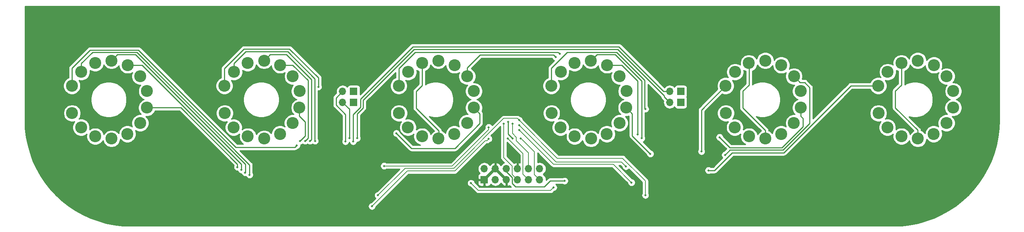
<source format=gbr>
G04 #@! TF.GenerationSoftware,KiCad,Pcbnew,(5.1.0-0)*
G04 #@! TF.CreationDate,2019-05-22T01:12:31-05:00*
G04 #@! TF.ProjectId,IN-18,494e2d31-382e-46b6-9963-61645f706362,rev?*
G04 #@! TF.SameCoordinates,Original*
G04 #@! TF.FileFunction,Copper,L1,Top*
G04 #@! TF.FilePolarity,Positive*
%FSLAX46Y46*%
G04 Gerber Fmt 4.6, Leading zero omitted, Abs format (unit mm)*
G04 Created by KiCad (PCBNEW (5.1.0-0)) date 2019-05-22 01:12:31*
%MOMM*%
%LPD*%
G04 APERTURE LIST*
%ADD10C,2.750000*%
%ADD11O,1.700000X1.700000*%
%ADD12R,1.700000X1.700000*%
%ADD13C,0.800000*%
%ADD14C,6.400000*%
%ADD15C,0.508000*%
%ADD16C,0.254000*%
%ADD17C,0.635000*%
%ADD18C,0.203200*%
G04 APERTURE END LIST*
D10*
X64975780Y-96476820D03*
X47802840Y-101546660D03*
X53073340Y-90032840D03*
X56852860Y-107398820D03*
X47739340Y-95237300D03*
X63421300Y-93083380D03*
X63408600Y-103809800D03*
X60485060Y-106329480D03*
X53106360Y-106873040D03*
X49847540Y-104805480D03*
X64952920Y-100286820D03*
X60523160Y-90487500D03*
X56837620Y-89453720D03*
X49913580Y-92069920D03*
X99975780Y-96476820D03*
X82802840Y-101546660D03*
X88073340Y-90032840D03*
X91852860Y-107398820D03*
X82739340Y-95237300D03*
X98421300Y-93083380D03*
X98408600Y-103809800D03*
X95485060Y-106329480D03*
X88106360Y-106873040D03*
X84847540Y-104805480D03*
X99952920Y-100286820D03*
X95523160Y-90487500D03*
X91837620Y-89453720D03*
X84913580Y-92069920D03*
X139975780Y-96476820D03*
X122802840Y-101546660D03*
X128073340Y-90032840D03*
X131852860Y-107398820D03*
X122739340Y-95237300D03*
X138421300Y-93083380D03*
X138408600Y-103809800D03*
X135485060Y-106329480D03*
X128106360Y-106873040D03*
X124847540Y-104805480D03*
X139952920Y-100286820D03*
X135523160Y-90487500D03*
X131837620Y-89453720D03*
X124913580Y-92069920D03*
X174975780Y-96476820D03*
X157802840Y-101546660D03*
X163073340Y-90032840D03*
X166852860Y-107398820D03*
X157739340Y-95237300D03*
X173421300Y-93083380D03*
X173408600Y-103809800D03*
X170485060Y-106329480D03*
X163106360Y-106873040D03*
X159847540Y-104805480D03*
X174952920Y-100286820D03*
X170523160Y-90487500D03*
X166837620Y-89453720D03*
X159913580Y-92069920D03*
X214975780Y-96476820D03*
X197802840Y-101546660D03*
X203073340Y-90032840D03*
X206852860Y-107398820D03*
X197739340Y-95237300D03*
X213421300Y-93083380D03*
X213408600Y-103809800D03*
X210485060Y-106329480D03*
X203106360Y-106873040D03*
X199847540Y-104805480D03*
X214952920Y-100286820D03*
X210523160Y-90487500D03*
X206837620Y-89453720D03*
X199913580Y-92069920D03*
X249975780Y-96476820D03*
X232802840Y-101546660D03*
X238073340Y-90032840D03*
X241852860Y-107398820D03*
X232739340Y-95237300D03*
X248421300Y-93083380D03*
X248408600Y-103809800D03*
X245485060Y-106329480D03*
X238106360Y-106873040D03*
X234847540Y-104805480D03*
X249952920Y-100286820D03*
X245523160Y-90487500D03*
X241837620Y-89453720D03*
X234913580Y-92069920D03*
D11*
X109855000Y-96520000D03*
D12*
X112395000Y-96520000D03*
D11*
X109855000Y-99060000D03*
D12*
X112395000Y-99060000D03*
D11*
X184912000Y-96520000D03*
D12*
X187452000Y-96520000D03*
D11*
X184912000Y-99060000D03*
D12*
X187452000Y-99060000D03*
D11*
X155067000Y-114300000D03*
X155067000Y-116840000D03*
X152527000Y-114300000D03*
X152527000Y-116840000D03*
X149987000Y-114300000D03*
X149987000Y-116840000D03*
X147447000Y-114300000D03*
X147447000Y-116840000D03*
X144907000Y-114300000D03*
X144907000Y-116840000D03*
X142367000Y-114300000D03*
D12*
X142367000Y-116840000D03*
D13*
X79802056Y-115142944D03*
X78105000Y-114440000D03*
X76407944Y-115142944D03*
X75705000Y-116840000D03*
X76407944Y-118537056D03*
X78105000Y-119240000D03*
X79802056Y-118537056D03*
X80505000Y-116840000D03*
D14*
X78105000Y-116840000D03*
X219329000Y-116840000D03*
D13*
X221729000Y-116840000D03*
X221026056Y-118537056D03*
X219329000Y-119240000D03*
X217631944Y-118537056D03*
X216929000Y-116840000D03*
X217631944Y-115142944D03*
X219329000Y-114440000D03*
X221026056Y-115142944D03*
X42337056Y-78947944D03*
X40640000Y-78245000D03*
X38942944Y-78947944D03*
X38240000Y-80645000D03*
X38942944Y-82342056D03*
X40640000Y-83045000D03*
X42337056Y-82342056D03*
X43040000Y-80645000D03*
D14*
X40640000Y-80645000D03*
X78105000Y-80645000D03*
D13*
X80505000Y-80645000D03*
X79802056Y-82342056D03*
X78105000Y-83045000D03*
X76407944Y-82342056D03*
X75705000Y-80645000D03*
X76407944Y-78947944D03*
X78105000Y-78245000D03*
X79802056Y-78947944D03*
X221026056Y-78947944D03*
X219329000Y-78245000D03*
X217631944Y-78947944D03*
X216929000Y-80645000D03*
X217631944Y-82342056D03*
X219329000Y-83045000D03*
X221026056Y-82342056D03*
X221729000Y-80645000D03*
D14*
X219329000Y-80645000D03*
X256794000Y-80645000D03*
D13*
X259194000Y-80645000D03*
X258491056Y-82342056D03*
X256794000Y-83045000D03*
X255096944Y-82342056D03*
X254394000Y-80645000D03*
X255096944Y-78947944D03*
X256794000Y-78245000D03*
X258491056Y-78947944D03*
D15*
X88519000Y-115697000D03*
X87503000Y-115189000D03*
X86614000Y-114554000D03*
X85725000Y-113919000D03*
X99339400Y-108940600D03*
X104292400Y-95478600D03*
X100101400Y-107924600D03*
X101244400Y-107924600D03*
X102387400Y-107924600D03*
X103530400Y-107924600D03*
X122199400Y-106146600D03*
X158775400Y-88620600D03*
X159664400Y-87858600D03*
X179349400Y-100558600D03*
X180467000Y-110871000D03*
X177571400Y-106400600D03*
X178460400Y-107289600D03*
X196342000Y-107061000D03*
X197612000Y-111125000D03*
X192176400Y-110337600D03*
X193802000Y-114681000D03*
X177800000Y-113665000D03*
X148590000Y-109855000D03*
X235585000Y-99060000D03*
X172720000Y-98425000D03*
X62230000Y-98425000D03*
X246380000Y-98425000D03*
X193294000Y-113538000D03*
X70485000Y-103505000D03*
X201930000Y-113665000D03*
X96672400Y-98399600D03*
X83972400Y-98399600D03*
X67462400Y-88874600D03*
X141122400Y-90779600D03*
X125882400Y-101574600D03*
X132867400Y-104114600D03*
X134772400Y-93954600D03*
X194462400Y-95224600D03*
X216052400Y-91414600D03*
X231292400Y-91414600D03*
X118897400Y-97764600D03*
X103022400Y-113639600D03*
X117627400Y-113639600D03*
X104927400Y-100939600D03*
X200177400Y-99669600D03*
X211607400Y-99669600D03*
X148844000Y-107315000D03*
X147828000Y-103505000D03*
X160807400Y-117117100D03*
X139319000Y-117602000D03*
X158267400Y-118592600D03*
X176149000Y-117475000D03*
X150368000Y-105410000D03*
X143383000Y-107442000D03*
X116586000Y-122936000D03*
X150368000Y-104267000D03*
X119380000Y-113665000D03*
X143383000Y-104775000D03*
X174879000Y-113792000D03*
X179324000Y-120396000D03*
X150368000Y-103124000D03*
X117983000Y-120396000D03*
X113182400Y-107289600D03*
X112293400Y-108051600D03*
X110515400Y-108051600D03*
X111404400Y-107289600D03*
X147795200Y-107365452D03*
X146812000Y-103999990D03*
X148844000Y-103999990D03*
X150749000Y-107315000D03*
D16*
X49913580Y-90125377D02*
X52472457Y-87566500D01*
X49913580Y-92069920D02*
X49913580Y-90125377D01*
X52472457Y-87566500D02*
X62674500Y-87566500D01*
X88519000Y-113411000D02*
X88519000Y-115697000D01*
X62674500Y-87566500D02*
X88519000Y-113411000D01*
X58212619Y-88078721D02*
X62361221Y-88078721D01*
X56837620Y-89453720D02*
X58212619Y-88078721D01*
X87534750Y-115157250D02*
X87503000Y-115189000D01*
X87534750Y-113252250D02*
X87534750Y-115157250D01*
X62361221Y-88078721D02*
X87534750Y-113252250D01*
X60523160Y-90487500D02*
X63817500Y-90487500D01*
X63817500Y-90487500D02*
X86614000Y-113284000D01*
X86614000Y-113284000D02*
X86614000Y-114554000D01*
X64952920Y-100286820D02*
X72727820Y-100286820D01*
X72727820Y-100286820D02*
X85725000Y-113284000D01*
X85725000Y-113284000D02*
X85725000Y-113919000D01*
X85344000Y-109347000D02*
X98933000Y-109347000D01*
X47739340Y-95237300D02*
X47739340Y-91198660D01*
X62992000Y-86995000D02*
X85344000Y-109347000D01*
X98933000Y-109347000D02*
X99339400Y-108940600D01*
X51943000Y-86995000D02*
X62992000Y-86995000D01*
X47739340Y-91198660D02*
X51943000Y-86995000D01*
X87249000Y-86741000D02*
X82739340Y-91250660D01*
X97663000Y-86741000D02*
X87249000Y-86741000D01*
X104292400Y-93370400D02*
X97663000Y-86741000D01*
X82739340Y-91250660D02*
X82739340Y-95237300D01*
X104292400Y-93370400D02*
X104292400Y-95478600D01*
X99952920Y-102231363D02*
X101244400Y-103522843D01*
X99952920Y-100286820D02*
X99952920Y-102231363D01*
X101244400Y-106781600D02*
X100101400Y-107924600D01*
X101244400Y-103522843D02*
X101244400Y-106781600D01*
X95523160Y-90487500D02*
X98415422Y-90487500D01*
X98415422Y-90487500D02*
X101936448Y-94008526D01*
X101936448Y-94008526D02*
X101936448Y-101600000D01*
X101936448Y-107232552D02*
X101244400Y-107924600D01*
X101936448Y-101600000D02*
X101936448Y-107232552D01*
X96968721Y-88078721D02*
X102711458Y-93821458D01*
X93212619Y-88078721D02*
X96968721Y-88078721D01*
X91837620Y-89453720D02*
X93212619Y-88078721D01*
X102711458Y-93821458D02*
X102711458Y-101600000D01*
X102711458Y-107600542D02*
X102387400Y-107924600D01*
X102711458Y-101600000D02*
X102711458Y-107600542D01*
X87662957Y-87376000D02*
X97282000Y-87376000D01*
X97282000Y-87376000D02*
X103505000Y-93599000D01*
X84913580Y-90125377D02*
X87662957Y-87376000D01*
X84913580Y-92069920D02*
X84913580Y-90125377D01*
X103505000Y-93599000D02*
X103505000Y-101600000D01*
X103505000Y-107899200D02*
X103530400Y-107924600D01*
X103505000Y-101600000D02*
X103505000Y-107899200D01*
X135636000Y-109601000D02*
X125653800Y-109601000D01*
X141327919Y-103909081D02*
X135636000Y-109601000D01*
X141327919Y-101661819D02*
X141327919Y-103909081D01*
X139952920Y-100286820D02*
X141327919Y-101661819D01*
X125653800Y-109601000D02*
X122199400Y-106146600D01*
X141422137Y-88138000D02*
X153416000Y-88138000D01*
X138421300Y-91138837D02*
X141422137Y-88138000D01*
X138421300Y-93083380D02*
X138421300Y-91138837D01*
X153416000Y-88138000D02*
X157784800Y-88138000D01*
X158292800Y-88138000D02*
X158775400Y-88620600D01*
X157784800Y-88138000D02*
X158292800Y-88138000D01*
X159308800Y-87503000D02*
X159664400Y-87858600D01*
X126492000Y-87503000D02*
X159308800Y-87503000D01*
X122739340Y-91255660D02*
X126492000Y-87503000D01*
X122739340Y-95237300D02*
X122739340Y-91255660D01*
X157739340Y-95237300D02*
X157739340Y-91180660D01*
X157739340Y-91180660D02*
X161417000Y-87503000D01*
X161417000Y-87503000D02*
X172720000Y-87503000D01*
X172720000Y-87503000D02*
X179197000Y-93980000D01*
X179197000Y-100406200D02*
X179349400Y-100558600D01*
X179197000Y-93980000D02*
X179197000Y-100406200D01*
X176327919Y-106731919D02*
X180467000Y-110871000D01*
X176327919Y-101661819D02*
X176327919Y-106731919D01*
X174952920Y-100286820D02*
X176327919Y-101661819D01*
X170523160Y-90487500D02*
X173926500Y-90487500D01*
X177571400Y-94132400D02*
X173926500Y-90487500D01*
X177571400Y-106400600D02*
X177571400Y-94132400D01*
X168212619Y-88078721D02*
X166837620Y-89453720D01*
X172406721Y-88078721D02*
X168212619Y-88078721D01*
X178460400Y-94132400D02*
X172406721Y-88078721D01*
X178460400Y-107289600D02*
X178460400Y-94132400D01*
X198755000Y-109474000D02*
X196342000Y-107061000D01*
X215519000Y-104648000D02*
X210693000Y-109474000D01*
X215519000Y-102797443D02*
X215519000Y-104648000D01*
X214952920Y-102231363D02*
X215519000Y-102797443D01*
X210693000Y-109474000D02*
X198755000Y-109474000D01*
X214952920Y-100286820D02*
X214952920Y-102231363D01*
X214796299Y-94458379D02*
X215870379Y-94458379D01*
X213421300Y-93083380D02*
X214796299Y-94458379D01*
X215870379Y-94458379D02*
X217043000Y-95631000D01*
X217043000Y-95631000D02*
X217043000Y-103886000D01*
X217043000Y-103886000D02*
X210947000Y-109982000D01*
X198755000Y-109982000D02*
X197612000Y-111125000D01*
X210947000Y-109982000D02*
X198755000Y-109982000D01*
X192176400Y-100800240D02*
X197739340Y-95237300D01*
X192176400Y-110337600D02*
X192176400Y-100800240D01*
X211074000Y-110617000D02*
X199263000Y-110617000D01*
X226453700Y-95237300D02*
X211074000Y-110617000D01*
X195199000Y-114681000D02*
X193802000Y-114681000D01*
X199263000Y-110617000D02*
X195199000Y-114681000D01*
X232739340Y-95237300D02*
X226453700Y-95237300D01*
D17*
X144907000Y-114300000D02*
X147447000Y-116840000D01*
X142367000Y-116840000D02*
X144907000Y-114300000D01*
D16*
X147828000Y-103505000D02*
X147828000Y-106299000D01*
X147828000Y-106299000D02*
X148844000Y-107315000D01*
X147447000Y-114300000D02*
X147447000Y-115011200D01*
X147447000Y-115011200D02*
X148742400Y-116306600D01*
X148742400Y-116306600D02*
X148742400Y-117703600D01*
X148742400Y-117703600D02*
X149504400Y-118465600D01*
X157456900Y-117117100D02*
X156108400Y-118465600D01*
X160807400Y-117117100D02*
X157456900Y-117117100D01*
X149504400Y-118465600D02*
X156108400Y-118465600D01*
D18*
X140970000Y-119253000D02*
X157607000Y-119253000D01*
X157607000Y-119253000D02*
X158267400Y-118592600D01*
X139319000Y-117602000D02*
X140970000Y-119253000D01*
X176149000Y-117475000D02*
X171958000Y-113284000D01*
X171958000Y-113284000D02*
X158242000Y-113284000D01*
X150368000Y-105410000D02*
X158242000Y-113284000D01*
X142983001Y-107841999D02*
X142602001Y-107841999D01*
X143383000Y-107442000D02*
X142983001Y-107841999D01*
X142602001Y-107841999D02*
X135636000Y-114808000D01*
X124714000Y-114808000D02*
X116586000Y-122936000D01*
X135636000Y-114808000D02*
X124714000Y-114808000D01*
X150368000Y-104267000D02*
X158877000Y-112776000D01*
X158877000Y-112776000D02*
X173863000Y-112776000D01*
X119380000Y-113665000D02*
X135001000Y-113665000D01*
X143383000Y-105283000D02*
X143383000Y-104775000D01*
X135001000Y-113665000D02*
X143383000Y-105283000D01*
X173863000Y-112776000D02*
X174879000Y-113792000D01*
X179324000Y-117094000D02*
X174117000Y-111887000D01*
X159131000Y-111887000D02*
X150368000Y-103124000D01*
X174117000Y-111887000D02*
X159131000Y-111887000D01*
X179324000Y-117094000D02*
X179324000Y-120396000D01*
X150368000Y-103124000D02*
X149968001Y-102724001D01*
X149968001Y-102724001D02*
X146830999Y-102724001D01*
X117983000Y-120396000D02*
X124206000Y-114173000D01*
X124206000Y-114173000D02*
X135382000Y-114173000D01*
X146830999Y-102724001D02*
X135382000Y-114173000D01*
D16*
X114579400Y-98526600D02*
X114579400Y-100304600D01*
X114579400Y-100304600D02*
X113182400Y-101701600D01*
X126238000Y-86868000D02*
X114579400Y-98526600D01*
X113182400Y-101701600D02*
X113182400Y-107289600D01*
X183667400Y-97815400D02*
X183667400Y-97561400D01*
X172974000Y-86868000D02*
X126238000Y-86868000D01*
X183667400Y-97561400D02*
X172974000Y-86868000D01*
X184912000Y-99060000D02*
X183667400Y-97815400D01*
X173228000Y-86233000D02*
X183515000Y-96520000D01*
X183515000Y-96520000D02*
X184912000Y-96520000D01*
X113944400Y-98272600D02*
X125984000Y-86233000D01*
X125984000Y-86233000D02*
X173228000Y-86233000D01*
X113944400Y-100177600D02*
X113944400Y-98272600D01*
X112293400Y-101828600D02*
X113944400Y-100177600D01*
X112293400Y-108051600D02*
X112293400Y-101828600D01*
X110515400Y-108051600D02*
X110515400Y-101828600D01*
X110515400Y-101828600D02*
X108356400Y-99669600D01*
X108356400Y-98018600D02*
X109855000Y-96520000D01*
X108356400Y-99669600D02*
X108356400Y-98018600D01*
X111404400Y-100609400D02*
X109855000Y-99060000D01*
X111404400Y-107289600D02*
X111404400Y-100609400D01*
D18*
X151257000Y-110827252D02*
X148195199Y-107765451D01*
X151257000Y-115570000D02*
X151257000Y-110827252D01*
X148195199Y-107765451D02*
X147795200Y-107365452D01*
X152527000Y-116840000D02*
X151257000Y-115570000D01*
X148761999Y-115614999D02*
X148761999Y-113709999D01*
X149987000Y-116840000D02*
X148761999Y-115614999D01*
X146812000Y-103999990D02*
X146812000Y-111760000D01*
X148761999Y-113709999D02*
X146812000Y-111760000D01*
X148844000Y-103999990D02*
X148844000Y-106172000D01*
X148844000Y-106172000D02*
X149733000Y-107061000D01*
X152527000Y-114300000D02*
X152527000Y-110617000D01*
X149733000Y-107823000D02*
X149733000Y-107061000D01*
X152527000Y-110617000D02*
X149733000Y-107823000D01*
X151148999Y-107714999D02*
X150749000Y-107315000D01*
X153841999Y-110407999D02*
X151148999Y-107714999D01*
X153841999Y-115614999D02*
X153841999Y-110407999D01*
X155067000Y-116840000D02*
X153841999Y-115614999D01*
D16*
X236685661Y-96425499D02*
X238060660Y-95050500D01*
X236685661Y-100289598D02*
X236685661Y-96425499D01*
X241840180Y-105444117D02*
X236685661Y-100289598D01*
X241840180Y-107388660D02*
X241840180Y-105444117D01*
X238060660Y-95050500D02*
X238060660Y-90022680D01*
X203090800Y-95093680D02*
X203090800Y-90065860D01*
X206870320Y-105487297D02*
X201715801Y-100332778D01*
X201715801Y-100332778D02*
X201715801Y-96468679D01*
X206870320Y-107431840D02*
X206870320Y-105487297D01*
X201715801Y-96468679D02*
X203090800Y-95093680D01*
X131884720Y-105538097D02*
X126730201Y-100383578D01*
X128105200Y-95144480D02*
X128105200Y-90116660D01*
X126730201Y-96519479D02*
X128105200Y-95144480D01*
X126730201Y-100383578D02*
X126730201Y-96519479D01*
X131884720Y-107482640D02*
X131884720Y-105538097D01*
G36*
X260505001Y-103185550D02*
G01*
X260429634Y-105103766D01*
X260205698Y-106995793D01*
X259834006Y-108864413D01*
X259316846Y-110698124D01*
X258657410Y-112485602D01*
X257859769Y-114215819D01*
X256928825Y-115878140D01*
X255870340Y-117462273D01*
X254690816Y-118958493D01*
X253397546Y-120357546D01*
X251998493Y-121650816D01*
X250502273Y-122830340D01*
X248918140Y-123888825D01*
X247255813Y-124819772D01*
X245525602Y-125617410D01*
X243738124Y-126276846D01*
X241904413Y-126794006D01*
X240035791Y-127165699D01*
X238143765Y-127389634D01*
X236225575Y-127465000D01*
X61254425Y-127465000D01*
X59336234Y-127389634D01*
X57444207Y-127165698D01*
X55575587Y-126794006D01*
X53741876Y-126276846D01*
X51954398Y-125617410D01*
X50224181Y-124819769D01*
X48561860Y-123888825D01*
X47004818Y-122848441D01*
X115697000Y-122848441D01*
X115697000Y-123023559D01*
X115731164Y-123195312D01*
X115798179Y-123357099D01*
X115895469Y-123502704D01*
X116019296Y-123626531D01*
X116164901Y-123723821D01*
X116326688Y-123790836D01*
X116498441Y-123825000D01*
X116673559Y-123825000D01*
X116845312Y-123790836D01*
X117007099Y-123723821D01*
X117152704Y-123626531D01*
X117276531Y-123502704D01*
X117373821Y-123357099D01*
X117440836Y-123195312D01*
X117458823Y-123104886D01*
X125019110Y-115544600D01*
X135599817Y-115544600D01*
X135636000Y-115548164D01*
X135672183Y-115544600D01*
X135672186Y-115544600D01*
X135780399Y-115533942D01*
X135919249Y-115491822D01*
X136047213Y-115423424D01*
X136159375Y-115331375D01*
X136182446Y-115303263D01*
X142907111Y-108578599D01*
X142946818Y-108578599D01*
X142983001Y-108582163D01*
X143019184Y-108578599D01*
X143019187Y-108578599D01*
X143127400Y-108567941D01*
X143266250Y-108525821D01*
X143394214Y-108457423D01*
X143506376Y-108365374D01*
X143529447Y-108337262D01*
X143551886Y-108314823D01*
X143642312Y-108296836D01*
X143804099Y-108229821D01*
X143949704Y-108132531D01*
X144073531Y-108008704D01*
X144170821Y-107863099D01*
X144237836Y-107701312D01*
X144272000Y-107529559D01*
X144272000Y-107354441D01*
X144237836Y-107182688D01*
X144170821Y-107020901D01*
X144073531Y-106875296D01*
X143949704Y-106751469D01*
X143887083Y-106709627D01*
X146075400Y-104521310D01*
X146075401Y-111723807D01*
X146071836Y-111760000D01*
X146086059Y-111904398D01*
X146124965Y-112032653D01*
X146128179Y-112043249D01*
X146131819Y-112050059D01*
X146196576Y-112171212D01*
X146244460Y-112229558D01*
X146288626Y-112283375D01*
X146316732Y-112306441D01*
X146918722Y-112908431D01*
X146875966Y-112921401D01*
X146617986Y-113059294D01*
X146391866Y-113244866D01*
X146206294Y-113470986D01*
X146171799Y-113535523D01*
X146102178Y-113418645D01*
X145907269Y-113202412D01*
X145673920Y-113028359D01*
X145411099Y-112903175D01*
X145263890Y-112858524D01*
X145034000Y-112979845D01*
X145034000Y-114173000D01*
X145054000Y-114173000D01*
X145054000Y-114427000D01*
X145034000Y-114427000D01*
X145034000Y-114447000D01*
X144780000Y-114447000D01*
X144780000Y-114427000D01*
X144760000Y-114427000D01*
X144760000Y-114173000D01*
X144780000Y-114173000D01*
X144780000Y-112979845D01*
X144550110Y-112858524D01*
X144402901Y-112903175D01*
X144140080Y-113028359D01*
X143906731Y-113202412D01*
X143711822Y-113418645D01*
X143642201Y-113535523D01*
X143607706Y-113470986D01*
X143422134Y-113244866D01*
X143196014Y-113059294D01*
X142938034Y-112921401D01*
X142658111Y-112836487D01*
X142439950Y-112815000D01*
X142294050Y-112815000D01*
X142075889Y-112836487D01*
X141795966Y-112921401D01*
X141537986Y-113059294D01*
X141311866Y-113244866D01*
X141126294Y-113470986D01*
X140988401Y-113728966D01*
X140903487Y-114008889D01*
X140874815Y-114300000D01*
X140903487Y-114591111D01*
X140988401Y-114871034D01*
X141126294Y-115129014D01*
X141311866Y-115355134D01*
X141341687Y-115379607D01*
X141272820Y-115400498D01*
X141162506Y-115459463D01*
X141065815Y-115538815D01*
X140986463Y-115635506D01*
X140927498Y-115745820D01*
X140891188Y-115865518D01*
X140878928Y-115990000D01*
X140882000Y-116554250D01*
X141040750Y-116713000D01*
X142240000Y-116713000D01*
X142240000Y-116693000D01*
X142494000Y-116693000D01*
X142494000Y-116713000D01*
X142514000Y-116713000D01*
X142514000Y-116967000D01*
X142494000Y-116967000D01*
X142494000Y-118166250D01*
X142652750Y-118325000D01*
X143217000Y-118328072D01*
X143341482Y-118315812D01*
X143461180Y-118279502D01*
X143571494Y-118220537D01*
X143668185Y-118141185D01*
X143747537Y-118044494D01*
X143806502Y-117934180D01*
X143827393Y-117865313D01*
X143851866Y-117895134D01*
X144077986Y-118080706D01*
X144335966Y-118218599D01*
X144615889Y-118303513D01*
X144834050Y-118325000D01*
X144979950Y-118325000D01*
X145198111Y-118303513D01*
X145478034Y-118218599D01*
X145736014Y-118080706D01*
X145962134Y-117895134D01*
X146147706Y-117669014D01*
X146182201Y-117604477D01*
X146251822Y-117721355D01*
X146446731Y-117937588D01*
X146680080Y-118111641D01*
X146942901Y-118236825D01*
X147090110Y-118281476D01*
X147320000Y-118160155D01*
X147320000Y-116967000D01*
X147300000Y-116967000D01*
X147300000Y-116713000D01*
X147320000Y-116713000D01*
X147320000Y-116693000D01*
X147574000Y-116693000D01*
X147574000Y-116713000D01*
X147594000Y-116713000D01*
X147594000Y-116967000D01*
X147574000Y-116967000D01*
X147574000Y-118160155D01*
X147803890Y-118281476D01*
X147951099Y-118236825D01*
X148125916Y-118153558D01*
X148176474Y-118215163D01*
X148200979Y-118245022D01*
X148230049Y-118268879D01*
X148477570Y-118516400D01*
X141275110Y-118516400D01*
X140448710Y-117690000D01*
X140878928Y-117690000D01*
X140891188Y-117814482D01*
X140927498Y-117934180D01*
X140986463Y-118044494D01*
X141065815Y-118141185D01*
X141162506Y-118220537D01*
X141272820Y-118279502D01*
X141392518Y-118315812D01*
X141517000Y-118328072D01*
X142081250Y-118325000D01*
X142240000Y-118166250D01*
X142240000Y-116967000D01*
X141040750Y-116967000D01*
X140882000Y-117125750D01*
X140878928Y-117690000D01*
X140448710Y-117690000D01*
X140191823Y-117433114D01*
X140173836Y-117342688D01*
X140106821Y-117180901D01*
X140009531Y-117035296D01*
X139885704Y-116911469D01*
X139740099Y-116814179D01*
X139578312Y-116747164D01*
X139406559Y-116713000D01*
X139231441Y-116713000D01*
X139059688Y-116747164D01*
X138897901Y-116814179D01*
X138752296Y-116911469D01*
X138628469Y-117035296D01*
X138531179Y-117180901D01*
X138464164Y-117342688D01*
X138430000Y-117514441D01*
X138430000Y-117689559D01*
X138464164Y-117861312D01*
X138531179Y-118023099D01*
X138628469Y-118168704D01*
X138752296Y-118292531D01*
X138897901Y-118389821D01*
X139059688Y-118456836D01*
X139150114Y-118474823D01*
X140423559Y-119748269D01*
X140446625Y-119776375D01*
X140558787Y-119868424D01*
X140686751Y-119936822D01*
X140812280Y-119974901D01*
X140825601Y-119978942D01*
X140970000Y-119993164D01*
X141006186Y-119989600D01*
X157570817Y-119989600D01*
X157607000Y-119993164D01*
X157643183Y-119989600D01*
X157643186Y-119989600D01*
X157751399Y-119978942D01*
X157890249Y-119936822D01*
X158018213Y-119868424D01*
X158130375Y-119776375D01*
X158153445Y-119748264D01*
X158436287Y-119465423D01*
X158526712Y-119447436D01*
X158688499Y-119380421D01*
X158834104Y-119283131D01*
X158957931Y-119159304D01*
X159055221Y-119013699D01*
X159122236Y-118851912D01*
X159156400Y-118680159D01*
X159156400Y-118505041D01*
X159122236Y-118333288D01*
X159055221Y-118171501D01*
X158957931Y-118025896D01*
X158834104Y-117902069D01*
X158799728Y-117879100D01*
X160347657Y-117879100D01*
X160386301Y-117904921D01*
X160548088Y-117971936D01*
X160719841Y-118006100D01*
X160894959Y-118006100D01*
X161066712Y-117971936D01*
X161228499Y-117904921D01*
X161374104Y-117807631D01*
X161497931Y-117683804D01*
X161595221Y-117538199D01*
X161662236Y-117376412D01*
X161696400Y-117204659D01*
X161696400Y-117029541D01*
X161662236Y-116857788D01*
X161595221Y-116696001D01*
X161497931Y-116550396D01*
X161374104Y-116426569D01*
X161228499Y-116329279D01*
X161066712Y-116262264D01*
X160894959Y-116228100D01*
X160719841Y-116228100D01*
X160548088Y-116262264D01*
X160386301Y-116329279D01*
X160347657Y-116355100D01*
X157494323Y-116355100D01*
X157456900Y-116351414D01*
X157419477Y-116355100D01*
X157419474Y-116355100D01*
X157307522Y-116366126D01*
X157163885Y-116409698D01*
X157132322Y-116426569D01*
X157031507Y-116480455D01*
X156987148Y-116516860D01*
X156915478Y-116575678D01*
X156891621Y-116604748D01*
X156548567Y-116947802D01*
X156559185Y-116840000D01*
X156530513Y-116548889D01*
X156445599Y-116268966D01*
X156307706Y-116010986D01*
X156122134Y-115784866D01*
X155896014Y-115599294D01*
X155841209Y-115570000D01*
X155896014Y-115540706D01*
X156122134Y-115355134D01*
X156307706Y-115129014D01*
X156445599Y-114871034D01*
X156530513Y-114591111D01*
X156559185Y-114300000D01*
X156530513Y-114008889D01*
X156445599Y-113728966D01*
X156307706Y-113470986D01*
X156122134Y-113244866D01*
X155896014Y-113059294D01*
X155638034Y-112921401D01*
X155358111Y-112836487D01*
X155139950Y-112815000D01*
X154994050Y-112815000D01*
X154775889Y-112836487D01*
X154578599Y-112896334D01*
X154578599Y-110662309D01*
X157695557Y-113779267D01*
X157718625Y-113807375D01*
X157830787Y-113899424D01*
X157958751Y-113967822D01*
X158094130Y-114008889D01*
X158097601Y-114009942D01*
X158242000Y-114024164D01*
X158278186Y-114020600D01*
X171652891Y-114020600D01*
X175276177Y-117643887D01*
X175294164Y-117734312D01*
X175361179Y-117896099D01*
X175458469Y-118041704D01*
X175582296Y-118165531D01*
X175727901Y-118262821D01*
X175889688Y-118329836D01*
X176061441Y-118364000D01*
X176236559Y-118364000D01*
X176408312Y-118329836D01*
X176570099Y-118262821D01*
X176715704Y-118165531D01*
X176839531Y-118041704D01*
X176936821Y-117896099D01*
X177003836Y-117734312D01*
X177038000Y-117562559D01*
X177038000Y-117387441D01*
X177003836Y-117215688D01*
X176936821Y-117053901D01*
X176839531Y-116908296D01*
X176715704Y-116784469D01*
X176570099Y-116687179D01*
X176408312Y-116620164D01*
X176317887Y-116602177D01*
X173228309Y-113512600D01*
X173557891Y-113512600D01*
X174006177Y-113960887D01*
X174024164Y-114051312D01*
X174091179Y-114213099D01*
X174188469Y-114358704D01*
X174312296Y-114482531D01*
X174457901Y-114579821D01*
X174619688Y-114646836D01*
X174791441Y-114681000D01*
X174966559Y-114681000D01*
X175138312Y-114646836D01*
X175300099Y-114579821D01*
X175445704Y-114482531D01*
X175558263Y-114369972D01*
X178587400Y-117399110D01*
X178587401Y-119898242D01*
X178536179Y-119974901D01*
X178469164Y-120136688D01*
X178435000Y-120308441D01*
X178435000Y-120483559D01*
X178469164Y-120655312D01*
X178536179Y-120817099D01*
X178633469Y-120962704D01*
X178757296Y-121086531D01*
X178902901Y-121183821D01*
X179064688Y-121250836D01*
X179236441Y-121285000D01*
X179411559Y-121285000D01*
X179583312Y-121250836D01*
X179745099Y-121183821D01*
X179890704Y-121086531D01*
X180014531Y-120962704D01*
X180111821Y-120817099D01*
X180178836Y-120655312D01*
X180213000Y-120483559D01*
X180213000Y-120308441D01*
X180178836Y-120136688D01*
X180111821Y-119974901D01*
X180060600Y-119898243D01*
X180060600Y-117130183D01*
X180064164Y-117093999D01*
X180060378Y-117055558D01*
X180049942Y-116949601D01*
X180007822Y-116810751D01*
X179965725Y-116731992D01*
X179939424Y-116682786D01*
X179870442Y-116598732D01*
X179870437Y-116598727D01*
X179847374Y-116570625D01*
X179819273Y-116547564D01*
X174663446Y-111391737D01*
X174640375Y-111363625D01*
X174528213Y-111271576D01*
X174400249Y-111203178D01*
X174261399Y-111161058D01*
X174153186Y-111150400D01*
X174153183Y-111150400D01*
X174117000Y-111146836D01*
X174080817Y-111150400D01*
X159436109Y-111150400D01*
X151240823Y-102955114D01*
X151222836Y-102864688D01*
X151155821Y-102702901D01*
X151058531Y-102557296D01*
X150934704Y-102433469D01*
X150789099Y-102336179D01*
X150627312Y-102269164D01*
X150536886Y-102251177D01*
X150514447Y-102228738D01*
X150491376Y-102200626D01*
X150379214Y-102108577D01*
X150251250Y-102040179D01*
X150112400Y-101998059D01*
X150004187Y-101987401D01*
X150004184Y-101987401D01*
X149968001Y-101983837D01*
X149931818Y-101987401D01*
X146867185Y-101987401D01*
X146830999Y-101983837D01*
X146794813Y-101987401D01*
X146686600Y-101998059D01*
X146547750Y-102040179D01*
X146454465Y-102090041D01*
X146419786Y-102108577D01*
X146356155Y-102160798D01*
X146307624Y-102200626D01*
X146284558Y-102228732D01*
X144166242Y-104347048D01*
X144073531Y-104208296D01*
X143949704Y-104084469D01*
X143804099Y-103987179D01*
X143642312Y-103920164D01*
X143470559Y-103886000D01*
X143295441Y-103886000D01*
X143123688Y-103920164D01*
X142961901Y-103987179D01*
X142816296Y-104084469D01*
X142692469Y-104208296D01*
X142595179Y-104353901D01*
X142528164Y-104515688D01*
X142494000Y-104687441D01*
X142494000Y-104862559D01*
X142528164Y-105034312D01*
X142546269Y-105078021D01*
X134695891Y-112928400D01*
X119877757Y-112928400D01*
X119801099Y-112877179D01*
X119639312Y-112810164D01*
X119467559Y-112776000D01*
X119292441Y-112776000D01*
X119120688Y-112810164D01*
X118958901Y-112877179D01*
X118813296Y-112974469D01*
X118689469Y-113098296D01*
X118592179Y-113243901D01*
X118525164Y-113405688D01*
X118491000Y-113577441D01*
X118491000Y-113752559D01*
X118525164Y-113924312D01*
X118592179Y-114086099D01*
X118689469Y-114231704D01*
X118813296Y-114355531D01*
X118958901Y-114452821D01*
X119120688Y-114519836D01*
X119292441Y-114554000D01*
X119467559Y-114554000D01*
X119639312Y-114519836D01*
X119801099Y-114452821D01*
X119877757Y-114401600D01*
X122935690Y-114401600D01*
X117814114Y-119523177D01*
X117723688Y-119541164D01*
X117561901Y-119608179D01*
X117416296Y-119705469D01*
X117292469Y-119829296D01*
X117195179Y-119974901D01*
X117128164Y-120136688D01*
X117094000Y-120308441D01*
X117094000Y-120483559D01*
X117128164Y-120655312D01*
X117195179Y-120817099D01*
X117292469Y-120962704D01*
X117405028Y-121075263D01*
X116417114Y-122063177D01*
X116326688Y-122081164D01*
X116164901Y-122148179D01*
X116019296Y-122245469D01*
X115895469Y-122369296D01*
X115798179Y-122514901D01*
X115731164Y-122676688D01*
X115697000Y-122848441D01*
X47004818Y-122848441D01*
X46977727Y-122830340D01*
X45481507Y-121650816D01*
X44082454Y-120357546D01*
X42789184Y-118958493D01*
X41609660Y-117462273D01*
X40551175Y-115878140D01*
X39620228Y-114215813D01*
X38822590Y-112485602D01*
X38163154Y-110698124D01*
X37645994Y-108864413D01*
X37274301Y-106995791D01*
X37050366Y-105103765D01*
X36975000Y-103185575D01*
X36975000Y-98017738D01*
X52060000Y-98017738D01*
X52060000Y-98832262D01*
X52218906Y-99631135D01*
X52530611Y-100383657D01*
X52983136Y-101060909D01*
X53559091Y-101636864D01*
X54236343Y-102089389D01*
X54988865Y-102401094D01*
X55787738Y-102560000D01*
X56602262Y-102560000D01*
X57401135Y-102401094D01*
X58153657Y-102089389D01*
X58830909Y-101636864D01*
X59406864Y-101060909D01*
X59859389Y-100383657D01*
X60171094Y-99631135D01*
X60330000Y-98832262D01*
X60330000Y-98017738D01*
X60171094Y-97218865D01*
X59859389Y-96466343D01*
X59406864Y-95789091D01*
X58830909Y-95213136D01*
X58153657Y-94760611D01*
X57401135Y-94448906D01*
X56602262Y-94290000D01*
X55787738Y-94290000D01*
X54988865Y-94448906D01*
X54236343Y-94760611D01*
X53559091Y-95213136D01*
X52983136Y-95789091D01*
X52530611Y-96466343D01*
X52218906Y-97218865D01*
X52060000Y-98017738D01*
X36975000Y-98017738D01*
X36975000Y-95039332D01*
X45729340Y-95039332D01*
X45729340Y-95435268D01*
X45806583Y-95823596D01*
X45958101Y-96189392D01*
X46178071Y-96518601D01*
X46458039Y-96798569D01*
X46787248Y-97018539D01*
X47153044Y-97170057D01*
X47541372Y-97247300D01*
X47937308Y-97247300D01*
X48325636Y-97170057D01*
X48691432Y-97018539D01*
X49020641Y-96798569D01*
X49300609Y-96518601D01*
X49520579Y-96189392D01*
X49672097Y-95823596D01*
X49749340Y-95435268D01*
X49749340Y-95039332D01*
X49672097Y-94651004D01*
X49520579Y-94285208D01*
X49332490Y-94003713D01*
X49715612Y-94079920D01*
X50111548Y-94079920D01*
X50499876Y-94002677D01*
X50865672Y-93851159D01*
X51194881Y-93631189D01*
X51474849Y-93351221D01*
X51694819Y-93022012D01*
X51846337Y-92656216D01*
X51923580Y-92267888D01*
X51923580Y-91871952D01*
X51880005Y-91652886D01*
X52121248Y-91814079D01*
X52487044Y-91965597D01*
X52875372Y-92042840D01*
X53271308Y-92042840D01*
X53659636Y-91965597D01*
X54025432Y-91814079D01*
X54354641Y-91594109D01*
X54634609Y-91314141D01*
X54854579Y-90984932D01*
X55006097Y-90619136D01*
X55051077Y-90393007D01*
X55056381Y-90405812D01*
X55276351Y-90735021D01*
X55556319Y-91014989D01*
X55885528Y-91234959D01*
X56251324Y-91386477D01*
X56639652Y-91463720D01*
X57035588Y-91463720D01*
X57423916Y-91386477D01*
X57789712Y-91234959D01*
X58118921Y-91014989D01*
X58398889Y-90735021D01*
X58513160Y-90564002D01*
X58513160Y-90685468D01*
X58590403Y-91073796D01*
X58741921Y-91439592D01*
X58961891Y-91768801D01*
X59241859Y-92048769D01*
X59571068Y-92268739D01*
X59936864Y-92420257D01*
X60325192Y-92497500D01*
X60721128Y-92497500D01*
X61109456Y-92420257D01*
X61475252Y-92268739D01*
X61624409Y-92169076D01*
X61488543Y-92497084D01*
X61411300Y-92885412D01*
X61411300Y-93281348D01*
X61488543Y-93669676D01*
X61640061Y-94035472D01*
X61860031Y-94364681D01*
X62139999Y-94644649D01*
X62469208Y-94864619D01*
X62835004Y-95016137D01*
X63223332Y-95093380D01*
X63516650Y-95093380D01*
X63414511Y-95195519D01*
X63194541Y-95524728D01*
X63043023Y-95890524D01*
X62965780Y-96278852D01*
X62965780Y-96674788D01*
X63043023Y-97063116D01*
X63194541Y-97428912D01*
X63414511Y-97758121D01*
X63694479Y-98038089D01*
X64023688Y-98258059D01*
X64311043Y-98377086D01*
X64000828Y-98505581D01*
X63671619Y-98725551D01*
X63391651Y-99005519D01*
X63171681Y-99334728D01*
X63020163Y-99700524D01*
X62942920Y-100088852D01*
X62942920Y-100484788D01*
X63020163Y-100873116D01*
X63171681Y-101238912D01*
X63391651Y-101568121D01*
X63627492Y-101803962D01*
X63606568Y-101799800D01*
X63210632Y-101799800D01*
X62822304Y-101877043D01*
X62456508Y-102028561D01*
X62127299Y-102248531D01*
X61847331Y-102528499D01*
X61627361Y-102857708D01*
X61475843Y-103223504D01*
X61398600Y-103611832D01*
X61398600Y-104007768D01*
X61475843Y-104396096D01*
X61577787Y-104642210D01*
X61437152Y-104548241D01*
X61071356Y-104396723D01*
X60683028Y-104319480D01*
X60287092Y-104319480D01*
X59898764Y-104396723D01*
X59532968Y-104548241D01*
X59203759Y-104768211D01*
X58923791Y-105048179D01*
X58703821Y-105377388D01*
X58552303Y-105743184D01*
X58475060Y-106131512D01*
X58475060Y-106208709D01*
X58414129Y-106117519D01*
X58134161Y-105837551D01*
X57804952Y-105617581D01*
X57439156Y-105466063D01*
X57050828Y-105388820D01*
X56654892Y-105388820D01*
X56266564Y-105466063D01*
X55900768Y-105617581D01*
X55571559Y-105837551D01*
X55291591Y-106117519D01*
X55071621Y-106446728D01*
X55071161Y-106447839D01*
X55039117Y-106286744D01*
X54887599Y-105920948D01*
X54667629Y-105591739D01*
X54387661Y-105311771D01*
X54058452Y-105091801D01*
X53692656Y-104940283D01*
X53304328Y-104863040D01*
X52908392Y-104863040D01*
X52520064Y-104940283D01*
X52154268Y-105091801D01*
X51825059Y-105311771D01*
X51789048Y-105347782D01*
X51857540Y-105003448D01*
X51857540Y-104607512D01*
X51780297Y-104219184D01*
X51628779Y-103853388D01*
X51408809Y-103524179D01*
X51128841Y-103244211D01*
X50799632Y-103024241D01*
X50433836Y-102872723D01*
X50045508Y-102795480D01*
X49649572Y-102795480D01*
X49333774Y-102858296D01*
X49364109Y-102827961D01*
X49584079Y-102498752D01*
X49735597Y-102132956D01*
X49812840Y-101744628D01*
X49812840Y-101348692D01*
X49735597Y-100960364D01*
X49584079Y-100594568D01*
X49364109Y-100265359D01*
X49084141Y-99985391D01*
X48754932Y-99765421D01*
X48389136Y-99613903D01*
X48000808Y-99536660D01*
X47604872Y-99536660D01*
X47216544Y-99613903D01*
X46850748Y-99765421D01*
X46521539Y-99985391D01*
X46241571Y-100265359D01*
X46021601Y-100594568D01*
X45870083Y-100960364D01*
X45792840Y-101348692D01*
X45792840Y-101744628D01*
X45870083Y-102132956D01*
X46021601Y-102498752D01*
X46241571Y-102827961D01*
X46521539Y-103107929D01*
X46850748Y-103327899D01*
X47216544Y-103479417D01*
X47604872Y-103556660D01*
X48000808Y-103556660D01*
X48316606Y-103493844D01*
X48286271Y-103524179D01*
X48066301Y-103853388D01*
X47914783Y-104219184D01*
X47837540Y-104607512D01*
X47837540Y-105003448D01*
X47914783Y-105391776D01*
X48066301Y-105757572D01*
X48286271Y-106086781D01*
X48566239Y-106366749D01*
X48895448Y-106586719D01*
X49261244Y-106738237D01*
X49649572Y-106815480D01*
X50045508Y-106815480D01*
X50433836Y-106738237D01*
X50799632Y-106586719D01*
X51128841Y-106366749D01*
X51164852Y-106330738D01*
X51096360Y-106675072D01*
X51096360Y-107071008D01*
X51173603Y-107459336D01*
X51325121Y-107825132D01*
X51545091Y-108154341D01*
X51825059Y-108434309D01*
X52154268Y-108654279D01*
X52520064Y-108805797D01*
X52908392Y-108883040D01*
X53304328Y-108883040D01*
X53692656Y-108805797D01*
X54058452Y-108654279D01*
X54387661Y-108434309D01*
X54667629Y-108154341D01*
X54887599Y-107825132D01*
X54888059Y-107824021D01*
X54920103Y-107985116D01*
X55071621Y-108350912D01*
X55291591Y-108680121D01*
X55571559Y-108960089D01*
X55900768Y-109180059D01*
X56266564Y-109331577D01*
X56654892Y-109408820D01*
X57050828Y-109408820D01*
X57439156Y-109331577D01*
X57804952Y-109180059D01*
X58134161Y-108960089D01*
X58414129Y-108680121D01*
X58634099Y-108350912D01*
X58785617Y-107985116D01*
X58862860Y-107596788D01*
X58862860Y-107519591D01*
X58923791Y-107610781D01*
X59203759Y-107890749D01*
X59532968Y-108110719D01*
X59898764Y-108262237D01*
X60287092Y-108339480D01*
X60683028Y-108339480D01*
X61071356Y-108262237D01*
X61437152Y-108110719D01*
X61766361Y-107890749D01*
X62046329Y-107610781D01*
X62266299Y-107281572D01*
X62417817Y-106915776D01*
X62495060Y-106527448D01*
X62495060Y-106131512D01*
X62417817Y-105743184D01*
X62315873Y-105497070D01*
X62456508Y-105591039D01*
X62822304Y-105742557D01*
X63210632Y-105819800D01*
X63606568Y-105819800D01*
X63994896Y-105742557D01*
X64360692Y-105591039D01*
X64689901Y-105371069D01*
X64969869Y-105091101D01*
X65189839Y-104761892D01*
X65341357Y-104396096D01*
X65418600Y-104007768D01*
X65418600Y-103611832D01*
X65341357Y-103223504D01*
X65189839Y-102857708D01*
X64969869Y-102528499D01*
X64734028Y-102292658D01*
X64754952Y-102296820D01*
X65150888Y-102296820D01*
X65539216Y-102219577D01*
X65905012Y-102068059D01*
X66234221Y-101848089D01*
X66514189Y-101568121D01*
X66734159Y-101238912D01*
X66812898Y-101048820D01*
X72412190Y-101048820D01*
X84914946Y-113551577D01*
X84870164Y-113659688D01*
X84836000Y-113831441D01*
X84836000Y-114006559D01*
X84870164Y-114178312D01*
X84937179Y-114340099D01*
X85034469Y-114485704D01*
X85158296Y-114609531D01*
X85303901Y-114706821D01*
X85465688Y-114773836D01*
X85637441Y-114808000D01*
X85758107Y-114808000D01*
X85759164Y-114813312D01*
X85826179Y-114975099D01*
X85923469Y-115120704D01*
X86047296Y-115244531D01*
X86192901Y-115341821D01*
X86354688Y-115408836D01*
X86526441Y-115443000D01*
X86647107Y-115443000D01*
X86648164Y-115448312D01*
X86715179Y-115610099D01*
X86812469Y-115755704D01*
X86936296Y-115879531D01*
X87081901Y-115976821D01*
X87243688Y-116043836D01*
X87415441Y-116078000D01*
X87590559Y-116078000D01*
X87705129Y-116055210D01*
X87731179Y-116118099D01*
X87828469Y-116263704D01*
X87952296Y-116387531D01*
X88097901Y-116484821D01*
X88259688Y-116551836D01*
X88431441Y-116586000D01*
X88606559Y-116586000D01*
X88778312Y-116551836D01*
X88940099Y-116484821D01*
X89085704Y-116387531D01*
X89209531Y-116263704D01*
X89306821Y-116118099D01*
X89373836Y-115956312D01*
X89408000Y-115784559D01*
X89408000Y-115609441D01*
X89373836Y-115437688D01*
X89306821Y-115275901D01*
X89281000Y-115237257D01*
X89281000Y-113448422D01*
X89284686Y-113410999D01*
X89275964Y-113322442D01*
X89269974Y-113261622D01*
X89226402Y-113117985D01*
X89155645Y-112985608D01*
X89060422Y-112869578D01*
X89031353Y-112845722D01*
X86294631Y-110109000D01*
X98895577Y-110109000D01*
X98933000Y-110112686D01*
X98970423Y-110109000D01*
X98970426Y-110109000D01*
X99082378Y-110097974D01*
X99226015Y-110054402D01*
X99358392Y-109983645D01*
X99474422Y-109888422D01*
X99498284Y-109859346D01*
X99553126Y-109804504D01*
X99598712Y-109795436D01*
X99760499Y-109728421D01*
X99906104Y-109631131D01*
X100029931Y-109507304D01*
X100127221Y-109361699D01*
X100194236Y-109199912D01*
X100228400Y-109028159D01*
X100228400Y-108853041D01*
X100219352Y-108807554D01*
X100360712Y-108779436D01*
X100522499Y-108712421D01*
X100668104Y-108615131D01*
X100672900Y-108610335D01*
X100677696Y-108615131D01*
X100823301Y-108712421D01*
X100985088Y-108779436D01*
X101156841Y-108813600D01*
X101331959Y-108813600D01*
X101503712Y-108779436D01*
X101665499Y-108712421D01*
X101811104Y-108615131D01*
X101815900Y-108610335D01*
X101820696Y-108615131D01*
X101966301Y-108712421D01*
X102128088Y-108779436D01*
X102299841Y-108813600D01*
X102474959Y-108813600D01*
X102646712Y-108779436D01*
X102808499Y-108712421D01*
X102954104Y-108615131D01*
X102958900Y-108610335D01*
X102963696Y-108615131D01*
X103109301Y-108712421D01*
X103271088Y-108779436D01*
X103442841Y-108813600D01*
X103617959Y-108813600D01*
X103789712Y-108779436D01*
X103951499Y-108712421D01*
X104097104Y-108615131D01*
X104220931Y-108491304D01*
X104318221Y-108345699D01*
X104385236Y-108183912D01*
X104419400Y-108012159D01*
X104419400Y-107837041D01*
X104385236Y-107665288D01*
X104318221Y-107503501D01*
X104267000Y-107426843D01*
X104267000Y-98018600D01*
X107590714Y-98018600D01*
X107594401Y-98056033D01*
X107594400Y-99632176D01*
X107590714Y-99669600D01*
X107594400Y-99707023D01*
X107594400Y-99707025D01*
X107605426Y-99818977D01*
X107648998Y-99962614D01*
X107667155Y-99996583D01*
X107719755Y-100094992D01*
X107751118Y-100133208D01*
X107814978Y-100211022D01*
X107844054Y-100234884D01*
X109753401Y-102144232D01*
X109753400Y-107591857D01*
X109727579Y-107630501D01*
X109660564Y-107792288D01*
X109626400Y-107964041D01*
X109626400Y-108139159D01*
X109660564Y-108310912D01*
X109727579Y-108472699D01*
X109824869Y-108618304D01*
X109948696Y-108742131D01*
X110094301Y-108839421D01*
X110256088Y-108906436D01*
X110427841Y-108940600D01*
X110602959Y-108940600D01*
X110774712Y-108906436D01*
X110936499Y-108839421D01*
X111082104Y-108742131D01*
X111205931Y-108618304D01*
X111303221Y-108472699D01*
X111370236Y-108310912D01*
X111396555Y-108178600D01*
X111412245Y-108178600D01*
X111438564Y-108310912D01*
X111505579Y-108472699D01*
X111602869Y-108618304D01*
X111726696Y-108742131D01*
X111872301Y-108839421D01*
X112034088Y-108906436D01*
X112205841Y-108940600D01*
X112380959Y-108940600D01*
X112552712Y-108906436D01*
X112714499Y-108839421D01*
X112860104Y-108742131D01*
X112983931Y-108618304D01*
X113081221Y-108472699D01*
X113148236Y-108310912D01*
X113174555Y-108178600D01*
X113269959Y-108178600D01*
X113441712Y-108144436D01*
X113603499Y-108077421D01*
X113749104Y-107980131D01*
X113872931Y-107856304D01*
X113970221Y-107710699D01*
X114037236Y-107548912D01*
X114071400Y-107377159D01*
X114071400Y-107202041D01*
X114037236Y-107030288D01*
X113970221Y-106868501D01*
X113944400Y-106829857D01*
X113944400Y-102017230D01*
X115091752Y-100869879D01*
X115120822Y-100846022D01*
X115216045Y-100729992D01*
X115283928Y-100602992D01*
X115286801Y-100597617D01*
X115287726Y-100594568D01*
X115330374Y-100453978D01*
X115341400Y-100342026D01*
X115341400Y-100342024D01*
X115345086Y-100304601D01*
X115341400Y-100267178D01*
X115341400Y-98842230D01*
X121977341Y-92206290D01*
X121977340Y-93377322D01*
X121787248Y-93456061D01*
X121458039Y-93676031D01*
X121178071Y-93955999D01*
X120958101Y-94285208D01*
X120806583Y-94651004D01*
X120729340Y-95039332D01*
X120729340Y-95435268D01*
X120806583Y-95823596D01*
X120958101Y-96189392D01*
X121178071Y-96518601D01*
X121458039Y-96798569D01*
X121787248Y-97018539D01*
X122153044Y-97170057D01*
X122541372Y-97247300D01*
X122937308Y-97247300D01*
X123325636Y-97170057D01*
X123691432Y-97018539D01*
X124020641Y-96798569D01*
X124300609Y-96518601D01*
X124520579Y-96189392D01*
X124672097Y-95823596D01*
X124749340Y-95435268D01*
X124749340Y-95039332D01*
X124672097Y-94651004D01*
X124520579Y-94285208D01*
X124332490Y-94003713D01*
X124715612Y-94079920D01*
X125111548Y-94079920D01*
X125499876Y-94002677D01*
X125865672Y-93851159D01*
X126194881Y-93631189D01*
X126474849Y-93351221D01*
X126694819Y-93022012D01*
X126846337Y-92656216D01*
X126923580Y-92267888D01*
X126923580Y-91871952D01*
X126880005Y-91652886D01*
X127121248Y-91814079D01*
X127343201Y-91906015D01*
X127343200Y-94828849D01*
X126217850Y-95954200D01*
X126188780Y-95978057D01*
X126164923Y-96007127D01*
X126164922Y-96007128D01*
X126093556Y-96094087D01*
X126022800Y-96226464D01*
X125979228Y-96370101D01*
X125964515Y-96519479D01*
X125968202Y-96556912D01*
X125968201Y-100346155D01*
X125964515Y-100383578D01*
X125968201Y-100421001D01*
X125968201Y-100421003D01*
X125979227Y-100532955D01*
X126022799Y-100676592D01*
X126039575Y-100707978D01*
X126093556Y-100808970D01*
X126128554Y-100851615D01*
X126188779Y-100925000D01*
X126217855Y-100948862D01*
X130892259Y-105623266D01*
X130571559Y-105837551D01*
X130291591Y-106117519D01*
X130071621Y-106446728D01*
X130071161Y-106447839D01*
X130039117Y-106286744D01*
X129887599Y-105920948D01*
X129667629Y-105591739D01*
X129387661Y-105311771D01*
X129058452Y-105091801D01*
X128692656Y-104940283D01*
X128304328Y-104863040D01*
X127908392Y-104863040D01*
X127520064Y-104940283D01*
X127154268Y-105091801D01*
X126825059Y-105311771D01*
X126789048Y-105347782D01*
X126857540Y-105003448D01*
X126857540Y-104607512D01*
X126780297Y-104219184D01*
X126628779Y-103853388D01*
X126408809Y-103524179D01*
X126128841Y-103244211D01*
X125799632Y-103024241D01*
X125433836Y-102872723D01*
X125045508Y-102795480D01*
X124649572Y-102795480D01*
X124333774Y-102858296D01*
X124364109Y-102827961D01*
X124584079Y-102498752D01*
X124735597Y-102132956D01*
X124812840Y-101744628D01*
X124812840Y-101348692D01*
X124735597Y-100960364D01*
X124584079Y-100594568D01*
X124364109Y-100265359D01*
X124084141Y-99985391D01*
X123754932Y-99765421D01*
X123389136Y-99613903D01*
X123000808Y-99536660D01*
X122604872Y-99536660D01*
X122216544Y-99613903D01*
X121850748Y-99765421D01*
X121521539Y-99985391D01*
X121241571Y-100265359D01*
X121021601Y-100594568D01*
X120870083Y-100960364D01*
X120792840Y-101348692D01*
X120792840Y-101744628D01*
X120870083Y-102132956D01*
X121021601Y-102498752D01*
X121241571Y-102827961D01*
X121521539Y-103107929D01*
X121850748Y-103327899D01*
X122216544Y-103479417D01*
X122604872Y-103556660D01*
X123000808Y-103556660D01*
X123316606Y-103493844D01*
X123286271Y-103524179D01*
X123066301Y-103853388D01*
X122914783Y-104219184D01*
X122837540Y-104607512D01*
X122837540Y-105003448D01*
X122914783Y-105391776D01*
X123066301Y-105757572D01*
X123286271Y-106086781D01*
X123566239Y-106366749D01*
X123895448Y-106586719D01*
X124261244Y-106738237D01*
X124649572Y-106815480D01*
X125045508Y-106815480D01*
X125433836Y-106738237D01*
X125799632Y-106586719D01*
X126128841Y-106366749D01*
X126164852Y-106330738D01*
X126096360Y-106675072D01*
X126096360Y-107071008D01*
X126173603Y-107459336D01*
X126325121Y-107825132D01*
X126545091Y-108154341D01*
X126825059Y-108434309D01*
X127154268Y-108654279D01*
X127520064Y-108805797D01*
X127686987Y-108839000D01*
X125969431Y-108839000D01*
X123063304Y-105932873D01*
X123054236Y-105887288D01*
X122987221Y-105725501D01*
X122889931Y-105579896D01*
X122766104Y-105456069D01*
X122620499Y-105358779D01*
X122458712Y-105291764D01*
X122286959Y-105257600D01*
X122111841Y-105257600D01*
X121940088Y-105291764D01*
X121778301Y-105358779D01*
X121632696Y-105456069D01*
X121508869Y-105579896D01*
X121411579Y-105725501D01*
X121344564Y-105887288D01*
X121310400Y-106059041D01*
X121310400Y-106234159D01*
X121344564Y-106405912D01*
X121411579Y-106567699D01*
X121508869Y-106713304D01*
X121632696Y-106837131D01*
X121778301Y-106934421D01*
X121940088Y-107001436D01*
X121985673Y-107010504D01*
X125088521Y-110113352D01*
X125112378Y-110142422D01*
X125228408Y-110237645D01*
X125360785Y-110308402D01*
X125504422Y-110351974D01*
X125616374Y-110363000D01*
X125616376Y-110363000D01*
X125653799Y-110366686D01*
X125691222Y-110363000D01*
X135598577Y-110363000D01*
X135636000Y-110366686D01*
X135673423Y-110363000D01*
X135673426Y-110363000D01*
X135785378Y-110351974D01*
X135929015Y-110308402D01*
X136061392Y-110237645D01*
X136177422Y-110142422D01*
X136201284Y-110113346D01*
X141840271Y-104474360D01*
X141869341Y-104450503D01*
X141964564Y-104334473D01*
X142035321Y-104202096D01*
X142078893Y-104058459D01*
X142089919Y-103946507D01*
X142089919Y-103946505D01*
X142093605Y-103909082D01*
X142089919Y-103871659D01*
X142089919Y-101699241D01*
X142093605Y-101661818D01*
X142086996Y-101594718D01*
X142078893Y-101512441D01*
X142035321Y-101368804D01*
X141964564Y-101236427D01*
X141869341Y-101120397D01*
X141840272Y-101096541D01*
X141806938Y-101063207D01*
X141885677Y-100873116D01*
X141962920Y-100484788D01*
X141962920Y-100088852D01*
X141885677Y-99700524D01*
X141734159Y-99334728D01*
X141514189Y-99005519D01*
X141234221Y-98725551D01*
X140905012Y-98505581D01*
X140617657Y-98386554D01*
X140927872Y-98258059D01*
X141257081Y-98038089D01*
X141277432Y-98017738D01*
X162060000Y-98017738D01*
X162060000Y-98832262D01*
X162218906Y-99631135D01*
X162530611Y-100383657D01*
X162983136Y-101060909D01*
X163559091Y-101636864D01*
X164236343Y-102089389D01*
X164988865Y-102401094D01*
X165787738Y-102560000D01*
X166602262Y-102560000D01*
X167401135Y-102401094D01*
X168153657Y-102089389D01*
X168830909Y-101636864D01*
X169406864Y-101060909D01*
X169859389Y-100383657D01*
X170171094Y-99631135D01*
X170330000Y-98832262D01*
X170330000Y-98017738D01*
X170171094Y-97218865D01*
X169859389Y-96466343D01*
X169406864Y-95789091D01*
X168830909Y-95213136D01*
X168153657Y-94760611D01*
X167401135Y-94448906D01*
X166602262Y-94290000D01*
X165787738Y-94290000D01*
X164988865Y-94448906D01*
X164236343Y-94760611D01*
X163559091Y-95213136D01*
X162983136Y-95789091D01*
X162530611Y-96466343D01*
X162218906Y-97218865D01*
X162060000Y-98017738D01*
X141277432Y-98017738D01*
X141537049Y-97758121D01*
X141757019Y-97428912D01*
X141908537Y-97063116D01*
X141985780Y-96674788D01*
X141985780Y-96278852D01*
X141908537Y-95890524D01*
X141757019Y-95524728D01*
X141537049Y-95195519D01*
X141257081Y-94915551D01*
X140927872Y-94695581D01*
X140562076Y-94544063D01*
X140173748Y-94466820D01*
X139880430Y-94466820D01*
X139982569Y-94364681D01*
X140202539Y-94035472D01*
X140354057Y-93669676D01*
X140431300Y-93281348D01*
X140431300Y-92885412D01*
X140354057Y-92497084D01*
X140202539Y-92131288D01*
X139982569Y-91802079D01*
X139702601Y-91522111D01*
X139373392Y-91302141D01*
X139346688Y-91291080D01*
X141737768Y-88900000D01*
X157928885Y-88900000D01*
X157987579Y-89041699D01*
X158084869Y-89187304D01*
X158208696Y-89311131D01*
X158354301Y-89408421D01*
X158410620Y-89431750D01*
X157226989Y-90615381D01*
X157197919Y-90639238D01*
X157174062Y-90668308D01*
X157174061Y-90668309D01*
X157102695Y-90755268D01*
X157031939Y-90887645D01*
X156988367Y-91031282D01*
X156973654Y-91180660D01*
X156977341Y-91218093D01*
X156977340Y-93377322D01*
X156787248Y-93456061D01*
X156458039Y-93676031D01*
X156178071Y-93955999D01*
X155958101Y-94285208D01*
X155806583Y-94651004D01*
X155729340Y-95039332D01*
X155729340Y-95435268D01*
X155806583Y-95823596D01*
X155958101Y-96189392D01*
X156178071Y-96518601D01*
X156458039Y-96798569D01*
X156787248Y-97018539D01*
X157153044Y-97170057D01*
X157541372Y-97247300D01*
X157937308Y-97247300D01*
X158325636Y-97170057D01*
X158691432Y-97018539D01*
X159020641Y-96798569D01*
X159300609Y-96518601D01*
X159520579Y-96189392D01*
X159672097Y-95823596D01*
X159749340Y-95435268D01*
X159749340Y-95039332D01*
X159672097Y-94651004D01*
X159520579Y-94285208D01*
X159332490Y-94003713D01*
X159715612Y-94079920D01*
X160111548Y-94079920D01*
X160499876Y-94002677D01*
X160865672Y-93851159D01*
X161194881Y-93631189D01*
X161474849Y-93351221D01*
X161694819Y-93022012D01*
X161846337Y-92656216D01*
X161923580Y-92267888D01*
X161923580Y-91871952D01*
X161880005Y-91652886D01*
X162121248Y-91814079D01*
X162487044Y-91965597D01*
X162875372Y-92042840D01*
X163271308Y-92042840D01*
X163659636Y-91965597D01*
X164025432Y-91814079D01*
X164354641Y-91594109D01*
X164634609Y-91314141D01*
X164854579Y-90984932D01*
X165006097Y-90619136D01*
X165051077Y-90393007D01*
X165056381Y-90405812D01*
X165276351Y-90735021D01*
X165556319Y-91014989D01*
X165885528Y-91234959D01*
X166251324Y-91386477D01*
X166639652Y-91463720D01*
X167035588Y-91463720D01*
X167423916Y-91386477D01*
X167789712Y-91234959D01*
X168118921Y-91014989D01*
X168398889Y-90735021D01*
X168513160Y-90564002D01*
X168513160Y-90685468D01*
X168590403Y-91073796D01*
X168741921Y-91439592D01*
X168961891Y-91768801D01*
X169241859Y-92048769D01*
X169571068Y-92268739D01*
X169936864Y-92420257D01*
X170325192Y-92497500D01*
X170721128Y-92497500D01*
X171109456Y-92420257D01*
X171475252Y-92268739D01*
X171624409Y-92169076D01*
X171488543Y-92497084D01*
X171411300Y-92885412D01*
X171411300Y-93281348D01*
X171488543Y-93669676D01*
X171640061Y-94035472D01*
X171860031Y-94364681D01*
X172139999Y-94644649D01*
X172469208Y-94864619D01*
X172835004Y-95016137D01*
X173223332Y-95093380D01*
X173516650Y-95093380D01*
X173414511Y-95195519D01*
X173194541Y-95524728D01*
X173043023Y-95890524D01*
X172965780Y-96278852D01*
X172965780Y-96674788D01*
X173043023Y-97063116D01*
X173194541Y-97428912D01*
X173414511Y-97758121D01*
X173694479Y-98038089D01*
X174023688Y-98258059D01*
X174311043Y-98377086D01*
X174000828Y-98505581D01*
X173671619Y-98725551D01*
X173391651Y-99005519D01*
X173171681Y-99334728D01*
X173020163Y-99700524D01*
X172942920Y-100088852D01*
X172942920Y-100484788D01*
X173020163Y-100873116D01*
X173171681Y-101238912D01*
X173391651Y-101568121D01*
X173627492Y-101803962D01*
X173606568Y-101799800D01*
X173210632Y-101799800D01*
X172822304Y-101877043D01*
X172456508Y-102028561D01*
X172127299Y-102248531D01*
X171847331Y-102528499D01*
X171627361Y-102857708D01*
X171475843Y-103223504D01*
X171398600Y-103611832D01*
X171398600Y-104007768D01*
X171475843Y-104396096D01*
X171577787Y-104642210D01*
X171437152Y-104548241D01*
X171071356Y-104396723D01*
X170683028Y-104319480D01*
X170287092Y-104319480D01*
X169898764Y-104396723D01*
X169532968Y-104548241D01*
X169203759Y-104768211D01*
X168923791Y-105048179D01*
X168703821Y-105377388D01*
X168552303Y-105743184D01*
X168475060Y-106131512D01*
X168475060Y-106208709D01*
X168414129Y-106117519D01*
X168134161Y-105837551D01*
X167804952Y-105617581D01*
X167439156Y-105466063D01*
X167050828Y-105388820D01*
X166654892Y-105388820D01*
X166266564Y-105466063D01*
X165900768Y-105617581D01*
X165571559Y-105837551D01*
X165291591Y-106117519D01*
X165071621Y-106446728D01*
X165071161Y-106447839D01*
X165039117Y-106286744D01*
X164887599Y-105920948D01*
X164667629Y-105591739D01*
X164387661Y-105311771D01*
X164058452Y-105091801D01*
X163692656Y-104940283D01*
X163304328Y-104863040D01*
X162908392Y-104863040D01*
X162520064Y-104940283D01*
X162154268Y-105091801D01*
X161825059Y-105311771D01*
X161789048Y-105347782D01*
X161857540Y-105003448D01*
X161857540Y-104607512D01*
X161780297Y-104219184D01*
X161628779Y-103853388D01*
X161408809Y-103524179D01*
X161128841Y-103244211D01*
X160799632Y-103024241D01*
X160433836Y-102872723D01*
X160045508Y-102795480D01*
X159649572Y-102795480D01*
X159333774Y-102858296D01*
X159364109Y-102827961D01*
X159584079Y-102498752D01*
X159735597Y-102132956D01*
X159812840Y-101744628D01*
X159812840Y-101348692D01*
X159735597Y-100960364D01*
X159584079Y-100594568D01*
X159364109Y-100265359D01*
X159084141Y-99985391D01*
X158754932Y-99765421D01*
X158389136Y-99613903D01*
X158000808Y-99536660D01*
X157604872Y-99536660D01*
X157216544Y-99613903D01*
X156850748Y-99765421D01*
X156521539Y-99985391D01*
X156241571Y-100265359D01*
X156021601Y-100594568D01*
X155870083Y-100960364D01*
X155792840Y-101348692D01*
X155792840Y-101744628D01*
X155870083Y-102132956D01*
X156021601Y-102498752D01*
X156241571Y-102827961D01*
X156521539Y-103107929D01*
X156850748Y-103327899D01*
X157216544Y-103479417D01*
X157604872Y-103556660D01*
X158000808Y-103556660D01*
X158316606Y-103493844D01*
X158286271Y-103524179D01*
X158066301Y-103853388D01*
X157914783Y-104219184D01*
X157837540Y-104607512D01*
X157837540Y-105003448D01*
X157914783Y-105391776D01*
X158066301Y-105757572D01*
X158286271Y-106086781D01*
X158566239Y-106366749D01*
X158895448Y-106586719D01*
X159261244Y-106738237D01*
X159649572Y-106815480D01*
X160045508Y-106815480D01*
X160433836Y-106738237D01*
X160799632Y-106586719D01*
X161128841Y-106366749D01*
X161164852Y-106330738D01*
X161096360Y-106675072D01*
X161096360Y-107071008D01*
X161173603Y-107459336D01*
X161325121Y-107825132D01*
X161545091Y-108154341D01*
X161825059Y-108434309D01*
X162154268Y-108654279D01*
X162520064Y-108805797D01*
X162908392Y-108883040D01*
X163304328Y-108883040D01*
X163692656Y-108805797D01*
X164058452Y-108654279D01*
X164387661Y-108434309D01*
X164667629Y-108154341D01*
X164887599Y-107825132D01*
X164888059Y-107824021D01*
X164920103Y-107985116D01*
X165071621Y-108350912D01*
X165291591Y-108680121D01*
X165571559Y-108960089D01*
X165900768Y-109180059D01*
X166266564Y-109331577D01*
X166654892Y-109408820D01*
X167050828Y-109408820D01*
X167439156Y-109331577D01*
X167804952Y-109180059D01*
X168134161Y-108960089D01*
X168414129Y-108680121D01*
X168634099Y-108350912D01*
X168785617Y-107985116D01*
X168862860Y-107596788D01*
X168862860Y-107519591D01*
X168923791Y-107610781D01*
X169203759Y-107890749D01*
X169532968Y-108110719D01*
X169898764Y-108262237D01*
X170287092Y-108339480D01*
X170683028Y-108339480D01*
X171071356Y-108262237D01*
X171437152Y-108110719D01*
X171766361Y-107890749D01*
X172046329Y-107610781D01*
X172266299Y-107281572D01*
X172417817Y-106915776D01*
X172495060Y-106527448D01*
X172495060Y-106131512D01*
X172417817Y-105743184D01*
X172315873Y-105497070D01*
X172456508Y-105591039D01*
X172822304Y-105742557D01*
X173210632Y-105819800D01*
X173606568Y-105819800D01*
X173994896Y-105742557D01*
X174360692Y-105591039D01*
X174689901Y-105371069D01*
X174969869Y-105091101D01*
X175189839Y-104761892D01*
X175341357Y-104396096D01*
X175418600Y-104007768D01*
X175418600Y-103611832D01*
X175341357Y-103223504D01*
X175189839Y-102857708D01*
X174969869Y-102528499D01*
X174734028Y-102292658D01*
X174754952Y-102296820D01*
X175150888Y-102296820D01*
X175539216Y-102219577D01*
X175565919Y-102208516D01*
X175565920Y-106694486D01*
X175562233Y-106731919D01*
X175576946Y-106881297D01*
X175620518Y-107024934D01*
X175691274Y-107157311D01*
X175741909Y-107219009D01*
X175786498Y-107273341D01*
X175815568Y-107297198D01*
X179603097Y-111084728D01*
X179612164Y-111130312D01*
X179679179Y-111292099D01*
X179776469Y-111437704D01*
X179900296Y-111561531D01*
X180045901Y-111658821D01*
X180207688Y-111725836D01*
X180379441Y-111760000D01*
X180554559Y-111760000D01*
X180726312Y-111725836D01*
X180888099Y-111658821D01*
X181033704Y-111561531D01*
X181157531Y-111437704D01*
X181254821Y-111292099D01*
X181321836Y-111130312D01*
X181356000Y-110958559D01*
X181356000Y-110783441D01*
X181321836Y-110611688D01*
X181254821Y-110449901D01*
X181157531Y-110304296D01*
X181103276Y-110250041D01*
X191287400Y-110250041D01*
X191287400Y-110425159D01*
X191321564Y-110596912D01*
X191388579Y-110758699D01*
X191485869Y-110904304D01*
X191609696Y-111028131D01*
X191755301Y-111125421D01*
X191917088Y-111192436D01*
X192088841Y-111226600D01*
X192263959Y-111226600D01*
X192435712Y-111192436D01*
X192597499Y-111125421D01*
X192743104Y-111028131D01*
X192866931Y-110904304D01*
X192964221Y-110758699D01*
X193031236Y-110596912D01*
X193065400Y-110425159D01*
X193065400Y-110250041D01*
X193031236Y-110078288D01*
X192964221Y-109916501D01*
X192938400Y-109877857D01*
X192938400Y-101115870D01*
X196962952Y-97091318D01*
X197153044Y-97170057D01*
X197541372Y-97247300D01*
X197937308Y-97247300D01*
X198325636Y-97170057D01*
X198691432Y-97018539D01*
X199020641Y-96798569D01*
X199300609Y-96518601D01*
X199520579Y-96189392D01*
X199672097Y-95823596D01*
X199749340Y-95435268D01*
X199749340Y-95039332D01*
X199672097Y-94651004D01*
X199520579Y-94285208D01*
X199332490Y-94003713D01*
X199715612Y-94079920D01*
X200111548Y-94079920D01*
X200499876Y-94002677D01*
X200865672Y-93851159D01*
X201194881Y-93631189D01*
X201474849Y-93351221D01*
X201694819Y-93022012D01*
X201846337Y-92656216D01*
X201923580Y-92267888D01*
X201923580Y-91871952D01*
X201880005Y-91652886D01*
X202121248Y-91814079D01*
X202328801Y-91900050D01*
X202328800Y-94778049D01*
X201203450Y-95903400D01*
X201174380Y-95927257D01*
X201150523Y-95956327D01*
X201150522Y-95956328D01*
X201079156Y-96043287D01*
X201008400Y-96175664D01*
X200964828Y-96319301D01*
X200950115Y-96468679D01*
X200953802Y-96506112D01*
X200953801Y-100295355D01*
X200950115Y-100332778D01*
X200953801Y-100370201D01*
X200953801Y-100370203D01*
X200964827Y-100482155D01*
X201008399Y-100625792D01*
X201021799Y-100650862D01*
X201079156Y-100758170D01*
X201112805Y-100799171D01*
X201174379Y-100874200D01*
X201203455Y-100898062D01*
X205916470Y-105611077D01*
X205900768Y-105617581D01*
X205571559Y-105837551D01*
X205291591Y-106117519D01*
X205071621Y-106446728D01*
X205071161Y-106447839D01*
X205039117Y-106286744D01*
X204887599Y-105920948D01*
X204667629Y-105591739D01*
X204387661Y-105311771D01*
X204058452Y-105091801D01*
X203692656Y-104940283D01*
X203304328Y-104863040D01*
X202908392Y-104863040D01*
X202520064Y-104940283D01*
X202154268Y-105091801D01*
X201825059Y-105311771D01*
X201789048Y-105347782D01*
X201857540Y-105003448D01*
X201857540Y-104607512D01*
X201780297Y-104219184D01*
X201628779Y-103853388D01*
X201408809Y-103524179D01*
X201128841Y-103244211D01*
X200799632Y-103024241D01*
X200433836Y-102872723D01*
X200045508Y-102795480D01*
X199649572Y-102795480D01*
X199333774Y-102858296D01*
X199364109Y-102827961D01*
X199584079Y-102498752D01*
X199735597Y-102132956D01*
X199812840Y-101744628D01*
X199812840Y-101348692D01*
X199735597Y-100960364D01*
X199584079Y-100594568D01*
X199364109Y-100265359D01*
X199084141Y-99985391D01*
X198754932Y-99765421D01*
X198389136Y-99613903D01*
X198000808Y-99536660D01*
X197604872Y-99536660D01*
X197216544Y-99613903D01*
X196850748Y-99765421D01*
X196521539Y-99985391D01*
X196241571Y-100265359D01*
X196021601Y-100594568D01*
X195870083Y-100960364D01*
X195792840Y-101348692D01*
X195792840Y-101744628D01*
X195870083Y-102132956D01*
X196021601Y-102498752D01*
X196241571Y-102827961D01*
X196521539Y-103107929D01*
X196850748Y-103327899D01*
X197216544Y-103479417D01*
X197604872Y-103556660D01*
X198000808Y-103556660D01*
X198316606Y-103493844D01*
X198286271Y-103524179D01*
X198066301Y-103853388D01*
X197914783Y-104219184D01*
X197837540Y-104607512D01*
X197837540Y-105003448D01*
X197914783Y-105391776D01*
X198066301Y-105757572D01*
X198286271Y-106086781D01*
X198566239Y-106366749D01*
X198895448Y-106586719D01*
X199261244Y-106738237D01*
X199649572Y-106815480D01*
X200045508Y-106815480D01*
X200433836Y-106738237D01*
X200799632Y-106586719D01*
X201128841Y-106366749D01*
X201164852Y-106330738D01*
X201096360Y-106675072D01*
X201096360Y-107071008D01*
X201173603Y-107459336D01*
X201325121Y-107825132D01*
X201545091Y-108154341D01*
X201825059Y-108434309D01*
X202154268Y-108654279D01*
X202293619Y-108712000D01*
X199070631Y-108712000D01*
X197205904Y-106847273D01*
X197196836Y-106801688D01*
X197129821Y-106639901D01*
X197032531Y-106494296D01*
X196908704Y-106370469D01*
X196763099Y-106273179D01*
X196601312Y-106206164D01*
X196429559Y-106172000D01*
X196254441Y-106172000D01*
X196082688Y-106206164D01*
X195920901Y-106273179D01*
X195775296Y-106370469D01*
X195651469Y-106494296D01*
X195554179Y-106639901D01*
X195487164Y-106801688D01*
X195453000Y-106973441D01*
X195453000Y-107148559D01*
X195487164Y-107320312D01*
X195554179Y-107482099D01*
X195651469Y-107627704D01*
X195775296Y-107751531D01*
X195920901Y-107848821D01*
X196082688Y-107915836D01*
X196128273Y-107924904D01*
X197931369Y-109728000D01*
X197398273Y-110261096D01*
X197352688Y-110270164D01*
X197190901Y-110337179D01*
X197045296Y-110434469D01*
X196921469Y-110558296D01*
X196824179Y-110703901D01*
X196757164Y-110865688D01*
X196723000Y-111037441D01*
X196723000Y-111212559D01*
X196757164Y-111384312D01*
X196824179Y-111546099D01*
X196921469Y-111691704D01*
X197016067Y-111786302D01*
X194883370Y-113919000D01*
X194261743Y-113919000D01*
X194223099Y-113893179D01*
X194061312Y-113826164D01*
X193889559Y-113792000D01*
X193714441Y-113792000D01*
X193542688Y-113826164D01*
X193380901Y-113893179D01*
X193235296Y-113990469D01*
X193111469Y-114114296D01*
X193014179Y-114259901D01*
X192947164Y-114421688D01*
X192913000Y-114593441D01*
X192913000Y-114768559D01*
X192947164Y-114940312D01*
X193014179Y-115102099D01*
X193111469Y-115247704D01*
X193235296Y-115371531D01*
X193380901Y-115468821D01*
X193542688Y-115535836D01*
X193714441Y-115570000D01*
X193889559Y-115570000D01*
X194061312Y-115535836D01*
X194223099Y-115468821D01*
X194261743Y-115443000D01*
X195161577Y-115443000D01*
X195199000Y-115446686D01*
X195236423Y-115443000D01*
X195236426Y-115443000D01*
X195348378Y-115431974D01*
X195492015Y-115388402D01*
X195624392Y-115317645D01*
X195740422Y-115222422D01*
X195764284Y-115193346D01*
X199578631Y-111379000D01*
X211036577Y-111379000D01*
X211074000Y-111382686D01*
X211111423Y-111379000D01*
X211111426Y-111379000D01*
X211223378Y-111367974D01*
X211367015Y-111324402D01*
X211499392Y-111253645D01*
X211615422Y-111158422D01*
X211639284Y-111129346D01*
X226769331Y-95999300D01*
X230879362Y-95999300D01*
X230958101Y-96189392D01*
X231178071Y-96518601D01*
X231458039Y-96798569D01*
X231787248Y-97018539D01*
X232153044Y-97170057D01*
X232541372Y-97247300D01*
X232937308Y-97247300D01*
X233325636Y-97170057D01*
X233691432Y-97018539D01*
X234020641Y-96798569D01*
X234300609Y-96518601D01*
X234520579Y-96189392D01*
X234672097Y-95823596D01*
X234749340Y-95435268D01*
X234749340Y-95039332D01*
X234672097Y-94651004D01*
X234520579Y-94285208D01*
X234332490Y-94003713D01*
X234715612Y-94079920D01*
X235111548Y-94079920D01*
X235499876Y-94002677D01*
X235865672Y-93851159D01*
X236194881Y-93631189D01*
X236474849Y-93351221D01*
X236694819Y-93022012D01*
X236846337Y-92656216D01*
X236923580Y-92267888D01*
X236923580Y-91871952D01*
X236880005Y-91652886D01*
X237121248Y-91814079D01*
X237298661Y-91887566D01*
X237298660Y-94734869D01*
X236173310Y-95860220D01*
X236144240Y-95884077D01*
X236120383Y-95913147D01*
X236120382Y-95913148D01*
X236049016Y-96000107D01*
X235978260Y-96132484D01*
X235934688Y-96276121D01*
X235919975Y-96425499D01*
X235923662Y-96462932D01*
X235923661Y-100252175D01*
X235919975Y-100289598D01*
X235923661Y-100327021D01*
X235923661Y-100327023D01*
X235934687Y-100438975D01*
X235978259Y-100582612D01*
X235989153Y-100602993D01*
X236049016Y-100714990D01*
X236061328Y-100729992D01*
X236144239Y-100831020D01*
X236173315Y-100854882D01*
X240925691Y-105607258D01*
X240900768Y-105617581D01*
X240571559Y-105837551D01*
X240291591Y-106117519D01*
X240071621Y-106446728D01*
X240071161Y-106447839D01*
X240039117Y-106286744D01*
X239887599Y-105920948D01*
X239667629Y-105591739D01*
X239387661Y-105311771D01*
X239058452Y-105091801D01*
X238692656Y-104940283D01*
X238304328Y-104863040D01*
X237908392Y-104863040D01*
X237520064Y-104940283D01*
X237154268Y-105091801D01*
X236825059Y-105311771D01*
X236789048Y-105347782D01*
X236857540Y-105003448D01*
X236857540Y-104607512D01*
X236780297Y-104219184D01*
X236628779Y-103853388D01*
X236408809Y-103524179D01*
X236128841Y-103244211D01*
X235799632Y-103024241D01*
X235433836Y-102872723D01*
X235045508Y-102795480D01*
X234649572Y-102795480D01*
X234333774Y-102858296D01*
X234364109Y-102827961D01*
X234584079Y-102498752D01*
X234735597Y-102132956D01*
X234812840Y-101744628D01*
X234812840Y-101348692D01*
X234735597Y-100960364D01*
X234584079Y-100594568D01*
X234364109Y-100265359D01*
X234084141Y-99985391D01*
X233754932Y-99765421D01*
X233389136Y-99613903D01*
X233000808Y-99536660D01*
X232604872Y-99536660D01*
X232216544Y-99613903D01*
X231850748Y-99765421D01*
X231521539Y-99985391D01*
X231241571Y-100265359D01*
X231021601Y-100594568D01*
X230870083Y-100960364D01*
X230792840Y-101348692D01*
X230792840Y-101744628D01*
X230870083Y-102132956D01*
X231021601Y-102498752D01*
X231241571Y-102827961D01*
X231521539Y-103107929D01*
X231850748Y-103327899D01*
X232216544Y-103479417D01*
X232604872Y-103556660D01*
X233000808Y-103556660D01*
X233316606Y-103493844D01*
X233286271Y-103524179D01*
X233066301Y-103853388D01*
X232914783Y-104219184D01*
X232837540Y-104607512D01*
X232837540Y-105003448D01*
X232914783Y-105391776D01*
X233066301Y-105757572D01*
X233286271Y-106086781D01*
X233566239Y-106366749D01*
X233895448Y-106586719D01*
X234261244Y-106738237D01*
X234649572Y-106815480D01*
X235045508Y-106815480D01*
X235433836Y-106738237D01*
X235799632Y-106586719D01*
X236128841Y-106366749D01*
X236164852Y-106330738D01*
X236096360Y-106675072D01*
X236096360Y-107071008D01*
X236173603Y-107459336D01*
X236325121Y-107825132D01*
X236545091Y-108154341D01*
X236825059Y-108434309D01*
X237154268Y-108654279D01*
X237520064Y-108805797D01*
X237908392Y-108883040D01*
X238304328Y-108883040D01*
X238692656Y-108805797D01*
X239058452Y-108654279D01*
X239387661Y-108434309D01*
X239667629Y-108154341D01*
X239887599Y-107825132D01*
X239888059Y-107824021D01*
X239920103Y-107985116D01*
X240071621Y-108350912D01*
X240291591Y-108680121D01*
X240571559Y-108960089D01*
X240900768Y-109180059D01*
X241266564Y-109331577D01*
X241654892Y-109408820D01*
X242050828Y-109408820D01*
X242439156Y-109331577D01*
X242804952Y-109180059D01*
X243134161Y-108960089D01*
X243414129Y-108680121D01*
X243634099Y-108350912D01*
X243785617Y-107985116D01*
X243862860Y-107596788D01*
X243862860Y-107519591D01*
X243923791Y-107610781D01*
X244203759Y-107890749D01*
X244532968Y-108110719D01*
X244898764Y-108262237D01*
X245287092Y-108339480D01*
X245683028Y-108339480D01*
X246071356Y-108262237D01*
X246437152Y-108110719D01*
X246766361Y-107890749D01*
X247046329Y-107610781D01*
X247266299Y-107281572D01*
X247417817Y-106915776D01*
X247495060Y-106527448D01*
X247495060Y-106131512D01*
X247417817Y-105743184D01*
X247315873Y-105497070D01*
X247456508Y-105591039D01*
X247822304Y-105742557D01*
X248210632Y-105819800D01*
X248606568Y-105819800D01*
X248994896Y-105742557D01*
X249360692Y-105591039D01*
X249689901Y-105371069D01*
X249969869Y-105091101D01*
X250189839Y-104761892D01*
X250341357Y-104396096D01*
X250418600Y-104007768D01*
X250418600Y-103611832D01*
X250341357Y-103223504D01*
X250189839Y-102857708D01*
X249969869Y-102528499D01*
X249734028Y-102292658D01*
X249754952Y-102296820D01*
X250150888Y-102296820D01*
X250539216Y-102219577D01*
X250905012Y-102068059D01*
X251234221Y-101848089D01*
X251514189Y-101568121D01*
X251734159Y-101238912D01*
X251885677Y-100873116D01*
X251962920Y-100484788D01*
X251962920Y-100088852D01*
X251885677Y-99700524D01*
X251734159Y-99334728D01*
X251514189Y-99005519D01*
X251234221Y-98725551D01*
X250905012Y-98505581D01*
X250617657Y-98386554D01*
X250927872Y-98258059D01*
X251257081Y-98038089D01*
X251537049Y-97758121D01*
X251757019Y-97428912D01*
X251908537Y-97063116D01*
X251985780Y-96674788D01*
X251985780Y-96278852D01*
X251908537Y-95890524D01*
X251757019Y-95524728D01*
X251537049Y-95195519D01*
X251257081Y-94915551D01*
X250927872Y-94695581D01*
X250562076Y-94544063D01*
X250173748Y-94466820D01*
X249880430Y-94466820D01*
X249982569Y-94364681D01*
X250202539Y-94035472D01*
X250354057Y-93669676D01*
X250431300Y-93281348D01*
X250431300Y-92885412D01*
X250354057Y-92497084D01*
X250202539Y-92131288D01*
X249982569Y-91802079D01*
X249702601Y-91522111D01*
X249373392Y-91302141D01*
X249007596Y-91150623D01*
X248619268Y-91073380D01*
X248223332Y-91073380D01*
X247835004Y-91150623D01*
X247469208Y-91302141D01*
X247320051Y-91401804D01*
X247455917Y-91073796D01*
X247533160Y-90685468D01*
X247533160Y-90289532D01*
X247455917Y-89901204D01*
X247304399Y-89535408D01*
X247084429Y-89206199D01*
X246804461Y-88926231D01*
X246475252Y-88706261D01*
X246109456Y-88554743D01*
X245721128Y-88477500D01*
X245325192Y-88477500D01*
X244936864Y-88554743D01*
X244571068Y-88706261D01*
X244241859Y-88926231D01*
X243961891Y-89206199D01*
X243847620Y-89377218D01*
X243847620Y-89255752D01*
X243770377Y-88867424D01*
X243618859Y-88501628D01*
X243398889Y-88172419D01*
X243118921Y-87892451D01*
X242789712Y-87672481D01*
X242423916Y-87520963D01*
X242035588Y-87443720D01*
X241639652Y-87443720D01*
X241251324Y-87520963D01*
X240885528Y-87672481D01*
X240556319Y-87892451D01*
X240276351Y-88172419D01*
X240056381Y-88501628D01*
X239904863Y-88867424D01*
X239859883Y-89093553D01*
X239854579Y-89080748D01*
X239634609Y-88751539D01*
X239354641Y-88471571D01*
X239025432Y-88251601D01*
X238659636Y-88100083D01*
X238271308Y-88022840D01*
X237875372Y-88022840D01*
X237487044Y-88100083D01*
X237121248Y-88251601D01*
X236792039Y-88471571D01*
X236512071Y-88751539D01*
X236292101Y-89080748D01*
X236140583Y-89446544D01*
X236063340Y-89834872D01*
X236063340Y-90230808D01*
X236106915Y-90449874D01*
X235865672Y-90288681D01*
X235499876Y-90137163D01*
X235111548Y-90059920D01*
X234715612Y-90059920D01*
X234327284Y-90137163D01*
X233961488Y-90288681D01*
X233632279Y-90508651D01*
X233352311Y-90788619D01*
X233132341Y-91117828D01*
X232980823Y-91483624D01*
X232903580Y-91871952D01*
X232903580Y-92267888D01*
X232980823Y-92656216D01*
X233132341Y-93022012D01*
X233320430Y-93303507D01*
X232937308Y-93227300D01*
X232541372Y-93227300D01*
X232153044Y-93304543D01*
X231787248Y-93456061D01*
X231458039Y-93676031D01*
X231178071Y-93955999D01*
X230958101Y-94285208D01*
X230879362Y-94475300D01*
X226491122Y-94475300D01*
X226453699Y-94471614D01*
X226416276Y-94475300D01*
X226416274Y-94475300D01*
X226304322Y-94486326D01*
X226160685Y-94529898D01*
X226028308Y-94600655D01*
X225912278Y-94695878D01*
X225888421Y-94724948D01*
X217805000Y-102808370D01*
X217805000Y-95668423D01*
X217808686Y-95631000D01*
X217804837Y-95591922D01*
X217793974Y-95481622D01*
X217750402Y-95337985D01*
X217699663Y-95243059D01*
X217679645Y-95205607D01*
X217644857Y-95163219D01*
X217584422Y-95089578D01*
X217555347Y-95065717D01*
X216435663Y-93946033D01*
X216411801Y-93916957D01*
X216295771Y-93821734D01*
X216163394Y-93750977D01*
X216019757Y-93707405D01*
X215907805Y-93696379D01*
X215907802Y-93696379D01*
X215870379Y-93692693D01*
X215832956Y-93696379D01*
X215342996Y-93696379D01*
X215354057Y-93669676D01*
X215431300Y-93281348D01*
X215431300Y-92885412D01*
X215354057Y-92497084D01*
X215202539Y-92131288D01*
X214982569Y-91802079D01*
X214702601Y-91522111D01*
X214373392Y-91302141D01*
X214007596Y-91150623D01*
X213619268Y-91073380D01*
X213223332Y-91073380D01*
X212835004Y-91150623D01*
X212469208Y-91302141D01*
X212320051Y-91401804D01*
X212455917Y-91073796D01*
X212533160Y-90685468D01*
X212533160Y-90289532D01*
X212455917Y-89901204D01*
X212304399Y-89535408D01*
X212084429Y-89206199D01*
X211804461Y-88926231D01*
X211475252Y-88706261D01*
X211109456Y-88554743D01*
X210721128Y-88477500D01*
X210325192Y-88477500D01*
X209936864Y-88554743D01*
X209571068Y-88706261D01*
X209241859Y-88926231D01*
X208961891Y-89206199D01*
X208847620Y-89377218D01*
X208847620Y-89255752D01*
X208770377Y-88867424D01*
X208618859Y-88501628D01*
X208398889Y-88172419D01*
X208118921Y-87892451D01*
X207789712Y-87672481D01*
X207423916Y-87520963D01*
X207035588Y-87443720D01*
X206639652Y-87443720D01*
X206251324Y-87520963D01*
X205885528Y-87672481D01*
X205556319Y-87892451D01*
X205276351Y-88172419D01*
X205056381Y-88501628D01*
X204904863Y-88867424D01*
X204859883Y-89093553D01*
X204854579Y-89080748D01*
X204634609Y-88751539D01*
X204354641Y-88471571D01*
X204025432Y-88251601D01*
X203659636Y-88100083D01*
X203271308Y-88022840D01*
X202875372Y-88022840D01*
X202487044Y-88100083D01*
X202121248Y-88251601D01*
X201792039Y-88471571D01*
X201512071Y-88751539D01*
X201292101Y-89080748D01*
X201140583Y-89446544D01*
X201063340Y-89834872D01*
X201063340Y-90230808D01*
X201106915Y-90449874D01*
X200865672Y-90288681D01*
X200499876Y-90137163D01*
X200111548Y-90059920D01*
X199715612Y-90059920D01*
X199327284Y-90137163D01*
X198961488Y-90288681D01*
X198632279Y-90508651D01*
X198352311Y-90788619D01*
X198132341Y-91117828D01*
X197980823Y-91483624D01*
X197903580Y-91871952D01*
X197903580Y-92267888D01*
X197980823Y-92656216D01*
X198132341Y-93022012D01*
X198320430Y-93303507D01*
X197937308Y-93227300D01*
X197541372Y-93227300D01*
X197153044Y-93304543D01*
X196787248Y-93456061D01*
X196458039Y-93676031D01*
X196178071Y-93955999D01*
X195958101Y-94285208D01*
X195806583Y-94651004D01*
X195729340Y-95039332D01*
X195729340Y-95435268D01*
X195806583Y-95823596D01*
X195885322Y-96013688D01*
X191664049Y-100234961D01*
X191634979Y-100258818D01*
X191611122Y-100287888D01*
X191611121Y-100287889D01*
X191539755Y-100374848D01*
X191468999Y-100507225D01*
X191425427Y-100650862D01*
X191410714Y-100800240D01*
X191414401Y-100837673D01*
X191414400Y-109877857D01*
X191388579Y-109916501D01*
X191321564Y-110078288D01*
X191287400Y-110250041D01*
X181103276Y-110250041D01*
X181033704Y-110180469D01*
X180888099Y-110083179D01*
X180726312Y-110016164D01*
X180680728Y-110007097D01*
X178789259Y-108115628D01*
X178881499Y-108077421D01*
X179027104Y-107980131D01*
X179150931Y-107856304D01*
X179248221Y-107710699D01*
X179315236Y-107548912D01*
X179349400Y-107377159D01*
X179349400Y-107202041D01*
X179315236Y-107030288D01*
X179248221Y-106868501D01*
X179222400Y-106829857D01*
X179222400Y-101439755D01*
X179261841Y-101447600D01*
X179436959Y-101447600D01*
X179608712Y-101413436D01*
X179770499Y-101346421D01*
X179916104Y-101249131D01*
X180039931Y-101125304D01*
X180137221Y-100979699D01*
X180204236Y-100817912D01*
X180238400Y-100646159D01*
X180238400Y-100471041D01*
X180204236Y-100299288D01*
X180137221Y-100137501D01*
X180039931Y-99991896D01*
X179959000Y-99910965D01*
X179959000Y-94930631D01*
X182908044Y-97879675D01*
X182916426Y-97964777D01*
X182959998Y-98108414D01*
X182959999Y-98108415D01*
X183030755Y-98240792D01*
X183060323Y-98276820D01*
X183125978Y-98356822D01*
X183155054Y-98380684D01*
X183470545Y-98696175D01*
X183448487Y-98768889D01*
X183419815Y-99060000D01*
X183448487Y-99351111D01*
X183533401Y-99631034D01*
X183671294Y-99889014D01*
X183856866Y-100115134D01*
X184082986Y-100300706D01*
X184340966Y-100438599D01*
X184620889Y-100523513D01*
X184839050Y-100545000D01*
X184984950Y-100545000D01*
X185203111Y-100523513D01*
X185483034Y-100438599D01*
X185741014Y-100300706D01*
X185967134Y-100115134D01*
X185991607Y-100085313D01*
X186012498Y-100154180D01*
X186071463Y-100264494D01*
X186150815Y-100361185D01*
X186247506Y-100440537D01*
X186357820Y-100499502D01*
X186477518Y-100535812D01*
X186602000Y-100548072D01*
X188302000Y-100548072D01*
X188426482Y-100535812D01*
X188546180Y-100499502D01*
X188656494Y-100440537D01*
X188753185Y-100361185D01*
X188832537Y-100264494D01*
X188891502Y-100154180D01*
X188927812Y-100034482D01*
X188940072Y-99910000D01*
X188940072Y-98210000D01*
X188927812Y-98085518D01*
X188891502Y-97965820D01*
X188832537Y-97855506D01*
X188778778Y-97790000D01*
X188832537Y-97724494D01*
X188891502Y-97614180D01*
X188927812Y-97494482D01*
X188940072Y-97370000D01*
X188940072Y-95670000D01*
X188927812Y-95545518D01*
X188891502Y-95425820D01*
X188832537Y-95315506D01*
X188753185Y-95218815D01*
X188656494Y-95139463D01*
X188546180Y-95080498D01*
X188426482Y-95044188D01*
X188302000Y-95031928D01*
X186602000Y-95031928D01*
X186477518Y-95044188D01*
X186357820Y-95080498D01*
X186247506Y-95139463D01*
X186150815Y-95218815D01*
X186071463Y-95315506D01*
X186012498Y-95425820D01*
X185991607Y-95494687D01*
X185967134Y-95464866D01*
X185741014Y-95279294D01*
X185483034Y-95141401D01*
X185203111Y-95056487D01*
X184984950Y-95035000D01*
X184839050Y-95035000D01*
X184620889Y-95056487D01*
X184340966Y-95141401D01*
X184082986Y-95279294D01*
X183856866Y-95464866D01*
X183712909Y-95640278D01*
X173793284Y-85720654D01*
X173769422Y-85691578D01*
X173653392Y-85596355D01*
X173521015Y-85525598D01*
X173377378Y-85482026D01*
X173265426Y-85471000D01*
X173265423Y-85471000D01*
X173228000Y-85467314D01*
X173190577Y-85471000D01*
X126021423Y-85471000D01*
X125984000Y-85467314D01*
X125946577Y-85471000D01*
X125946574Y-85471000D01*
X125834622Y-85482026D01*
X125690985Y-85525598D01*
X125629364Y-85558535D01*
X125558607Y-85596355D01*
X125516219Y-85631143D01*
X125442578Y-85691578D01*
X125418716Y-85720654D01*
X113883072Y-97256298D01*
X113883072Y-95670000D01*
X113870812Y-95545518D01*
X113834502Y-95425820D01*
X113775537Y-95315506D01*
X113696185Y-95218815D01*
X113599494Y-95139463D01*
X113489180Y-95080498D01*
X113369482Y-95044188D01*
X113245000Y-95031928D01*
X111545000Y-95031928D01*
X111420518Y-95044188D01*
X111300820Y-95080498D01*
X111190506Y-95139463D01*
X111093815Y-95218815D01*
X111014463Y-95315506D01*
X110955498Y-95425820D01*
X110934607Y-95494687D01*
X110910134Y-95464866D01*
X110684014Y-95279294D01*
X110426034Y-95141401D01*
X110146111Y-95056487D01*
X109927950Y-95035000D01*
X109782050Y-95035000D01*
X109563889Y-95056487D01*
X109283966Y-95141401D01*
X109025986Y-95279294D01*
X108799866Y-95464866D01*
X108614294Y-95690986D01*
X108476401Y-95948966D01*
X108391487Y-96228889D01*
X108362815Y-96520000D01*
X108391487Y-96811111D01*
X108413545Y-96883825D01*
X107844049Y-97453321D01*
X107814979Y-97477178D01*
X107791122Y-97506248D01*
X107791121Y-97506249D01*
X107719755Y-97593208D01*
X107648999Y-97725585D01*
X107605427Y-97869222D01*
X107590714Y-98018600D01*
X104267000Y-98018600D01*
X104267000Y-96367600D01*
X104379959Y-96367600D01*
X104551712Y-96333436D01*
X104713499Y-96266421D01*
X104859104Y-96169131D01*
X104982931Y-96045304D01*
X105080221Y-95899699D01*
X105147236Y-95737912D01*
X105181400Y-95566159D01*
X105181400Y-95391041D01*
X105147236Y-95219288D01*
X105080221Y-95057501D01*
X105054400Y-95018857D01*
X105054400Y-93407822D01*
X105058086Y-93370399D01*
X105051742Y-93305985D01*
X105043374Y-93221022D01*
X104999802Y-93077385D01*
X104929045Y-92945008D01*
X104833822Y-92828978D01*
X104804753Y-92805122D01*
X98228284Y-86228654D01*
X98204422Y-86199578D01*
X98088392Y-86104355D01*
X97956015Y-86033598D01*
X97812378Y-85990026D01*
X97700426Y-85979000D01*
X97700423Y-85979000D01*
X97663000Y-85975314D01*
X97625577Y-85979000D01*
X87286422Y-85979000D01*
X87248999Y-85975314D01*
X87211576Y-85979000D01*
X87211574Y-85979000D01*
X87099622Y-85990026D01*
X86955985Y-86033598D01*
X86823608Y-86104355D01*
X86707578Y-86199578D01*
X86683721Y-86228648D01*
X82226994Y-90685376D01*
X82197918Y-90709238D01*
X82160143Y-90755268D01*
X82102695Y-90825268D01*
X82069354Y-90887645D01*
X82031938Y-90957646D01*
X81988366Y-91101283D01*
X81977340Y-91213234D01*
X81973654Y-91250660D01*
X81977340Y-91288083D01*
X81977341Y-93377322D01*
X81787248Y-93456061D01*
X81458039Y-93676031D01*
X81178071Y-93955999D01*
X80958101Y-94285208D01*
X80806583Y-94651004D01*
X80729340Y-95039332D01*
X80729340Y-95435268D01*
X80806583Y-95823596D01*
X80958101Y-96189392D01*
X81178071Y-96518601D01*
X81458039Y-96798569D01*
X81787248Y-97018539D01*
X82153044Y-97170057D01*
X82541372Y-97247300D01*
X82937308Y-97247300D01*
X83325636Y-97170057D01*
X83691432Y-97018539D01*
X84020641Y-96798569D01*
X84300609Y-96518601D01*
X84520579Y-96189392D01*
X84672097Y-95823596D01*
X84749340Y-95435268D01*
X84749340Y-95039332D01*
X84672097Y-94651004D01*
X84520579Y-94285208D01*
X84332490Y-94003713D01*
X84715612Y-94079920D01*
X85111548Y-94079920D01*
X85499876Y-94002677D01*
X85865672Y-93851159D01*
X86194881Y-93631189D01*
X86474849Y-93351221D01*
X86694819Y-93022012D01*
X86846337Y-92656216D01*
X86923580Y-92267888D01*
X86923580Y-91871952D01*
X86880005Y-91652886D01*
X87121248Y-91814079D01*
X87487044Y-91965597D01*
X87875372Y-92042840D01*
X88271308Y-92042840D01*
X88659636Y-91965597D01*
X89025432Y-91814079D01*
X89354641Y-91594109D01*
X89634609Y-91314141D01*
X89854579Y-90984932D01*
X90006097Y-90619136D01*
X90051077Y-90393007D01*
X90056381Y-90405812D01*
X90276351Y-90735021D01*
X90556319Y-91014989D01*
X90885528Y-91234959D01*
X91251324Y-91386477D01*
X91639652Y-91463720D01*
X92035588Y-91463720D01*
X92423916Y-91386477D01*
X92789712Y-91234959D01*
X93118921Y-91014989D01*
X93398889Y-90735021D01*
X93513160Y-90564002D01*
X93513160Y-90685468D01*
X93590403Y-91073796D01*
X93741921Y-91439592D01*
X93961891Y-91768801D01*
X94241859Y-92048769D01*
X94571068Y-92268739D01*
X94936864Y-92420257D01*
X95325192Y-92497500D01*
X95721128Y-92497500D01*
X96109456Y-92420257D01*
X96475252Y-92268739D01*
X96624409Y-92169076D01*
X96488543Y-92497084D01*
X96411300Y-92885412D01*
X96411300Y-93281348D01*
X96488543Y-93669676D01*
X96640061Y-94035472D01*
X96860031Y-94364681D01*
X97139999Y-94644649D01*
X97469208Y-94864619D01*
X97835004Y-95016137D01*
X98223332Y-95093380D01*
X98516650Y-95093380D01*
X98414511Y-95195519D01*
X98194541Y-95524728D01*
X98043023Y-95890524D01*
X97965780Y-96278852D01*
X97965780Y-96674788D01*
X98043023Y-97063116D01*
X98194541Y-97428912D01*
X98414511Y-97758121D01*
X98694479Y-98038089D01*
X99023688Y-98258059D01*
X99311043Y-98377086D01*
X99000828Y-98505581D01*
X98671619Y-98725551D01*
X98391651Y-99005519D01*
X98171681Y-99334728D01*
X98020163Y-99700524D01*
X97942920Y-100088852D01*
X97942920Y-100484788D01*
X98020163Y-100873116D01*
X98171681Y-101238912D01*
X98391651Y-101568121D01*
X98627492Y-101803962D01*
X98606568Y-101799800D01*
X98210632Y-101799800D01*
X97822304Y-101877043D01*
X97456508Y-102028561D01*
X97127299Y-102248531D01*
X96847331Y-102528499D01*
X96627361Y-102857708D01*
X96475843Y-103223504D01*
X96398600Y-103611832D01*
X96398600Y-104007768D01*
X96475843Y-104396096D01*
X96577787Y-104642210D01*
X96437152Y-104548241D01*
X96071356Y-104396723D01*
X95683028Y-104319480D01*
X95287092Y-104319480D01*
X94898764Y-104396723D01*
X94532968Y-104548241D01*
X94203759Y-104768211D01*
X93923791Y-105048179D01*
X93703821Y-105377388D01*
X93552303Y-105743184D01*
X93475060Y-106131512D01*
X93475060Y-106208709D01*
X93414129Y-106117519D01*
X93134161Y-105837551D01*
X92804952Y-105617581D01*
X92439156Y-105466063D01*
X92050828Y-105388820D01*
X91654892Y-105388820D01*
X91266564Y-105466063D01*
X90900768Y-105617581D01*
X90571559Y-105837551D01*
X90291591Y-106117519D01*
X90071621Y-106446728D01*
X90071161Y-106447839D01*
X90039117Y-106286744D01*
X89887599Y-105920948D01*
X89667629Y-105591739D01*
X89387661Y-105311771D01*
X89058452Y-105091801D01*
X88692656Y-104940283D01*
X88304328Y-104863040D01*
X87908392Y-104863040D01*
X87520064Y-104940283D01*
X87154268Y-105091801D01*
X86825059Y-105311771D01*
X86789048Y-105347782D01*
X86857540Y-105003448D01*
X86857540Y-104607512D01*
X86780297Y-104219184D01*
X86628779Y-103853388D01*
X86408809Y-103524179D01*
X86128841Y-103244211D01*
X85799632Y-103024241D01*
X85433836Y-102872723D01*
X85045508Y-102795480D01*
X84649572Y-102795480D01*
X84333774Y-102858296D01*
X84364109Y-102827961D01*
X84584079Y-102498752D01*
X84735597Y-102132956D01*
X84812840Y-101744628D01*
X84812840Y-101348692D01*
X84735597Y-100960364D01*
X84584079Y-100594568D01*
X84364109Y-100265359D01*
X84084141Y-99985391D01*
X83754932Y-99765421D01*
X83389136Y-99613903D01*
X83000808Y-99536660D01*
X82604872Y-99536660D01*
X82216544Y-99613903D01*
X81850748Y-99765421D01*
X81521539Y-99985391D01*
X81241571Y-100265359D01*
X81021601Y-100594568D01*
X80870083Y-100960364D01*
X80792840Y-101348692D01*
X80792840Y-101744628D01*
X80870083Y-102132956D01*
X81021601Y-102498752D01*
X81241571Y-102827961D01*
X81521539Y-103107929D01*
X81850748Y-103327899D01*
X82216544Y-103479417D01*
X82604872Y-103556660D01*
X83000808Y-103556660D01*
X83316606Y-103493844D01*
X83286271Y-103524179D01*
X83066301Y-103853388D01*
X82914783Y-104219184D01*
X82837540Y-104607512D01*
X82837540Y-105003448D01*
X82914783Y-105391776D01*
X83066301Y-105757572D01*
X83286271Y-106086781D01*
X83566239Y-106366749D01*
X83895448Y-106586719D01*
X84261244Y-106738237D01*
X84649572Y-106815480D01*
X85045508Y-106815480D01*
X85433836Y-106738237D01*
X85799632Y-106586719D01*
X86128841Y-106366749D01*
X86164852Y-106330738D01*
X86096360Y-106675072D01*
X86096360Y-107071008D01*
X86173603Y-107459336D01*
X86325121Y-107825132D01*
X86545091Y-108154341D01*
X86825059Y-108434309D01*
X87050584Y-108585000D01*
X85659630Y-108585000D01*
X75092368Y-98017738D01*
X87060000Y-98017738D01*
X87060000Y-98832262D01*
X87218906Y-99631135D01*
X87530611Y-100383657D01*
X87983136Y-101060909D01*
X88559091Y-101636864D01*
X89236343Y-102089389D01*
X89988865Y-102401094D01*
X90787738Y-102560000D01*
X91602262Y-102560000D01*
X92401135Y-102401094D01*
X93153657Y-102089389D01*
X93830909Y-101636864D01*
X94406864Y-101060909D01*
X94859389Y-100383657D01*
X95171094Y-99631135D01*
X95330000Y-98832262D01*
X95330000Y-98017738D01*
X95171094Y-97218865D01*
X94859389Y-96466343D01*
X94406864Y-95789091D01*
X93830909Y-95213136D01*
X93153657Y-94760611D01*
X92401135Y-94448906D01*
X91602262Y-94290000D01*
X90787738Y-94290000D01*
X89988865Y-94448906D01*
X89236343Y-94760611D01*
X88559091Y-95213136D01*
X87983136Y-95789091D01*
X87530611Y-96466343D01*
X87218906Y-97218865D01*
X87060000Y-98017738D01*
X75092368Y-98017738D01*
X63557284Y-86482654D01*
X63533422Y-86453578D01*
X63417392Y-86358355D01*
X63285015Y-86287598D01*
X63141378Y-86244026D01*
X63029426Y-86233000D01*
X63029423Y-86233000D01*
X62992000Y-86229314D01*
X62954577Y-86233000D01*
X51980423Y-86233000D01*
X51943000Y-86229314D01*
X51905577Y-86233000D01*
X51905574Y-86233000D01*
X51793622Y-86244026D01*
X51649985Y-86287598D01*
X51621692Y-86302721D01*
X51517607Y-86358355D01*
X51434904Y-86426228D01*
X51401578Y-86453578D01*
X51377721Y-86482648D01*
X47226989Y-90633381D01*
X47197919Y-90657238D01*
X47174062Y-90686308D01*
X47174061Y-90686309D01*
X47102695Y-90773268D01*
X47031939Y-90905645D01*
X46988367Y-91049282D01*
X46973654Y-91198660D01*
X46977341Y-91236093D01*
X46977340Y-93377322D01*
X46787248Y-93456061D01*
X46458039Y-93676031D01*
X46178071Y-93955999D01*
X45958101Y-94285208D01*
X45806583Y-94651004D01*
X45729340Y-95039332D01*
X36975000Y-95039332D01*
X36975000Y-76935000D01*
X260505000Y-76935000D01*
X260505001Y-103185550D01*
X260505001Y-103185550D01*
G37*
X260505001Y-103185550D02*
X260429634Y-105103766D01*
X260205698Y-106995793D01*
X259834006Y-108864413D01*
X259316846Y-110698124D01*
X258657410Y-112485602D01*
X257859769Y-114215819D01*
X256928825Y-115878140D01*
X255870340Y-117462273D01*
X254690816Y-118958493D01*
X253397546Y-120357546D01*
X251998493Y-121650816D01*
X250502273Y-122830340D01*
X248918140Y-123888825D01*
X247255813Y-124819772D01*
X245525602Y-125617410D01*
X243738124Y-126276846D01*
X241904413Y-126794006D01*
X240035791Y-127165699D01*
X238143765Y-127389634D01*
X236225575Y-127465000D01*
X61254425Y-127465000D01*
X59336234Y-127389634D01*
X57444207Y-127165698D01*
X55575587Y-126794006D01*
X53741876Y-126276846D01*
X51954398Y-125617410D01*
X50224181Y-124819769D01*
X48561860Y-123888825D01*
X47004818Y-122848441D01*
X115697000Y-122848441D01*
X115697000Y-123023559D01*
X115731164Y-123195312D01*
X115798179Y-123357099D01*
X115895469Y-123502704D01*
X116019296Y-123626531D01*
X116164901Y-123723821D01*
X116326688Y-123790836D01*
X116498441Y-123825000D01*
X116673559Y-123825000D01*
X116845312Y-123790836D01*
X117007099Y-123723821D01*
X117152704Y-123626531D01*
X117276531Y-123502704D01*
X117373821Y-123357099D01*
X117440836Y-123195312D01*
X117458823Y-123104886D01*
X125019110Y-115544600D01*
X135599817Y-115544600D01*
X135636000Y-115548164D01*
X135672183Y-115544600D01*
X135672186Y-115544600D01*
X135780399Y-115533942D01*
X135919249Y-115491822D01*
X136047213Y-115423424D01*
X136159375Y-115331375D01*
X136182446Y-115303263D01*
X142907111Y-108578599D01*
X142946818Y-108578599D01*
X142983001Y-108582163D01*
X143019184Y-108578599D01*
X143019187Y-108578599D01*
X143127400Y-108567941D01*
X143266250Y-108525821D01*
X143394214Y-108457423D01*
X143506376Y-108365374D01*
X143529447Y-108337262D01*
X143551886Y-108314823D01*
X143642312Y-108296836D01*
X143804099Y-108229821D01*
X143949704Y-108132531D01*
X144073531Y-108008704D01*
X144170821Y-107863099D01*
X144237836Y-107701312D01*
X144272000Y-107529559D01*
X144272000Y-107354441D01*
X144237836Y-107182688D01*
X144170821Y-107020901D01*
X144073531Y-106875296D01*
X143949704Y-106751469D01*
X143887083Y-106709627D01*
X146075400Y-104521310D01*
X146075401Y-111723807D01*
X146071836Y-111760000D01*
X146086059Y-111904398D01*
X146124965Y-112032653D01*
X146128179Y-112043249D01*
X146131819Y-112050059D01*
X146196576Y-112171212D01*
X146244460Y-112229558D01*
X146288626Y-112283375D01*
X146316732Y-112306441D01*
X146918722Y-112908431D01*
X146875966Y-112921401D01*
X146617986Y-113059294D01*
X146391866Y-113244866D01*
X146206294Y-113470986D01*
X146171799Y-113535523D01*
X146102178Y-113418645D01*
X145907269Y-113202412D01*
X145673920Y-113028359D01*
X145411099Y-112903175D01*
X145263890Y-112858524D01*
X145034000Y-112979845D01*
X145034000Y-114173000D01*
X145054000Y-114173000D01*
X145054000Y-114427000D01*
X145034000Y-114427000D01*
X145034000Y-114447000D01*
X144780000Y-114447000D01*
X144780000Y-114427000D01*
X144760000Y-114427000D01*
X144760000Y-114173000D01*
X144780000Y-114173000D01*
X144780000Y-112979845D01*
X144550110Y-112858524D01*
X144402901Y-112903175D01*
X144140080Y-113028359D01*
X143906731Y-113202412D01*
X143711822Y-113418645D01*
X143642201Y-113535523D01*
X143607706Y-113470986D01*
X143422134Y-113244866D01*
X143196014Y-113059294D01*
X142938034Y-112921401D01*
X142658111Y-112836487D01*
X142439950Y-112815000D01*
X142294050Y-112815000D01*
X142075889Y-112836487D01*
X141795966Y-112921401D01*
X141537986Y-113059294D01*
X141311866Y-113244866D01*
X141126294Y-113470986D01*
X140988401Y-113728966D01*
X140903487Y-114008889D01*
X140874815Y-114300000D01*
X140903487Y-114591111D01*
X140988401Y-114871034D01*
X141126294Y-115129014D01*
X141311866Y-115355134D01*
X141341687Y-115379607D01*
X141272820Y-115400498D01*
X141162506Y-115459463D01*
X141065815Y-115538815D01*
X140986463Y-115635506D01*
X140927498Y-115745820D01*
X140891188Y-115865518D01*
X140878928Y-115990000D01*
X140882000Y-116554250D01*
X141040750Y-116713000D01*
X142240000Y-116713000D01*
X142240000Y-116693000D01*
X142494000Y-116693000D01*
X142494000Y-116713000D01*
X142514000Y-116713000D01*
X142514000Y-116967000D01*
X142494000Y-116967000D01*
X142494000Y-118166250D01*
X142652750Y-118325000D01*
X143217000Y-118328072D01*
X143341482Y-118315812D01*
X143461180Y-118279502D01*
X143571494Y-118220537D01*
X143668185Y-118141185D01*
X143747537Y-118044494D01*
X143806502Y-117934180D01*
X143827393Y-117865313D01*
X143851866Y-117895134D01*
X144077986Y-118080706D01*
X144335966Y-118218599D01*
X144615889Y-118303513D01*
X144834050Y-118325000D01*
X144979950Y-118325000D01*
X145198111Y-118303513D01*
X145478034Y-118218599D01*
X145736014Y-118080706D01*
X145962134Y-117895134D01*
X146147706Y-117669014D01*
X146182201Y-117604477D01*
X146251822Y-117721355D01*
X146446731Y-117937588D01*
X146680080Y-118111641D01*
X146942901Y-118236825D01*
X147090110Y-118281476D01*
X147320000Y-118160155D01*
X147320000Y-116967000D01*
X147300000Y-116967000D01*
X147300000Y-116713000D01*
X147320000Y-116713000D01*
X147320000Y-116693000D01*
X147574000Y-116693000D01*
X147574000Y-116713000D01*
X147594000Y-116713000D01*
X147594000Y-116967000D01*
X147574000Y-116967000D01*
X147574000Y-118160155D01*
X147803890Y-118281476D01*
X147951099Y-118236825D01*
X148125916Y-118153558D01*
X148176474Y-118215163D01*
X148200979Y-118245022D01*
X148230049Y-118268879D01*
X148477570Y-118516400D01*
X141275110Y-118516400D01*
X140448710Y-117690000D01*
X140878928Y-117690000D01*
X140891188Y-117814482D01*
X140927498Y-117934180D01*
X140986463Y-118044494D01*
X141065815Y-118141185D01*
X141162506Y-118220537D01*
X141272820Y-118279502D01*
X141392518Y-118315812D01*
X141517000Y-118328072D01*
X142081250Y-118325000D01*
X142240000Y-118166250D01*
X142240000Y-116967000D01*
X141040750Y-116967000D01*
X140882000Y-117125750D01*
X140878928Y-117690000D01*
X140448710Y-117690000D01*
X140191823Y-117433114D01*
X140173836Y-117342688D01*
X140106821Y-117180901D01*
X140009531Y-117035296D01*
X139885704Y-116911469D01*
X139740099Y-116814179D01*
X139578312Y-116747164D01*
X139406559Y-116713000D01*
X139231441Y-116713000D01*
X139059688Y-116747164D01*
X138897901Y-116814179D01*
X138752296Y-116911469D01*
X138628469Y-117035296D01*
X138531179Y-117180901D01*
X138464164Y-117342688D01*
X138430000Y-117514441D01*
X138430000Y-117689559D01*
X138464164Y-117861312D01*
X138531179Y-118023099D01*
X138628469Y-118168704D01*
X138752296Y-118292531D01*
X138897901Y-118389821D01*
X139059688Y-118456836D01*
X139150114Y-118474823D01*
X140423559Y-119748269D01*
X140446625Y-119776375D01*
X140558787Y-119868424D01*
X140686751Y-119936822D01*
X140812280Y-119974901D01*
X140825601Y-119978942D01*
X140970000Y-119993164D01*
X141006186Y-119989600D01*
X157570817Y-119989600D01*
X157607000Y-119993164D01*
X157643183Y-119989600D01*
X157643186Y-119989600D01*
X157751399Y-119978942D01*
X157890249Y-119936822D01*
X158018213Y-119868424D01*
X158130375Y-119776375D01*
X158153445Y-119748264D01*
X158436287Y-119465423D01*
X158526712Y-119447436D01*
X158688499Y-119380421D01*
X158834104Y-119283131D01*
X158957931Y-119159304D01*
X159055221Y-119013699D01*
X159122236Y-118851912D01*
X159156400Y-118680159D01*
X159156400Y-118505041D01*
X159122236Y-118333288D01*
X159055221Y-118171501D01*
X158957931Y-118025896D01*
X158834104Y-117902069D01*
X158799728Y-117879100D01*
X160347657Y-117879100D01*
X160386301Y-117904921D01*
X160548088Y-117971936D01*
X160719841Y-118006100D01*
X160894959Y-118006100D01*
X161066712Y-117971936D01*
X161228499Y-117904921D01*
X161374104Y-117807631D01*
X161497931Y-117683804D01*
X161595221Y-117538199D01*
X161662236Y-117376412D01*
X161696400Y-117204659D01*
X161696400Y-117029541D01*
X161662236Y-116857788D01*
X161595221Y-116696001D01*
X161497931Y-116550396D01*
X161374104Y-116426569D01*
X161228499Y-116329279D01*
X161066712Y-116262264D01*
X160894959Y-116228100D01*
X160719841Y-116228100D01*
X160548088Y-116262264D01*
X160386301Y-116329279D01*
X160347657Y-116355100D01*
X157494323Y-116355100D01*
X157456900Y-116351414D01*
X157419477Y-116355100D01*
X157419474Y-116355100D01*
X157307522Y-116366126D01*
X157163885Y-116409698D01*
X157132322Y-116426569D01*
X157031507Y-116480455D01*
X156987148Y-116516860D01*
X156915478Y-116575678D01*
X156891621Y-116604748D01*
X156548567Y-116947802D01*
X156559185Y-116840000D01*
X156530513Y-116548889D01*
X156445599Y-116268966D01*
X156307706Y-116010986D01*
X156122134Y-115784866D01*
X155896014Y-115599294D01*
X155841209Y-115570000D01*
X155896014Y-115540706D01*
X156122134Y-115355134D01*
X156307706Y-115129014D01*
X156445599Y-114871034D01*
X156530513Y-114591111D01*
X156559185Y-114300000D01*
X156530513Y-114008889D01*
X156445599Y-113728966D01*
X156307706Y-113470986D01*
X156122134Y-113244866D01*
X155896014Y-113059294D01*
X155638034Y-112921401D01*
X155358111Y-112836487D01*
X155139950Y-112815000D01*
X154994050Y-112815000D01*
X154775889Y-112836487D01*
X154578599Y-112896334D01*
X154578599Y-110662309D01*
X157695557Y-113779267D01*
X157718625Y-113807375D01*
X157830787Y-113899424D01*
X157958751Y-113967822D01*
X158094130Y-114008889D01*
X158097601Y-114009942D01*
X158242000Y-114024164D01*
X158278186Y-114020600D01*
X171652891Y-114020600D01*
X175276177Y-117643887D01*
X175294164Y-117734312D01*
X175361179Y-117896099D01*
X175458469Y-118041704D01*
X175582296Y-118165531D01*
X175727901Y-118262821D01*
X175889688Y-118329836D01*
X176061441Y-118364000D01*
X176236559Y-118364000D01*
X176408312Y-118329836D01*
X176570099Y-118262821D01*
X176715704Y-118165531D01*
X176839531Y-118041704D01*
X176936821Y-117896099D01*
X177003836Y-117734312D01*
X177038000Y-117562559D01*
X177038000Y-117387441D01*
X177003836Y-117215688D01*
X176936821Y-117053901D01*
X176839531Y-116908296D01*
X176715704Y-116784469D01*
X176570099Y-116687179D01*
X176408312Y-116620164D01*
X176317887Y-116602177D01*
X173228309Y-113512600D01*
X173557891Y-113512600D01*
X174006177Y-113960887D01*
X174024164Y-114051312D01*
X174091179Y-114213099D01*
X174188469Y-114358704D01*
X174312296Y-114482531D01*
X174457901Y-114579821D01*
X174619688Y-114646836D01*
X174791441Y-114681000D01*
X174966559Y-114681000D01*
X175138312Y-114646836D01*
X175300099Y-114579821D01*
X175445704Y-114482531D01*
X175558263Y-114369972D01*
X178587400Y-117399110D01*
X178587401Y-119898242D01*
X178536179Y-119974901D01*
X178469164Y-120136688D01*
X178435000Y-120308441D01*
X178435000Y-120483559D01*
X178469164Y-120655312D01*
X178536179Y-120817099D01*
X178633469Y-120962704D01*
X178757296Y-121086531D01*
X178902901Y-121183821D01*
X179064688Y-121250836D01*
X179236441Y-121285000D01*
X179411559Y-121285000D01*
X179583312Y-121250836D01*
X179745099Y-121183821D01*
X179890704Y-121086531D01*
X180014531Y-120962704D01*
X180111821Y-120817099D01*
X180178836Y-120655312D01*
X180213000Y-120483559D01*
X180213000Y-120308441D01*
X180178836Y-120136688D01*
X180111821Y-119974901D01*
X180060600Y-119898243D01*
X180060600Y-117130183D01*
X180064164Y-117093999D01*
X180060378Y-117055558D01*
X180049942Y-116949601D01*
X180007822Y-116810751D01*
X179965725Y-116731992D01*
X179939424Y-116682786D01*
X179870442Y-116598732D01*
X179870437Y-116598727D01*
X179847374Y-116570625D01*
X179819273Y-116547564D01*
X174663446Y-111391737D01*
X174640375Y-111363625D01*
X174528213Y-111271576D01*
X174400249Y-111203178D01*
X174261399Y-111161058D01*
X174153186Y-111150400D01*
X174153183Y-111150400D01*
X174117000Y-111146836D01*
X174080817Y-111150400D01*
X159436109Y-111150400D01*
X151240823Y-102955114D01*
X151222836Y-102864688D01*
X151155821Y-102702901D01*
X151058531Y-102557296D01*
X150934704Y-102433469D01*
X150789099Y-102336179D01*
X150627312Y-102269164D01*
X150536886Y-102251177D01*
X150514447Y-102228738D01*
X150491376Y-102200626D01*
X150379214Y-102108577D01*
X150251250Y-102040179D01*
X150112400Y-101998059D01*
X150004187Y-101987401D01*
X150004184Y-101987401D01*
X149968001Y-101983837D01*
X149931818Y-101987401D01*
X146867185Y-101987401D01*
X146830999Y-101983837D01*
X146794813Y-101987401D01*
X146686600Y-101998059D01*
X146547750Y-102040179D01*
X146454465Y-102090041D01*
X146419786Y-102108577D01*
X146356155Y-102160798D01*
X146307624Y-102200626D01*
X146284558Y-102228732D01*
X144166242Y-104347048D01*
X144073531Y-104208296D01*
X143949704Y-104084469D01*
X143804099Y-103987179D01*
X143642312Y-103920164D01*
X143470559Y-103886000D01*
X143295441Y-103886000D01*
X143123688Y-103920164D01*
X142961901Y-103987179D01*
X142816296Y-104084469D01*
X142692469Y-104208296D01*
X142595179Y-104353901D01*
X142528164Y-104515688D01*
X142494000Y-104687441D01*
X142494000Y-104862559D01*
X142528164Y-105034312D01*
X142546269Y-105078021D01*
X134695891Y-112928400D01*
X119877757Y-112928400D01*
X119801099Y-112877179D01*
X119639312Y-112810164D01*
X119467559Y-112776000D01*
X119292441Y-112776000D01*
X119120688Y-112810164D01*
X118958901Y-112877179D01*
X118813296Y-112974469D01*
X118689469Y-113098296D01*
X118592179Y-113243901D01*
X118525164Y-113405688D01*
X118491000Y-113577441D01*
X118491000Y-113752559D01*
X118525164Y-113924312D01*
X118592179Y-114086099D01*
X118689469Y-114231704D01*
X118813296Y-114355531D01*
X118958901Y-114452821D01*
X119120688Y-114519836D01*
X119292441Y-114554000D01*
X119467559Y-114554000D01*
X119639312Y-114519836D01*
X119801099Y-114452821D01*
X119877757Y-114401600D01*
X122935690Y-114401600D01*
X117814114Y-119523177D01*
X117723688Y-119541164D01*
X117561901Y-119608179D01*
X117416296Y-119705469D01*
X117292469Y-119829296D01*
X117195179Y-119974901D01*
X117128164Y-120136688D01*
X117094000Y-120308441D01*
X117094000Y-120483559D01*
X117128164Y-120655312D01*
X117195179Y-120817099D01*
X117292469Y-120962704D01*
X117405028Y-121075263D01*
X116417114Y-122063177D01*
X116326688Y-122081164D01*
X116164901Y-122148179D01*
X116019296Y-122245469D01*
X115895469Y-122369296D01*
X115798179Y-122514901D01*
X115731164Y-122676688D01*
X115697000Y-122848441D01*
X47004818Y-122848441D01*
X46977727Y-122830340D01*
X45481507Y-121650816D01*
X44082454Y-120357546D01*
X42789184Y-118958493D01*
X41609660Y-117462273D01*
X40551175Y-115878140D01*
X39620228Y-114215813D01*
X38822590Y-112485602D01*
X38163154Y-110698124D01*
X37645994Y-108864413D01*
X37274301Y-106995791D01*
X37050366Y-105103765D01*
X36975000Y-103185575D01*
X36975000Y-98017738D01*
X52060000Y-98017738D01*
X52060000Y-98832262D01*
X52218906Y-99631135D01*
X52530611Y-100383657D01*
X52983136Y-101060909D01*
X53559091Y-101636864D01*
X54236343Y-102089389D01*
X54988865Y-102401094D01*
X55787738Y-102560000D01*
X56602262Y-102560000D01*
X57401135Y-102401094D01*
X58153657Y-102089389D01*
X58830909Y-101636864D01*
X59406864Y-101060909D01*
X59859389Y-100383657D01*
X60171094Y-99631135D01*
X60330000Y-98832262D01*
X60330000Y-98017738D01*
X60171094Y-97218865D01*
X59859389Y-96466343D01*
X59406864Y-95789091D01*
X58830909Y-95213136D01*
X58153657Y-94760611D01*
X57401135Y-94448906D01*
X56602262Y-94290000D01*
X55787738Y-94290000D01*
X54988865Y-94448906D01*
X54236343Y-94760611D01*
X53559091Y-95213136D01*
X52983136Y-95789091D01*
X52530611Y-96466343D01*
X52218906Y-97218865D01*
X52060000Y-98017738D01*
X36975000Y-98017738D01*
X36975000Y-95039332D01*
X45729340Y-95039332D01*
X45729340Y-95435268D01*
X45806583Y-95823596D01*
X45958101Y-96189392D01*
X46178071Y-96518601D01*
X46458039Y-96798569D01*
X46787248Y-97018539D01*
X47153044Y-97170057D01*
X47541372Y-97247300D01*
X47937308Y-97247300D01*
X48325636Y-97170057D01*
X48691432Y-97018539D01*
X49020641Y-96798569D01*
X49300609Y-96518601D01*
X49520579Y-96189392D01*
X49672097Y-95823596D01*
X49749340Y-95435268D01*
X49749340Y-95039332D01*
X49672097Y-94651004D01*
X49520579Y-94285208D01*
X49332490Y-94003713D01*
X49715612Y-94079920D01*
X50111548Y-94079920D01*
X50499876Y-94002677D01*
X50865672Y-93851159D01*
X51194881Y-93631189D01*
X51474849Y-93351221D01*
X51694819Y-93022012D01*
X51846337Y-92656216D01*
X51923580Y-92267888D01*
X51923580Y-91871952D01*
X51880005Y-91652886D01*
X52121248Y-91814079D01*
X52487044Y-91965597D01*
X52875372Y-92042840D01*
X53271308Y-92042840D01*
X53659636Y-91965597D01*
X54025432Y-91814079D01*
X54354641Y-91594109D01*
X54634609Y-91314141D01*
X54854579Y-90984932D01*
X55006097Y-90619136D01*
X55051077Y-90393007D01*
X55056381Y-90405812D01*
X55276351Y-90735021D01*
X55556319Y-91014989D01*
X55885528Y-91234959D01*
X56251324Y-91386477D01*
X56639652Y-91463720D01*
X57035588Y-91463720D01*
X57423916Y-91386477D01*
X57789712Y-91234959D01*
X58118921Y-91014989D01*
X58398889Y-90735021D01*
X58513160Y-90564002D01*
X58513160Y-90685468D01*
X58590403Y-91073796D01*
X58741921Y-91439592D01*
X58961891Y-91768801D01*
X59241859Y-92048769D01*
X59571068Y-92268739D01*
X59936864Y-92420257D01*
X60325192Y-92497500D01*
X60721128Y-92497500D01*
X61109456Y-92420257D01*
X61475252Y-92268739D01*
X61624409Y-92169076D01*
X61488543Y-92497084D01*
X61411300Y-92885412D01*
X61411300Y-93281348D01*
X61488543Y-93669676D01*
X61640061Y-94035472D01*
X61860031Y-94364681D01*
X62139999Y-94644649D01*
X62469208Y-94864619D01*
X62835004Y-95016137D01*
X63223332Y-95093380D01*
X63516650Y-95093380D01*
X63414511Y-95195519D01*
X63194541Y-95524728D01*
X63043023Y-95890524D01*
X62965780Y-96278852D01*
X62965780Y-96674788D01*
X63043023Y-97063116D01*
X63194541Y-97428912D01*
X63414511Y-97758121D01*
X63694479Y-98038089D01*
X64023688Y-98258059D01*
X64311043Y-98377086D01*
X64000828Y-98505581D01*
X63671619Y-98725551D01*
X63391651Y-99005519D01*
X63171681Y-99334728D01*
X63020163Y-99700524D01*
X62942920Y-100088852D01*
X62942920Y-100484788D01*
X63020163Y-100873116D01*
X63171681Y-101238912D01*
X63391651Y-101568121D01*
X63627492Y-101803962D01*
X63606568Y-101799800D01*
X63210632Y-101799800D01*
X62822304Y-101877043D01*
X62456508Y-102028561D01*
X62127299Y-102248531D01*
X61847331Y-102528499D01*
X61627361Y-102857708D01*
X61475843Y-103223504D01*
X61398600Y-103611832D01*
X61398600Y-104007768D01*
X61475843Y-104396096D01*
X61577787Y-104642210D01*
X61437152Y-104548241D01*
X61071356Y-104396723D01*
X60683028Y-104319480D01*
X60287092Y-104319480D01*
X59898764Y-104396723D01*
X59532968Y-104548241D01*
X59203759Y-104768211D01*
X58923791Y-105048179D01*
X58703821Y-105377388D01*
X58552303Y-105743184D01*
X58475060Y-106131512D01*
X58475060Y-106208709D01*
X58414129Y-106117519D01*
X58134161Y-105837551D01*
X57804952Y-105617581D01*
X57439156Y-105466063D01*
X57050828Y-105388820D01*
X56654892Y-105388820D01*
X56266564Y-105466063D01*
X55900768Y-105617581D01*
X55571559Y-105837551D01*
X55291591Y-106117519D01*
X55071621Y-106446728D01*
X55071161Y-106447839D01*
X55039117Y-106286744D01*
X54887599Y-105920948D01*
X54667629Y-105591739D01*
X54387661Y-105311771D01*
X54058452Y-105091801D01*
X53692656Y-104940283D01*
X53304328Y-104863040D01*
X52908392Y-104863040D01*
X52520064Y-104940283D01*
X52154268Y-105091801D01*
X51825059Y-105311771D01*
X51789048Y-105347782D01*
X51857540Y-105003448D01*
X51857540Y-104607512D01*
X51780297Y-104219184D01*
X51628779Y-103853388D01*
X51408809Y-103524179D01*
X51128841Y-103244211D01*
X50799632Y-103024241D01*
X50433836Y-102872723D01*
X50045508Y-102795480D01*
X49649572Y-102795480D01*
X49333774Y-102858296D01*
X49364109Y-102827961D01*
X49584079Y-102498752D01*
X49735597Y-102132956D01*
X49812840Y-101744628D01*
X49812840Y-101348692D01*
X49735597Y-100960364D01*
X49584079Y-100594568D01*
X49364109Y-100265359D01*
X49084141Y-99985391D01*
X48754932Y-99765421D01*
X48389136Y-99613903D01*
X48000808Y-99536660D01*
X47604872Y-99536660D01*
X47216544Y-99613903D01*
X46850748Y-99765421D01*
X46521539Y-99985391D01*
X46241571Y-100265359D01*
X46021601Y-100594568D01*
X45870083Y-100960364D01*
X45792840Y-101348692D01*
X45792840Y-101744628D01*
X45870083Y-102132956D01*
X46021601Y-102498752D01*
X46241571Y-102827961D01*
X46521539Y-103107929D01*
X46850748Y-103327899D01*
X47216544Y-103479417D01*
X47604872Y-103556660D01*
X48000808Y-103556660D01*
X48316606Y-103493844D01*
X48286271Y-103524179D01*
X48066301Y-103853388D01*
X47914783Y-104219184D01*
X47837540Y-104607512D01*
X47837540Y-105003448D01*
X47914783Y-105391776D01*
X48066301Y-105757572D01*
X48286271Y-106086781D01*
X48566239Y-106366749D01*
X48895448Y-106586719D01*
X49261244Y-106738237D01*
X49649572Y-106815480D01*
X50045508Y-106815480D01*
X50433836Y-106738237D01*
X50799632Y-106586719D01*
X51128841Y-106366749D01*
X51164852Y-106330738D01*
X51096360Y-106675072D01*
X51096360Y-107071008D01*
X51173603Y-107459336D01*
X51325121Y-107825132D01*
X51545091Y-108154341D01*
X51825059Y-108434309D01*
X52154268Y-108654279D01*
X52520064Y-108805797D01*
X52908392Y-108883040D01*
X53304328Y-108883040D01*
X53692656Y-108805797D01*
X54058452Y-108654279D01*
X54387661Y-108434309D01*
X54667629Y-108154341D01*
X54887599Y-107825132D01*
X54888059Y-107824021D01*
X54920103Y-107985116D01*
X55071621Y-108350912D01*
X55291591Y-108680121D01*
X55571559Y-108960089D01*
X55900768Y-109180059D01*
X56266564Y-109331577D01*
X56654892Y-109408820D01*
X57050828Y-109408820D01*
X57439156Y-109331577D01*
X57804952Y-109180059D01*
X58134161Y-108960089D01*
X58414129Y-108680121D01*
X58634099Y-108350912D01*
X58785617Y-107985116D01*
X58862860Y-107596788D01*
X58862860Y-107519591D01*
X58923791Y-107610781D01*
X59203759Y-107890749D01*
X59532968Y-108110719D01*
X59898764Y-108262237D01*
X60287092Y-108339480D01*
X60683028Y-108339480D01*
X61071356Y-108262237D01*
X61437152Y-108110719D01*
X61766361Y-107890749D01*
X62046329Y-107610781D01*
X62266299Y-107281572D01*
X62417817Y-106915776D01*
X62495060Y-106527448D01*
X62495060Y-106131512D01*
X62417817Y-105743184D01*
X62315873Y-105497070D01*
X62456508Y-105591039D01*
X62822304Y-105742557D01*
X63210632Y-105819800D01*
X63606568Y-105819800D01*
X63994896Y-105742557D01*
X64360692Y-105591039D01*
X64689901Y-105371069D01*
X64969869Y-105091101D01*
X65189839Y-104761892D01*
X65341357Y-104396096D01*
X65418600Y-104007768D01*
X65418600Y-103611832D01*
X65341357Y-103223504D01*
X65189839Y-102857708D01*
X64969869Y-102528499D01*
X64734028Y-102292658D01*
X64754952Y-102296820D01*
X65150888Y-102296820D01*
X65539216Y-102219577D01*
X65905012Y-102068059D01*
X66234221Y-101848089D01*
X66514189Y-101568121D01*
X66734159Y-101238912D01*
X66812898Y-101048820D01*
X72412190Y-101048820D01*
X84914946Y-113551577D01*
X84870164Y-113659688D01*
X84836000Y-113831441D01*
X84836000Y-114006559D01*
X84870164Y-114178312D01*
X84937179Y-114340099D01*
X85034469Y-114485704D01*
X85158296Y-114609531D01*
X85303901Y-114706821D01*
X85465688Y-114773836D01*
X85637441Y-114808000D01*
X85758107Y-114808000D01*
X85759164Y-114813312D01*
X85826179Y-114975099D01*
X85923469Y-115120704D01*
X86047296Y-115244531D01*
X86192901Y-115341821D01*
X86354688Y-115408836D01*
X86526441Y-115443000D01*
X86647107Y-115443000D01*
X86648164Y-115448312D01*
X86715179Y-115610099D01*
X86812469Y-115755704D01*
X86936296Y-115879531D01*
X87081901Y-115976821D01*
X87243688Y-116043836D01*
X87415441Y-116078000D01*
X87590559Y-116078000D01*
X87705129Y-116055210D01*
X87731179Y-116118099D01*
X87828469Y-116263704D01*
X87952296Y-116387531D01*
X88097901Y-116484821D01*
X88259688Y-116551836D01*
X88431441Y-116586000D01*
X88606559Y-116586000D01*
X88778312Y-116551836D01*
X88940099Y-116484821D01*
X89085704Y-116387531D01*
X89209531Y-116263704D01*
X89306821Y-116118099D01*
X89373836Y-115956312D01*
X89408000Y-115784559D01*
X89408000Y-115609441D01*
X89373836Y-115437688D01*
X89306821Y-115275901D01*
X89281000Y-115237257D01*
X89281000Y-113448422D01*
X89284686Y-113410999D01*
X89275964Y-113322442D01*
X89269974Y-113261622D01*
X89226402Y-113117985D01*
X89155645Y-112985608D01*
X89060422Y-112869578D01*
X89031353Y-112845722D01*
X86294631Y-110109000D01*
X98895577Y-110109000D01*
X98933000Y-110112686D01*
X98970423Y-110109000D01*
X98970426Y-110109000D01*
X99082378Y-110097974D01*
X99226015Y-110054402D01*
X99358392Y-109983645D01*
X99474422Y-109888422D01*
X99498284Y-109859346D01*
X99553126Y-109804504D01*
X99598712Y-109795436D01*
X99760499Y-109728421D01*
X99906104Y-109631131D01*
X100029931Y-109507304D01*
X100127221Y-109361699D01*
X100194236Y-109199912D01*
X100228400Y-109028159D01*
X100228400Y-108853041D01*
X100219352Y-108807554D01*
X100360712Y-108779436D01*
X100522499Y-108712421D01*
X100668104Y-108615131D01*
X100672900Y-108610335D01*
X100677696Y-108615131D01*
X100823301Y-108712421D01*
X100985088Y-108779436D01*
X101156841Y-108813600D01*
X101331959Y-108813600D01*
X101503712Y-108779436D01*
X101665499Y-108712421D01*
X101811104Y-108615131D01*
X101815900Y-108610335D01*
X101820696Y-108615131D01*
X101966301Y-108712421D01*
X102128088Y-108779436D01*
X102299841Y-108813600D01*
X102474959Y-108813600D01*
X102646712Y-108779436D01*
X102808499Y-108712421D01*
X102954104Y-108615131D01*
X102958900Y-108610335D01*
X102963696Y-108615131D01*
X103109301Y-108712421D01*
X103271088Y-108779436D01*
X103442841Y-108813600D01*
X103617959Y-108813600D01*
X103789712Y-108779436D01*
X103951499Y-108712421D01*
X104097104Y-108615131D01*
X104220931Y-108491304D01*
X104318221Y-108345699D01*
X104385236Y-108183912D01*
X104419400Y-108012159D01*
X104419400Y-107837041D01*
X104385236Y-107665288D01*
X104318221Y-107503501D01*
X104267000Y-107426843D01*
X104267000Y-98018600D01*
X107590714Y-98018600D01*
X107594401Y-98056033D01*
X107594400Y-99632176D01*
X107590714Y-99669600D01*
X107594400Y-99707023D01*
X107594400Y-99707025D01*
X107605426Y-99818977D01*
X107648998Y-99962614D01*
X107667155Y-99996583D01*
X107719755Y-100094992D01*
X107751118Y-100133208D01*
X107814978Y-100211022D01*
X107844054Y-100234884D01*
X109753401Y-102144232D01*
X109753400Y-107591857D01*
X109727579Y-107630501D01*
X109660564Y-107792288D01*
X109626400Y-107964041D01*
X109626400Y-108139159D01*
X109660564Y-108310912D01*
X109727579Y-108472699D01*
X109824869Y-108618304D01*
X109948696Y-108742131D01*
X110094301Y-108839421D01*
X110256088Y-108906436D01*
X110427841Y-108940600D01*
X110602959Y-108940600D01*
X110774712Y-108906436D01*
X110936499Y-108839421D01*
X111082104Y-108742131D01*
X111205931Y-108618304D01*
X111303221Y-108472699D01*
X111370236Y-108310912D01*
X111396555Y-108178600D01*
X111412245Y-108178600D01*
X111438564Y-108310912D01*
X111505579Y-108472699D01*
X111602869Y-108618304D01*
X111726696Y-108742131D01*
X111872301Y-108839421D01*
X112034088Y-108906436D01*
X112205841Y-108940600D01*
X112380959Y-108940600D01*
X112552712Y-108906436D01*
X112714499Y-108839421D01*
X112860104Y-108742131D01*
X112983931Y-108618304D01*
X113081221Y-108472699D01*
X113148236Y-108310912D01*
X113174555Y-108178600D01*
X113269959Y-108178600D01*
X113441712Y-108144436D01*
X113603499Y-108077421D01*
X113749104Y-107980131D01*
X113872931Y-107856304D01*
X113970221Y-107710699D01*
X114037236Y-107548912D01*
X114071400Y-107377159D01*
X114071400Y-107202041D01*
X114037236Y-107030288D01*
X113970221Y-106868501D01*
X113944400Y-106829857D01*
X113944400Y-102017230D01*
X115091752Y-100869879D01*
X115120822Y-100846022D01*
X115216045Y-100729992D01*
X115283928Y-100602992D01*
X115286801Y-100597617D01*
X115287726Y-100594568D01*
X115330374Y-100453978D01*
X115341400Y-100342026D01*
X115341400Y-100342024D01*
X115345086Y-100304601D01*
X115341400Y-100267178D01*
X115341400Y-98842230D01*
X121977341Y-92206290D01*
X121977340Y-93377322D01*
X121787248Y-93456061D01*
X121458039Y-93676031D01*
X121178071Y-93955999D01*
X120958101Y-94285208D01*
X120806583Y-94651004D01*
X120729340Y-95039332D01*
X120729340Y-95435268D01*
X120806583Y-95823596D01*
X120958101Y-96189392D01*
X121178071Y-96518601D01*
X121458039Y-96798569D01*
X121787248Y-97018539D01*
X122153044Y-97170057D01*
X122541372Y-97247300D01*
X122937308Y-97247300D01*
X123325636Y-97170057D01*
X123691432Y-97018539D01*
X124020641Y-96798569D01*
X124300609Y-96518601D01*
X124520579Y-96189392D01*
X124672097Y-95823596D01*
X124749340Y-95435268D01*
X124749340Y-95039332D01*
X124672097Y-94651004D01*
X124520579Y-94285208D01*
X124332490Y-94003713D01*
X124715612Y-94079920D01*
X125111548Y-94079920D01*
X125499876Y-94002677D01*
X125865672Y-93851159D01*
X126194881Y-93631189D01*
X126474849Y-93351221D01*
X126694819Y-93022012D01*
X126846337Y-92656216D01*
X126923580Y-92267888D01*
X126923580Y-91871952D01*
X126880005Y-91652886D01*
X127121248Y-91814079D01*
X127343201Y-91906015D01*
X127343200Y-94828849D01*
X126217850Y-95954200D01*
X126188780Y-95978057D01*
X126164923Y-96007127D01*
X126164922Y-96007128D01*
X126093556Y-96094087D01*
X126022800Y-96226464D01*
X125979228Y-96370101D01*
X125964515Y-96519479D01*
X125968202Y-96556912D01*
X125968201Y-100346155D01*
X125964515Y-100383578D01*
X125968201Y-100421001D01*
X125968201Y-100421003D01*
X125979227Y-100532955D01*
X126022799Y-100676592D01*
X126039575Y-100707978D01*
X126093556Y-100808970D01*
X126128554Y-100851615D01*
X126188779Y-100925000D01*
X126217855Y-100948862D01*
X130892259Y-105623266D01*
X130571559Y-105837551D01*
X130291591Y-106117519D01*
X130071621Y-106446728D01*
X130071161Y-106447839D01*
X130039117Y-106286744D01*
X129887599Y-105920948D01*
X129667629Y-105591739D01*
X129387661Y-105311771D01*
X129058452Y-105091801D01*
X128692656Y-104940283D01*
X128304328Y-104863040D01*
X127908392Y-104863040D01*
X127520064Y-104940283D01*
X127154268Y-105091801D01*
X126825059Y-105311771D01*
X126789048Y-105347782D01*
X126857540Y-105003448D01*
X126857540Y-104607512D01*
X126780297Y-104219184D01*
X126628779Y-103853388D01*
X126408809Y-103524179D01*
X126128841Y-103244211D01*
X125799632Y-103024241D01*
X125433836Y-102872723D01*
X125045508Y-102795480D01*
X124649572Y-102795480D01*
X124333774Y-102858296D01*
X124364109Y-102827961D01*
X124584079Y-102498752D01*
X124735597Y-102132956D01*
X124812840Y-101744628D01*
X124812840Y-101348692D01*
X124735597Y-100960364D01*
X124584079Y-100594568D01*
X124364109Y-100265359D01*
X124084141Y-99985391D01*
X123754932Y-99765421D01*
X123389136Y-99613903D01*
X123000808Y-99536660D01*
X122604872Y-99536660D01*
X122216544Y-99613903D01*
X121850748Y-99765421D01*
X121521539Y-99985391D01*
X121241571Y-100265359D01*
X121021601Y-100594568D01*
X120870083Y-100960364D01*
X120792840Y-101348692D01*
X120792840Y-101744628D01*
X120870083Y-102132956D01*
X121021601Y-102498752D01*
X121241571Y-102827961D01*
X121521539Y-103107929D01*
X121850748Y-103327899D01*
X122216544Y-103479417D01*
X122604872Y-103556660D01*
X123000808Y-103556660D01*
X123316606Y-103493844D01*
X123286271Y-103524179D01*
X123066301Y-103853388D01*
X122914783Y-104219184D01*
X122837540Y-104607512D01*
X122837540Y-105003448D01*
X122914783Y-105391776D01*
X123066301Y-105757572D01*
X123286271Y-106086781D01*
X123566239Y-106366749D01*
X123895448Y-106586719D01*
X124261244Y-106738237D01*
X124649572Y-106815480D01*
X125045508Y-106815480D01*
X125433836Y-106738237D01*
X125799632Y-106586719D01*
X126128841Y-106366749D01*
X126164852Y-106330738D01*
X126096360Y-106675072D01*
X126096360Y-107071008D01*
X126173603Y-107459336D01*
X126325121Y-107825132D01*
X126545091Y-108154341D01*
X126825059Y-108434309D01*
X127154268Y-108654279D01*
X127520064Y-108805797D01*
X127686987Y-108839000D01*
X125969431Y-108839000D01*
X123063304Y-105932873D01*
X123054236Y-105887288D01*
X122987221Y-105725501D01*
X122889931Y-105579896D01*
X122766104Y-105456069D01*
X122620499Y-105358779D01*
X122458712Y-105291764D01*
X122286959Y-105257600D01*
X122111841Y-105257600D01*
X121940088Y-105291764D01*
X121778301Y-105358779D01*
X121632696Y-105456069D01*
X121508869Y-105579896D01*
X121411579Y-105725501D01*
X121344564Y-105887288D01*
X121310400Y-106059041D01*
X121310400Y-106234159D01*
X121344564Y-106405912D01*
X121411579Y-106567699D01*
X121508869Y-106713304D01*
X121632696Y-106837131D01*
X121778301Y-106934421D01*
X121940088Y-107001436D01*
X121985673Y-107010504D01*
X125088521Y-110113352D01*
X125112378Y-110142422D01*
X125228408Y-110237645D01*
X125360785Y-110308402D01*
X125504422Y-110351974D01*
X125616374Y-110363000D01*
X125616376Y-110363000D01*
X125653799Y-110366686D01*
X125691222Y-110363000D01*
X135598577Y-110363000D01*
X135636000Y-110366686D01*
X135673423Y-110363000D01*
X135673426Y-110363000D01*
X135785378Y-110351974D01*
X135929015Y-110308402D01*
X136061392Y-110237645D01*
X136177422Y-110142422D01*
X136201284Y-110113346D01*
X141840271Y-104474360D01*
X141869341Y-104450503D01*
X141964564Y-104334473D01*
X142035321Y-104202096D01*
X142078893Y-104058459D01*
X142089919Y-103946507D01*
X142089919Y-103946505D01*
X142093605Y-103909082D01*
X142089919Y-103871659D01*
X142089919Y-101699241D01*
X142093605Y-101661818D01*
X142086996Y-101594718D01*
X142078893Y-101512441D01*
X142035321Y-101368804D01*
X141964564Y-101236427D01*
X141869341Y-101120397D01*
X141840272Y-101096541D01*
X141806938Y-101063207D01*
X141885677Y-100873116D01*
X141962920Y-100484788D01*
X141962920Y-100088852D01*
X141885677Y-99700524D01*
X141734159Y-99334728D01*
X141514189Y-99005519D01*
X141234221Y-98725551D01*
X140905012Y-98505581D01*
X140617657Y-98386554D01*
X140927872Y-98258059D01*
X141257081Y-98038089D01*
X141277432Y-98017738D01*
X162060000Y-98017738D01*
X162060000Y-98832262D01*
X162218906Y-99631135D01*
X162530611Y-100383657D01*
X162983136Y-101060909D01*
X163559091Y-101636864D01*
X164236343Y-102089389D01*
X164988865Y-102401094D01*
X165787738Y-102560000D01*
X166602262Y-102560000D01*
X167401135Y-102401094D01*
X168153657Y-102089389D01*
X168830909Y-101636864D01*
X169406864Y-101060909D01*
X169859389Y-100383657D01*
X170171094Y-99631135D01*
X170330000Y-98832262D01*
X170330000Y-98017738D01*
X170171094Y-97218865D01*
X169859389Y-96466343D01*
X169406864Y-95789091D01*
X168830909Y-95213136D01*
X168153657Y-94760611D01*
X167401135Y-94448906D01*
X166602262Y-94290000D01*
X165787738Y-94290000D01*
X164988865Y-94448906D01*
X164236343Y-94760611D01*
X163559091Y-95213136D01*
X162983136Y-95789091D01*
X162530611Y-96466343D01*
X162218906Y-97218865D01*
X162060000Y-98017738D01*
X141277432Y-98017738D01*
X141537049Y-97758121D01*
X141757019Y-97428912D01*
X141908537Y-97063116D01*
X141985780Y-96674788D01*
X141985780Y-96278852D01*
X141908537Y-95890524D01*
X141757019Y-95524728D01*
X141537049Y-95195519D01*
X141257081Y-94915551D01*
X140927872Y-94695581D01*
X140562076Y-94544063D01*
X140173748Y-94466820D01*
X139880430Y-94466820D01*
X139982569Y-94364681D01*
X140202539Y-94035472D01*
X140354057Y-93669676D01*
X140431300Y-93281348D01*
X140431300Y-92885412D01*
X140354057Y-92497084D01*
X140202539Y-92131288D01*
X139982569Y-91802079D01*
X139702601Y-91522111D01*
X139373392Y-91302141D01*
X139346688Y-91291080D01*
X141737768Y-88900000D01*
X157928885Y-88900000D01*
X157987579Y-89041699D01*
X158084869Y-89187304D01*
X158208696Y-89311131D01*
X158354301Y-89408421D01*
X158410620Y-89431750D01*
X157226989Y-90615381D01*
X157197919Y-90639238D01*
X157174062Y-90668308D01*
X157174061Y-90668309D01*
X157102695Y-90755268D01*
X157031939Y-90887645D01*
X156988367Y-91031282D01*
X156973654Y-91180660D01*
X156977341Y-91218093D01*
X156977340Y-93377322D01*
X156787248Y-93456061D01*
X156458039Y-93676031D01*
X156178071Y-93955999D01*
X155958101Y-94285208D01*
X155806583Y-94651004D01*
X155729340Y-95039332D01*
X155729340Y-95435268D01*
X155806583Y-95823596D01*
X155958101Y-96189392D01*
X156178071Y-96518601D01*
X156458039Y-96798569D01*
X156787248Y-97018539D01*
X157153044Y-97170057D01*
X157541372Y-97247300D01*
X157937308Y-97247300D01*
X158325636Y-97170057D01*
X158691432Y-97018539D01*
X159020641Y-96798569D01*
X159300609Y-96518601D01*
X159520579Y-96189392D01*
X159672097Y-95823596D01*
X159749340Y-95435268D01*
X159749340Y-95039332D01*
X159672097Y-94651004D01*
X159520579Y-94285208D01*
X159332490Y-94003713D01*
X159715612Y-94079920D01*
X160111548Y-94079920D01*
X160499876Y-94002677D01*
X160865672Y-93851159D01*
X161194881Y-93631189D01*
X161474849Y-93351221D01*
X161694819Y-93022012D01*
X161846337Y-92656216D01*
X161923580Y-92267888D01*
X161923580Y-91871952D01*
X161880005Y-91652886D01*
X162121248Y-91814079D01*
X162487044Y-91965597D01*
X162875372Y-92042840D01*
X163271308Y-92042840D01*
X163659636Y-91965597D01*
X164025432Y-91814079D01*
X164354641Y-91594109D01*
X164634609Y-91314141D01*
X164854579Y-90984932D01*
X165006097Y-90619136D01*
X165051077Y-90393007D01*
X165056381Y-90405812D01*
X165276351Y-90735021D01*
X165556319Y-91014989D01*
X165885528Y-91234959D01*
X166251324Y-91386477D01*
X166639652Y-91463720D01*
X167035588Y-91463720D01*
X167423916Y-91386477D01*
X167789712Y-91234959D01*
X168118921Y-91014989D01*
X168398889Y-90735021D01*
X168513160Y-90564002D01*
X168513160Y-90685468D01*
X168590403Y-91073796D01*
X168741921Y-91439592D01*
X168961891Y-91768801D01*
X169241859Y-92048769D01*
X169571068Y-92268739D01*
X169936864Y-92420257D01*
X170325192Y-92497500D01*
X170721128Y-92497500D01*
X171109456Y-92420257D01*
X171475252Y-92268739D01*
X171624409Y-92169076D01*
X171488543Y-92497084D01*
X171411300Y-92885412D01*
X171411300Y-93281348D01*
X171488543Y-93669676D01*
X171640061Y-94035472D01*
X171860031Y-94364681D01*
X172139999Y-94644649D01*
X172469208Y-94864619D01*
X172835004Y-95016137D01*
X173223332Y-95093380D01*
X173516650Y-95093380D01*
X173414511Y-95195519D01*
X173194541Y-95524728D01*
X173043023Y-95890524D01*
X172965780Y-96278852D01*
X172965780Y-96674788D01*
X173043023Y-97063116D01*
X173194541Y-97428912D01*
X173414511Y-97758121D01*
X173694479Y-98038089D01*
X174023688Y-98258059D01*
X174311043Y-98377086D01*
X174000828Y-98505581D01*
X173671619Y-98725551D01*
X173391651Y-99005519D01*
X173171681Y-99334728D01*
X173020163Y-99700524D01*
X172942920Y-100088852D01*
X172942920Y-100484788D01*
X173020163Y-100873116D01*
X173171681Y-101238912D01*
X173391651Y-101568121D01*
X173627492Y-101803962D01*
X173606568Y-101799800D01*
X173210632Y-101799800D01*
X172822304Y-101877043D01*
X172456508Y-102028561D01*
X172127299Y-102248531D01*
X171847331Y-102528499D01*
X171627361Y-102857708D01*
X171475843Y-103223504D01*
X171398600Y-103611832D01*
X171398600Y-104007768D01*
X171475843Y-104396096D01*
X171577787Y-104642210D01*
X171437152Y-104548241D01*
X171071356Y-104396723D01*
X170683028Y-104319480D01*
X170287092Y-104319480D01*
X169898764Y-104396723D01*
X169532968Y-104548241D01*
X169203759Y-104768211D01*
X168923791Y-105048179D01*
X168703821Y-105377388D01*
X168552303Y-105743184D01*
X168475060Y-106131512D01*
X168475060Y-106208709D01*
X168414129Y-106117519D01*
X168134161Y-105837551D01*
X167804952Y-105617581D01*
X167439156Y-105466063D01*
X167050828Y-105388820D01*
X166654892Y-105388820D01*
X166266564Y-105466063D01*
X165900768Y-105617581D01*
X165571559Y-105837551D01*
X165291591Y-106117519D01*
X165071621Y-106446728D01*
X165071161Y-106447839D01*
X165039117Y-106286744D01*
X164887599Y-105920948D01*
X164667629Y-105591739D01*
X164387661Y-105311771D01*
X164058452Y-105091801D01*
X163692656Y-104940283D01*
X163304328Y-104863040D01*
X162908392Y-104863040D01*
X162520064Y-104940283D01*
X162154268Y-105091801D01*
X161825059Y-105311771D01*
X161789048Y-105347782D01*
X161857540Y-105003448D01*
X161857540Y-104607512D01*
X161780297Y-104219184D01*
X161628779Y-103853388D01*
X161408809Y-103524179D01*
X161128841Y-103244211D01*
X160799632Y-103024241D01*
X160433836Y-102872723D01*
X160045508Y-102795480D01*
X159649572Y-102795480D01*
X159333774Y-102858296D01*
X159364109Y-102827961D01*
X159584079Y-102498752D01*
X159735597Y-102132956D01*
X159812840Y-101744628D01*
X159812840Y-101348692D01*
X159735597Y-100960364D01*
X159584079Y-100594568D01*
X159364109Y-100265359D01*
X159084141Y-99985391D01*
X158754932Y-99765421D01*
X158389136Y-99613903D01*
X158000808Y-99536660D01*
X157604872Y-99536660D01*
X157216544Y-99613903D01*
X156850748Y-99765421D01*
X156521539Y-99985391D01*
X156241571Y-100265359D01*
X156021601Y-100594568D01*
X155870083Y-100960364D01*
X155792840Y-101348692D01*
X155792840Y-101744628D01*
X155870083Y-102132956D01*
X156021601Y-102498752D01*
X156241571Y-102827961D01*
X156521539Y-103107929D01*
X156850748Y-103327899D01*
X157216544Y-103479417D01*
X157604872Y-103556660D01*
X158000808Y-103556660D01*
X158316606Y-103493844D01*
X158286271Y-103524179D01*
X158066301Y-103853388D01*
X157914783Y-104219184D01*
X157837540Y-104607512D01*
X157837540Y-105003448D01*
X157914783Y-105391776D01*
X158066301Y-105757572D01*
X158286271Y-106086781D01*
X158566239Y-106366749D01*
X158895448Y-106586719D01*
X159261244Y-106738237D01*
X159649572Y-106815480D01*
X160045508Y-106815480D01*
X160433836Y-106738237D01*
X160799632Y-106586719D01*
X161128841Y-106366749D01*
X161164852Y-106330738D01*
X161096360Y-106675072D01*
X161096360Y-107071008D01*
X161173603Y-107459336D01*
X161325121Y-107825132D01*
X161545091Y-108154341D01*
X161825059Y-108434309D01*
X162154268Y-108654279D01*
X162520064Y-108805797D01*
X162908392Y-108883040D01*
X163304328Y-108883040D01*
X163692656Y-108805797D01*
X164058452Y-108654279D01*
X164387661Y-108434309D01*
X164667629Y-108154341D01*
X164887599Y-107825132D01*
X164888059Y-107824021D01*
X164920103Y-107985116D01*
X165071621Y-108350912D01*
X165291591Y-108680121D01*
X165571559Y-108960089D01*
X165900768Y-109180059D01*
X166266564Y-109331577D01*
X166654892Y-109408820D01*
X167050828Y-109408820D01*
X167439156Y-109331577D01*
X167804952Y-109180059D01*
X168134161Y-108960089D01*
X168414129Y-108680121D01*
X168634099Y-108350912D01*
X168785617Y-107985116D01*
X168862860Y-107596788D01*
X168862860Y-107519591D01*
X168923791Y-107610781D01*
X169203759Y-107890749D01*
X169532968Y-108110719D01*
X169898764Y-108262237D01*
X170287092Y-108339480D01*
X170683028Y-108339480D01*
X171071356Y-108262237D01*
X171437152Y-108110719D01*
X171766361Y-107890749D01*
X172046329Y-107610781D01*
X172266299Y-107281572D01*
X172417817Y-106915776D01*
X172495060Y-106527448D01*
X172495060Y-106131512D01*
X172417817Y-105743184D01*
X172315873Y-105497070D01*
X172456508Y-105591039D01*
X172822304Y-105742557D01*
X173210632Y-105819800D01*
X173606568Y-105819800D01*
X173994896Y-105742557D01*
X174360692Y-105591039D01*
X174689901Y-105371069D01*
X174969869Y-105091101D01*
X175189839Y-104761892D01*
X175341357Y-104396096D01*
X175418600Y-104007768D01*
X175418600Y-103611832D01*
X175341357Y-103223504D01*
X175189839Y-102857708D01*
X174969869Y-102528499D01*
X174734028Y-102292658D01*
X174754952Y-102296820D01*
X175150888Y-102296820D01*
X175539216Y-102219577D01*
X175565919Y-102208516D01*
X175565920Y-106694486D01*
X175562233Y-106731919D01*
X175576946Y-106881297D01*
X175620518Y-107024934D01*
X175691274Y-107157311D01*
X175741909Y-107219009D01*
X175786498Y-107273341D01*
X175815568Y-107297198D01*
X179603097Y-111084728D01*
X179612164Y-111130312D01*
X179679179Y-111292099D01*
X179776469Y-111437704D01*
X179900296Y-111561531D01*
X180045901Y-111658821D01*
X180207688Y-111725836D01*
X180379441Y-111760000D01*
X180554559Y-111760000D01*
X180726312Y-111725836D01*
X180888099Y-111658821D01*
X181033704Y-111561531D01*
X181157531Y-111437704D01*
X181254821Y-111292099D01*
X181321836Y-111130312D01*
X181356000Y-110958559D01*
X181356000Y-110783441D01*
X181321836Y-110611688D01*
X181254821Y-110449901D01*
X181157531Y-110304296D01*
X181103276Y-110250041D01*
X191287400Y-110250041D01*
X191287400Y-110425159D01*
X191321564Y-110596912D01*
X191388579Y-110758699D01*
X191485869Y-110904304D01*
X191609696Y-111028131D01*
X191755301Y-111125421D01*
X191917088Y-111192436D01*
X192088841Y-111226600D01*
X192263959Y-111226600D01*
X192435712Y-111192436D01*
X192597499Y-111125421D01*
X192743104Y-111028131D01*
X192866931Y-110904304D01*
X192964221Y-110758699D01*
X193031236Y-110596912D01*
X193065400Y-110425159D01*
X193065400Y-110250041D01*
X193031236Y-110078288D01*
X192964221Y-109916501D01*
X192938400Y-109877857D01*
X192938400Y-101115870D01*
X196962952Y-97091318D01*
X197153044Y-97170057D01*
X197541372Y-97247300D01*
X197937308Y-97247300D01*
X198325636Y-97170057D01*
X198691432Y-97018539D01*
X199020641Y-96798569D01*
X199300609Y-96518601D01*
X199520579Y-96189392D01*
X199672097Y-95823596D01*
X199749340Y-95435268D01*
X199749340Y-95039332D01*
X199672097Y-94651004D01*
X199520579Y-94285208D01*
X199332490Y-94003713D01*
X199715612Y-94079920D01*
X200111548Y-94079920D01*
X200499876Y-94002677D01*
X200865672Y-93851159D01*
X201194881Y-93631189D01*
X201474849Y-93351221D01*
X201694819Y-93022012D01*
X201846337Y-92656216D01*
X201923580Y-92267888D01*
X201923580Y-91871952D01*
X201880005Y-91652886D01*
X202121248Y-91814079D01*
X202328801Y-91900050D01*
X202328800Y-94778049D01*
X201203450Y-95903400D01*
X201174380Y-95927257D01*
X201150523Y-95956327D01*
X201150522Y-95956328D01*
X201079156Y-96043287D01*
X201008400Y-96175664D01*
X200964828Y-96319301D01*
X200950115Y-96468679D01*
X200953802Y-96506112D01*
X200953801Y-100295355D01*
X200950115Y-100332778D01*
X200953801Y-100370201D01*
X200953801Y-100370203D01*
X200964827Y-100482155D01*
X201008399Y-100625792D01*
X201021799Y-100650862D01*
X201079156Y-100758170D01*
X201112805Y-100799171D01*
X201174379Y-100874200D01*
X201203455Y-100898062D01*
X205916470Y-105611077D01*
X205900768Y-105617581D01*
X205571559Y-105837551D01*
X205291591Y-106117519D01*
X205071621Y-106446728D01*
X205071161Y-106447839D01*
X205039117Y-106286744D01*
X204887599Y-105920948D01*
X204667629Y-105591739D01*
X204387661Y-105311771D01*
X204058452Y-105091801D01*
X203692656Y-104940283D01*
X203304328Y-104863040D01*
X202908392Y-104863040D01*
X202520064Y-104940283D01*
X202154268Y-105091801D01*
X201825059Y-105311771D01*
X201789048Y-105347782D01*
X201857540Y-105003448D01*
X201857540Y-104607512D01*
X201780297Y-104219184D01*
X201628779Y-103853388D01*
X201408809Y-103524179D01*
X201128841Y-103244211D01*
X200799632Y-103024241D01*
X200433836Y-102872723D01*
X200045508Y-102795480D01*
X199649572Y-102795480D01*
X199333774Y-102858296D01*
X199364109Y-102827961D01*
X199584079Y-102498752D01*
X199735597Y-102132956D01*
X199812840Y-101744628D01*
X199812840Y-101348692D01*
X199735597Y-100960364D01*
X199584079Y-100594568D01*
X199364109Y-100265359D01*
X199084141Y-99985391D01*
X198754932Y-99765421D01*
X198389136Y-99613903D01*
X198000808Y-99536660D01*
X197604872Y-99536660D01*
X197216544Y-99613903D01*
X196850748Y-99765421D01*
X196521539Y-99985391D01*
X196241571Y-100265359D01*
X196021601Y-100594568D01*
X195870083Y-100960364D01*
X195792840Y-101348692D01*
X195792840Y-101744628D01*
X195870083Y-102132956D01*
X196021601Y-102498752D01*
X196241571Y-102827961D01*
X196521539Y-103107929D01*
X196850748Y-103327899D01*
X197216544Y-103479417D01*
X197604872Y-103556660D01*
X198000808Y-103556660D01*
X198316606Y-103493844D01*
X198286271Y-103524179D01*
X198066301Y-103853388D01*
X197914783Y-104219184D01*
X197837540Y-104607512D01*
X197837540Y-105003448D01*
X197914783Y-105391776D01*
X198066301Y-105757572D01*
X198286271Y-106086781D01*
X198566239Y-106366749D01*
X198895448Y-106586719D01*
X199261244Y-106738237D01*
X199649572Y-106815480D01*
X200045508Y-106815480D01*
X200433836Y-106738237D01*
X200799632Y-106586719D01*
X201128841Y-106366749D01*
X201164852Y-106330738D01*
X201096360Y-106675072D01*
X201096360Y-107071008D01*
X201173603Y-107459336D01*
X201325121Y-107825132D01*
X201545091Y-108154341D01*
X201825059Y-108434309D01*
X202154268Y-108654279D01*
X202293619Y-108712000D01*
X199070631Y-108712000D01*
X197205904Y-106847273D01*
X197196836Y-106801688D01*
X197129821Y-106639901D01*
X197032531Y-106494296D01*
X196908704Y-106370469D01*
X196763099Y-106273179D01*
X196601312Y-106206164D01*
X196429559Y-106172000D01*
X196254441Y-106172000D01*
X196082688Y-106206164D01*
X195920901Y-106273179D01*
X195775296Y-106370469D01*
X195651469Y-106494296D01*
X195554179Y-106639901D01*
X195487164Y-106801688D01*
X195453000Y-106973441D01*
X195453000Y-107148559D01*
X195487164Y-107320312D01*
X195554179Y-107482099D01*
X195651469Y-107627704D01*
X195775296Y-107751531D01*
X195920901Y-107848821D01*
X196082688Y-107915836D01*
X196128273Y-107924904D01*
X197931369Y-109728000D01*
X197398273Y-110261096D01*
X197352688Y-110270164D01*
X197190901Y-110337179D01*
X197045296Y-110434469D01*
X196921469Y-110558296D01*
X196824179Y-110703901D01*
X196757164Y-110865688D01*
X196723000Y-111037441D01*
X196723000Y-111212559D01*
X196757164Y-111384312D01*
X196824179Y-111546099D01*
X196921469Y-111691704D01*
X197016067Y-111786302D01*
X194883370Y-113919000D01*
X194261743Y-113919000D01*
X194223099Y-113893179D01*
X194061312Y-113826164D01*
X193889559Y-113792000D01*
X193714441Y-113792000D01*
X193542688Y-113826164D01*
X193380901Y-113893179D01*
X193235296Y-113990469D01*
X193111469Y-114114296D01*
X193014179Y-114259901D01*
X192947164Y-114421688D01*
X192913000Y-114593441D01*
X192913000Y-114768559D01*
X192947164Y-114940312D01*
X193014179Y-115102099D01*
X193111469Y-115247704D01*
X193235296Y-115371531D01*
X193380901Y-115468821D01*
X193542688Y-115535836D01*
X193714441Y-115570000D01*
X193889559Y-115570000D01*
X194061312Y-115535836D01*
X194223099Y-115468821D01*
X194261743Y-115443000D01*
X195161577Y-115443000D01*
X195199000Y-115446686D01*
X195236423Y-115443000D01*
X195236426Y-115443000D01*
X195348378Y-115431974D01*
X195492015Y-115388402D01*
X195624392Y-115317645D01*
X195740422Y-115222422D01*
X195764284Y-115193346D01*
X199578631Y-111379000D01*
X211036577Y-111379000D01*
X211074000Y-111382686D01*
X211111423Y-111379000D01*
X211111426Y-111379000D01*
X211223378Y-111367974D01*
X211367015Y-111324402D01*
X211499392Y-111253645D01*
X211615422Y-111158422D01*
X211639284Y-111129346D01*
X226769331Y-95999300D01*
X230879362Y-95999300D01*
X230958101Y-96189392D01*
X231178071Y-96518601D01*
X231458039Y-96798569D01*
X231787248Y-97018539D01*
X232153044Y-97170057D01*
X232541372Y-97247300D01*
X232937308Y-97247300D01*
X233325636Y-97170057D01*
X233691432Y-97018539D01*
X234020641Y-96798569D01*
X234300609Y-96518601D01*
X234520579Y-96189392D01*
X234672097Y-95823596D01*
X234749340Y-95435268D01*
X234749340Y-95039332D01*
X234672097Y-94651004D01*
X234520579Y-94285208D01*
X234332490Y-94003713D01*
X234715612Y-94079920D01*
X235111548Y-94079920D01*
X235499876Y-94002677D01*
X235865672Y-93851159D01*
X236194881Y-93631189D01*
X236474849Y-93351221D01*
X236694819Y-93022012D01*
X236846337Y-92656216D01*
X236923580Y-92267888D01*
X236923580Y-91871952D01*
X236880005Y-91652886D01*
X237121248Y-91814079D01*
X237298661Y-91887566D01*
X237298660Y-94734869D01*
X236173310Y-95860220D01*
X236144240Y-95884077D01*
X236120383Y-95913147D01*
X236120382Y-95913148D01*
X236049016Y-96000107D01*
X235978260Y-96132484D01*
X235934688Y-96276121D01*
X235919975Y-96425499D01*
X235923662Y-96462932D01*
X235923661Y-100252175D01*
X235919975Y-100289598D01*
X235923661Y-100327021D01*
X235923661Y-100327023D01*
X235934687Y-100438975D01*
X235978259Y-100582612D01*
X235989153Y-100602993D01*
X236049016Y-100714990D01*
X236061328Y-100729992D01*
X236144239Y-100831020D01*
X236173315Y-100854882D01*
X240925691Y-105607258D01*
X240900768Y-105617581D01*
X240571559Y-105837551D01*
X240291591Y-106117519D01*
X240071621Y-106446728D01*
X240071161Y-106447839D01*
X240039117Y-106286744D01*
X239887599Y-105920948D01*
X239667629Y-105591739D01*
X239387661Y-105311771D01*
X239058452Y-105091801D01*
X238692656Y-104940283D01*
X238304328Y-104863040D01*
X237908392Y-104863040D01*
X237520064Y-104940283D01*
X237154268Y-105091801D01*
X236825059Y-105311771D01*
X236789048Y-105347782D01*
X236857540Y-105003448D01*
X236857540Y-104607512D01*
X236780297Y-104219184D01*
X236628779Y-103853388D01*
X236408809Y-103524179D01*
X236128841Y-103244211D01*
X235799632Y-103024241D01*
X235433836Y-102872723D01*
X235045508Y-102795480D01*
X234649572Y-102795480D01*
X234333774Y-102858296D01*
X234364109Y-102827961D01*
X234584079Y-102498752D01*
X234735597Y-102132956D01*
X234812840Y-101744628D01*
X234812840Y-101348692D01*
X234735597Y-100960364D01*
X234584079Y-100594568D01*
X234364109Y-100265359D01*
X234084141Y-99985391D01*
X233754932Y-99765421D01*
X233389136Y-99613903D01*
X233000808Y-99536660D01*
X232604872Y-99536660D01*
X232216544Y-99613903D01*
X231850748Y-99765421D01*
X231521539Y-99985391D01*
X231241571Y-100265359D01*
X231021601Y-100594568D01*
X230870083Y-100960364D01*
X230792840Y-101348692D01*
X230792840Y-101744628D01*
X230870083Y-102132956D01*
X231021601Y-102498752D01*
X231241571Y-102827961D01*
X231521539Y-103107929D01*
X231850748Y-103327899D01*
X232216544Y-103479417D01*
X232604872Y-103556660D01*
X233000808Y-103556660D01*
X233316606Y-103493844D01*
X233286271Y-103524179D01*
X233066301Y-103853388D01*
X232914783Y-104219184D01*
X232837540Y-104607512D01*
X232837540Y-105003448D01*
X232914783Y-105391776D01*
X233066301Y-105757572D01*
X233286271Y-106086781D01*
X233566239Y-106366749D01*
X233895448Y-106586719D01*
X234261244Y-106738237D01*
X234649572Y-106815480D01*
X235045508Y-106815480D01*
X235433836Y-106738237D01*
X235799632Y-106586719D01*
X236128841Y-106366749D01*
X236164852Y-106330738D01*
X236096360Y-106675072D01*
X236096360Y-107071008D01*
X236173603Y-107459336D01*
X236325121Y-107825132D01*
X236545091Y-108154341D01*
X236825059Y-108434309D01*
X237154268Y-108654279D01*
X237520064Y-108805797D01*
X237908392Y-108883040D01*
X238304328Y-108883040D01*
X238692656Y-108805797D01*
X239058452Y-108654279D01*
X239387661Y-108434309D01*
X239667629Y-108154341D01*
X239887599Y-107825132D01*
X239888059Y-107824021D01*
X239920103Y-107985116D01*
X240071621Y-108350912D01*
X240291591Y-108680121D01*
X240571559Y-108960089D01*
X240900768Y-109180059D01*
X241266564Y-109331577D01*
X241654892Y-109408820D01*
X242050828Y-109408820D01*
X242439156Y-109331577D01*
X242804952Y-109180059D01*
X243134161Y-108960089D01*
X243414129Y-108680121D01*
X243634099Y-108350912D01*
X243785617Y-107985116D01*
X243862860Y-107596788D01*
X243862860Y-107519591D01*
X243923791Y-107610781D01*
X244203759Y-107890749D01*
X244532968Y-108110719D01*
X244898764Y-108262237D01*
X245287092Y-108339480D01*
X245683028Y-108339480D01*
X246071356Y-108262237D01*
X246437152Y-108110719D01*
X246766361Y-107890749D01*
X247046329Y-107610781D01*
X247266299Y-107281572D01*
X247417817Y-106915776D01*
X247495060Y-106527448D01*
X247495060Y-106131512D01*
X247417817Y-105743184D01*
X247315873Y-105497070D01*
X247456508Y-105591039D01*
X247822304Y-105742557D01*
X248210632Y-105819800D01*
X248606568Y-105819800D01*
X248994896Y-105742557D01*
X249360692Y-105591039D01*
X249689901Y-105371069D01*
X249969869Y-105091101D01*
X250189839Y-104761892D01*
X250341357Y-104396096D01*
X250418600Y-104007768D01*
X250418600Y-103611832D01*
X250341357Y-103223504D01*
X250189839Y-102857708D01*
X249969869Y-102528499D01*
X249734028Y-102292658D01*
X249754952Y-102296820D01*
X250150888Y-102296820D01*
X250539216Y-102219577D01*
X250905012Y-102068059D01*
X251234221Y-101848089D01*
X251514189Y-101568121D01*
X251734159Y-101238912D01*
X251885677Y-100873116D01*
X251962920Y-100484788D01*
X251962920Y-100088852D01*
X251885677Y-99700524D01*
X251734159Y-99334728D01*
X251514189Y-99005519D01*
X251234221Y-98725551D01*
X250905012Y-98505581D01*
X250617657Y-98386554D01*
X250927872Y-98258059D01*
X251257081Y-98038089D01*
X251537049Y-97758121D01*
X251757019Y-97428912D01*
X251908537Y-97063116D01*
X251985780Y-96674788D01*
X251985780Y-96278852D01*
X251908537Y-95890524D01*
X251757019Y-95524728D01*
X251537049Y-95195519D01*
X251257081Y-94915551D01*
X250927872Y-94695581D01*
X250562076Y-94544063D01*
X250173748Y-94466820D01*
X249880430Y-94466820D01*
X249982569Y-94364681D01*
X250202539Y-94035472D01*
X250354057Y-93669676D01*
X250431300Y-93281348D01*
X250431300Y-92885412D01*
X250354057Y-92497084D01*
X250202539Y-92131288D01*
X249982569Y-91802079D01*
X249702601Y-91522111D01*
X249373392Y-91302141D01*
X249007596Y-91150623D01*
X248619268Y-91073380D01*
X248223332Y-91073380D01*
X247835004Y-91150623D01*
X247469208Y-91302141D01*
X247320051Y-91401804D01*
X247455917Y-91073796D01*
X247533160Y-90685468D01*
X247533160Y-90289532D01*
X247455917Y-89901204D01*
X247304399Y-89535408D01*
X247084429Y-89206199D01*
X246804461Y-88926231D01*
X246475252Y-88706261D01*
X246109456Y-88554743D01*
X245721128Y-88477500D01*
X245325192Y-88477500D01*
X244936864Y-88554743D01*
X244571068Y-88706261D01*
X244241859Y-88926231D01*
X243961891Y-89206199D01*
X243847620Y-89377218D01*
X243847620Y-89255752D01*
X243770377Y-88867424D01*
X243618859Y-88501628D01*
X243398889Y-88172419D01*
X243118921Y-87892451D01*
X242789712Y-87672481D01*
X242423916Y-87520963D01*
X242035588Y-87443720D01*
X241639652Y-87443720D01*
X241251324Y-87520963D01*
X240885528Y-87672481D01*
X240556319Y-87892451D01*
X240276351Y-88172419D01*
X240056381Y-88501628D01*
X239904863Y-88867424D01*
X239859883Y-89093553D01*
X239854579Y-89080748D01*
X239634609Y-88751539D01*
X239354641Y-88471571D01*
X239025432Y-88251601D01*
X238659636Y-88100083D01*
X238271308Y-88022840D01*
X237875372Y-88022840D01*
X237487044Y-88100083D01*
X237121248Y-88251601D01*
X236792039Y-88471571D01*
X236512071Y-88751539D01*
X236292101Y-89080748D01*
X236140583Y-89446544D01*
X236063340Y-89834872D01*
X236063340Y-90230808D01*
X236106915Y-90449874D01*
X235865672Y-90288681D01*
X235499876Y-90137163D01*
X235111548Y-90059920D01*
X234715612Y-90059920D01*
X234327284Y-90137163D01*
X233961488Y-90288681D01*
X233632279Y-90508651D01*
X233352311Y-90788619D01*
X233132341Y-91117828D01*
X232980823Y-91483624D01*
X232903580Y-91871952D01*
X232903580Y-92267888D01*
X232980823Y-92656216D01*
X233132341Y-93022012D01*
X233320430Y-93303507D01*
X232937308Y-93227300D01*
X232541372Y-93227300D01*
X232153044Y-93304543D01*
X231787248Y-93456061D01*
X231458039Y-93676031D01*
X231178071Y-93955999D01*
X230958101Y-94285208D01*
X230879362Y-94475300D01*
X226491122Y-94475300D01*
X226453699Y-94471614D01*
X226416276Y-94475300D01*
X226416274Y-94475300D01*
X226304322Y-94486326D01*
X226160685Y-94529898D01*
X226028308Y-94600655D01*
X225912278Y-94695878D01*
X225888421Y-94724948D01*
X217805000Y-102808370D01*
X217805000Y-95668423D01*
X217808686Y-95631000D01*
X217804837Y-95591922D01*
X217793974Y-95481622D01*
X217750402Y-95337985D01*
X217699663Y-95243059D01*
X217679645Y-95205607D01*
X217644857Y-95163219D01*
X217584422Y-95089578D01*
X217555347Y-95065717D01*
X216435663Y-93946033D01*
X216411801Y-93916957D01*
X216295771Y-93821734D01*
X216163394Y-93750977D01*
X216019757Y-93707405D01*
X215907805Y-93696379D01*
X215907802Y-93696379D01*
X215870379Y-93692693D01*
X215832956Y-93696379D01*
X215342996Y-93696379D01*
X215354057Y-93669676D01*
X215431300Y-93281348D01*
X215431300Y-92885412D01*
X215354057Y-92497084D01*
X215202539Y-92131288D01*
X214982569Y-91802079D01*
X214702601Y-91522111D01*
X214373392Y-91302141D01*
X214007596Y-91150623D01*
X213619268Y-91073380D01*
X213223332Y-91073380D01*
X212835004Y-91150623D01*
X212469208Y-91302141D01*
X212320051Y-91401804D01*
X212455917Y-91073796D01*
X212533160Y-90685468D01*
X212533160Y-90289532D01*
X212455917Y-89901204D01*
X212304399Y-89535408D01*
X212084429Y-89206199D01*
X211804461Y-88926231D01*
X211475252Y-88706261D01*
X211109456Y-88554743D01*
X210721128Y-88477500D01*
X210325192Y-88477500D01*
X209936864Y-88554743D01*
X209571068Y-88706261D01*
X209241859Y-88926231D01*
X208961891Y-89206199D01*
X208847620Y-89377218D01*
X208847620Y-89255752D01*
X208770377Y-88867424D01*
X208618859Y-88501628D01*
X208398889Y-88172419D01*
X208118921Y-87892451D01*
X207789712Y-87672481D01*
X207423916Y-87520963D01*
X207035588Y-87443720D01*
X206639652Y-87443720D01*
X206251324Y-87520963D01*
X205885528Y-87672481D01*
X205556319Y-87892451D01*
X205276351Y-88172419D01*
X205056381Y-88501628D01*
X204904863Y-88867424D01*
X204859883Y-89093553D01*
X204854579Y-89080748D01*
X204634609Y-88751539D01*
X204354641Y-88471571D01*
X204025432Y-88251601D01*
X203659636Y-88100083D01*
X203271308Y-88022840D01*
X202875372Y-88022840D01*
X202487044Y-88100083D01*
X202121248Y-88251601D01*
X201792039Y-88471571D01*
X201512071Y-88751539D01*
X201292101Y-89080748D01*
X201140583Y-89446544D01*
X201063340Y-89834872D01*
X201063340Y-90230808D01*
X201106915Y-90449874D01*
X200865672Y-90288681D01*
X200499876Y-90137163D01*
X200111548Y-90059920D01*
X199715612Y-90059920D01*
X199327284Y-90137163D01*
X198961488Y-90288681D01*
X198632279Y-90508651D01*
X198352311Y-90788619D01*
X198132341Y-91117828D01*
X197980823Y-91483624D01*
X197903580Y-91871952D01*
X197903580Y-92267888D01*
X197980823Y-92656216D01*
X198132341Y-93022012D01*
X198320430Y-93303507D01*
X197937308Y-93227300D01*
X197541372Y-93227300D01*
X197153044Y-93304543D01*
X196787248Y-93456061D01*
X196458039Y-93676031D01*
X196178071Y-93955999D01*
X195958101Y-94285208D01*
X195806583Y-94651004D01*
X195729340Y-95039332D01*
X195729340Y-95435268D01*
X195806583Y-95823596D01*
X195885322Y-96013688D01*
X191664049Y-100234961D01*
X191634979Y-100258818D01*
X191611122Y-100287888D01*
X191611121Y-100287889D01*
X191539755Y-100374848D01*
X191468999Y-100507225D01*
X191425427Y-100650862D01*
X191410714Y-100800240D01*
X191414401Y-100837673D01*
X191414400Y-109877857D01*
X191388579Y-109916501D01*
X191321564Y-110078288D01*
X191287400Y-110250041D01*
X181103276Y-110250041D01*
X181033704Y-110180469D01*
X180888099Y-110083179D01*
X180726312Y-110016164D01*
X180680728Y-110007097D01*
X178789259Y-108115628D01*
X178881499Y-108077421D01*
X179027104Y-107980131D01*
X179150931Y-107856304D01*
X179248221Y-107710699D01*
X179315236Y-107548912D01*
X179349400Y-107377159D01*
X179349400Y-107202041D01*
X179315236Y-107030288D01*
X179248221Y-106868501D01*
X179222400Y-106829857D01*
X179222400Y-101439755D01*
X179261841Y-101447600D01*
X179436959Y-101447600D01*
X179608712Y-101413436D01*
X179770499Y-101346421D01*
X179916104Y-101249131D01*
X180039931Y-101125304D01*
X180137221Y-100979699D01*
X180204236Y-100817912D01*
X180238400Y-100646159D01*
X180238400Y-100471041D01*
X180204236Y-100299288D01*
X180137221Y-100137501D01*
X180039931Y-99991896D01*
X179959000Y-99910965D01*
X179959000Y-94930631D01*
X182908044Y-97879675D01*
X182916426Y-97964777D01*
X182959998Y-98108414D01*
X182959999Y-98108415D01*
X183030755Y-98240792D01*
X183060323Y-98276820D01*
X183125978Y-98356822D01*
X183155054Y-98380684D01*
X183470545Y-98696175D01*
X183448487Y-98768889D01*
X183419815Y-99060000D01*
X183448487Y-99351111D01*
X183533401Y-99631034D01*
X183671294Y-99889014D01*
X183856866Y-100115134D01*
X184082986Y-100300706D01*
X184340966Y-100438599D01*
X184620889Y-100523513D01*
X184839050Y-100545000D01*
X184984950Y-100545000D01*
X185203111Y-100523513D01*
X185483034Y-100438599D01*
X185741014Y-100300706D01*
X185967134Y-100115134D01*
X185991607Y-100085313D01*
X186012498Y-100154180D01*
X186071463Y-100264494D01*
X186150815Y-100361185D01*
X186247506Y-100440537D01*
X186357820Y-100499502D01*
X186477518Y-100535812D01*
X186602000Y-100548072D01*
X188302000Y-100548072D01*
X188426482Y-100535812D01*
X188546180Y-100499502D01*
X188656494Y-100440537D01*
X188753185Y-100361185D01*
X188832537Y-100264494D01*
X188891502Y-100154180D01*
X188927812Y-100034482D01*
X188940072Y-99910000D01*
X188940072Y-98210000D01*
X188927812Y-98085518D01*
X188891502Y-97965820D01*
X188832537Y-97855506D01*
X188778778Y-97790000D01*
X188832537Y-97724494D01*
X188891502Y-97614180D01*
X188927812Y-97494482D01*
X188940072Y-97370000D01*
X188940072Y-95670000D01*
X188927812Y-95545518D01*
X188891502Y-95425820D01*
X188832537Y-95315506D01*
X188753185Y-95218815D01*
X188656494Y-95139463D01*
X188546180Y-95080498D01*
X188426482Y-95044188D01*
X188302000Y-95031928D01*
X186602000Y-95031928D01*
X186477518Y-95044188D01*
X186357820Y-95080498D01*
X186247506Y-95139463D01*
X186150815Y-95218815D01*
X186071463Y-95315506D01*
X186012498Y-95425820D01*
X185991607Y-95494687D01*
X185967134Y-95464866D01*
X185741014Y-95279294D01*
X185483034Y-95141401D01*
X185203111Y-95056487D01*
X184984950Y-95035000D01*
X184839050Y-95035000D01*
X184620889Y-95056487D01*
X184340966Y-95141401D01*
X184082986Y-95279294D01*
X183856866Y-95464866D01*
X183712909Y-95640278D01*
X173793284Y-85720654D01*
X173769422Y-85691578D01*
X173653392Y-85596355D01*
X173521015Y-85525598D01*
X173377378Y-85482026D01*
X173265426Y-85471000D01*
X173265423Y-85471000D01*
X173228000Y-85467314D01*
X173190577Y-85471000D01*
X126021423Y-85471000D01*
X125984000Y-85467314D01*
X125946577Y-85471000D01*
X125946574Y-85471000D01*
X125834622Y-85482026D01*
X125690985Y-85525598D01*
X125629364Y-85558535D01*
X125558607Y-85596355D01*
X125516219Y-85631143D01*
X125442578Y-85691578D01*
X125418716Y-85720654D01*
X113883072Y-97256298D01*
X113883072Y-95670000D01*
X113870812Y-95545518D01*
X113834502Y-95425820D01*
X113775537Y-95315506D01*
X113696185Y-95218815D01*
X113599494Y-95139463D01*
X113489180Y-95080498D01*
X113369482Y-95044188D01*
X113245000Y-95031928D01*
X111545000Y-95031928D01*
X111420518Y-95044188D01*
X111300820Y-95080498D01*
X111190506Y-95139463D01*
X111093815Y-95218815D01*
X111014463Y-95315506D01*
X110955498Y-95425820D01*
X110934607Y-95494687D01*
X110910134Y-95464866D01*
X110684014Y-95279294D01*
X110426034Y-95141401D01*
X110146111Y-95056487D01*
X109927950Y-95035000D01*
X109782050Y-95035000D01*
X109563889Y-95056487D01*
X109283966Y-95141401D01*
X109025986Y-95279294D01*
X108799866Y-95464866D01*
X108614294Y-95690986D01*
X108476401Y-95948966D01*
X108391487Y-96228889D01*
X108362815Y-96520000D01*
X108391487Y-96811111D01*
X108413545Y-96883825D01*
X107844049Y-97453321D01*
X107814979Y-97477178D01*
X107791122Y-97506248D01*
X107791121Y-97506249D01*
X107719755Y-97593208D01*
X107648999Y-97725585D01*
X107605427Y-97869222D01*
X107590714Y-98018600D01*
X104267000Y-98018600D01*
X104267000Y-96367600D01*
X104379959Y-96367600D01*
X104551712Y-96333436D01*
X104713499Y-96266421D01*
X104859104Y-96169131D01*
X104982931Y-96045304D01*
X105080221Y-95899699D01*
X105147236Y-95737912D01*
X105181400Y-95566159D01*
X105181400Y-95391041D01*
X105147236Y-95219288D01*
X105080221Y-95057501D01*
X105054400Y-95018857D01*
X105054400Y-93407822D01*
X105058086Y-93370399D01*
X105051742Y-93305985D01*
X105043374Y-93221022D01*
X104999802Y-93077385D01*
X104929045Y-92945008D01*
X104833822Y-92828978D01*
X104804753Y-92805122D01*
X98228284Y-86228654D01*
X98204422Y-86199578D01*
X98088392Y-86104355D01*
X97956015Y-86033598D01*
X97812378Y-85990026D01*
X97700426Y-85979000D01*
X97700423Y-85979000D01*
X97663000Y-85975314D01*
X97625577Y-85979000D01*
X87286422Y-85979000D01*
X87248999Y-85975314D01*
X87211576Y-85979000D01*
X87211574Y-85979000D01*
X87099622Y-85990026D01*
X86955985Y-86033598D01*
X86823608Y-86104355D01*
X86707578Y-86199578D01*
X86683721Y-86228648D01*
X82226994Y-90685376D01*
X82197918Y-90709238D01*
X82160143Y-90755268D01*
X82102695Y-90825268D01*
X82069354Y-90887645D01*
X82031938Y-90957646D01*
X81988366Y-91101283D01*
X81977340Y-91213234D01*
X81973654Y-91250660D01*
X81977340Y-91288083D01*
X81977341Y-93377322D01*
X81787248Y-93456061D01*
X81458039Y-93676031D01*
X81178071Y-93955999D01*
X80958101Y-94285208D01*
X80806583Y-94651004D01*
X80729340Y-95039332D01*
X80729340Y-95435268D01*
X80806583Y-95823596D01*
X80958101Y-96189392D01*
X81178071Y-96518601D01*
X81458039Y-96798569D01*
X81787248Y-97018539D01*
X82153044Y-97170057D01*
X82541372Y-97247300D01*
X82937308Y-97247300D01*
X83325636Y-97170057D01*
X83691432Y-97018539D01*
X84020641Y-96798569D01*
X84300609Y-96518601D01*
X84520579Y-96189392D01*
X84672097Y-95823596D01*
X84749340Y-95435268D01*
X84749340Y-95039332D01*
X84672097Y-94651004D01*
X84520579Y-94285208D01*
X84332490Y-94003713D01*
X84715612Y-94079920D01*
X85111548Y-94079920D01*
X85499876Y-94002677D01*
X85865672Y-93851159D01*
X86194881Y-93631189D01*
X86474849Y-93351221D01*
X86694819Y-93022012D01*
X86846337Y-92656216D01*
X86923580Y-92267888D01*
X86923580Y-91871952D01*
X86880005Y-91652886D01*
X87121248Y-91814079D01*
X87487044Y-91965597D01*
X87875372Y-92042840D01*
X88271308Y-92042840D01*
X88659636Y-91965597D01*
X89025432Y-91814079D01*
X89354641Y-91594109D01*
X89634609Y-91314141D01*
X89854579Y-90984932D01*
X90006097Y-90619136D01*
X90051077Y-90393007D01*
X90056381Y-90405812D01*
X90276351Y-90735021D01*
X90556319Y-91014989D01*
X90885528Y-91234959D01*
X91251324Y-91386477D01*
X91639652Y-91463720D01*
X92035588Y-91463720D01*
X92423916Y-91386477D01*
X92789712Y-91234959D01*
X93118921Y-91014989D01*
X93398889Y-90735021D01*
X93513160Y-90564002D01*
X93513160Y-90685468D01*
X93590403Y-91073796D01*
X93741921Y-91439592D01*
X93961891Y-91768801D01*
X94241859Y-92048769D01*
X94571068Y-92268739D01*
X94936864Y-92420257D01*
X95325192Y-92497500D01*
X95721128Y-92497500D01*
X96109456Y-92420257D01*
X96475252Y-92268739D01*
X96624409Y-92169076D01*
X96488543Y-92497084D01*
X96411300Y-92885412D01*
X96411300Y-93281348D01*
X96488543Y-93669676D01*
X96640061Y-94035472D01*
X96860031Y-94364681D01*
X97139999Y-94644649D01*
X97469208Y-94864619D01*
X97835004Y-95016137D01*
X98223332Y-95093380D01*
X98516650Y-95093380D01*
X98414511Y-95195519D01*
X98194541Y-95524728D01*
X98043023Y-95890524D01*
X97965780Y-96278852D01*
X97965780Y-96674788D01*
X98043023Y-97063116D01*
X98194541Y-97428912D01*
X98414511Y-97758121D01*
X98694479Y-98038089D01*
X99023688Y-98258059D01*
X99311043Y-98377086D01*
X99000828Y-98505581D01*
X98671619Y-98725551D01*
X98391651Y-99005519D01*
X98171681Y-99334728D01*
X98020163Y-99700524D01*
X97942920Y-100088852D01*
X97942920Y-100484788D01*
X98020163Y-100873116D01*
X98171681Y-101238912D01*
X98391651Y-101568121D01*
X98627492Y-101803962D01*
X98606568Y-101799800D01*
X98210632Y-101799800D01*
X97822304Y-101877043D01*
X97456508Y-102028561D01*
X97127299Y-102248531D01*
X96847331Y-102528499D01*
X96627361Y-102857708D01*
X96475843Y-103223504D01*
X96398600Y-103611832D01*
X96398600Y-104007768D01*
X96475843Y-104396096D01*
X96577787Y-104642210D01*
X96437152Y-104548241D01*
X96071356Y-104396723D01*
X95683028Y-104319480D01*
X95287092Y-104319480D01*
X94898764Y-104396723D01*
X94532968Y-104548241D01*
X94203759Y-104768211D01*
X93923791Y-105048179D01*
X93703821Y-105377388D01*
X93552303Y-105743184D01*
X93475060Y-106131512D01*
X93475060Y-106208709D01*
X93414129Y-106117519D01*
X93134161Y-105837551D01*
X92804952Y-105617581D01*
X92439156Y-105466063D01*
X92050828Y-105388820D01*
X91654892Y-105388820D01*
X91266564Y-105466063D01*
X90900768Y-105617581D01*
X90571559Y-105837551D01*
X90291591Y-106117519D01*
X90071621Y-106446728D01*
X90071161Y-106447839D01*
X90039117Y-106286744D01*
X89887599Y-105920948D01*
X89667629Y-105591739D01*
X89387661Y-105311771D01*
X89058452Y-105091801D01*
X88692656Y-104940283D01*
X88304328Y-104863040D01*
X87908392Y-104863040D01*
X87520064Y-104940283D01*
X87154268Y-105091801D01*
X86825059Y-105311771D01*
X86789048Y-105347782D01*
X86857540Y-105003448D01*
X86857540Y-104607512D01*
X86780297Y-104219184D01*
X86628779Y-103853388D01*
X86408809Y-103524179D01*
X86128841Y-103244211D01*
X85799632Y-103024241D01*
X85433836Y-102872723D01*
X85045508Y-102795480D01*
X84649572Y-102795480D01*
X84333774Y-102858296D01*
X84364109Y-102827961D01*
X84584079Y-102498752D01*
X84735597Y-102132956D01*
X84812840Y-101744628D01*
X84812840Y-101348692D01*
X84735597Y-100960364D01*
X84584079Y-100594568D01*
X84364109Y-100265359D01*
X84084141Y-99985391D01*
X83754932Y-99765421D01*
X83389136Y-99613903D01*
X83000808Y-99536660D01*
X82604872Y-99536660D01*
X82216544Y-99613903D01*
X81850748Y-99765421D01*
X81521539Y-99985391D01*
X81241571Y-100265359D01*
X81021601Y-100594568D01*
X80870083Y-100960364D01*
X80792840Y-101348692D01*
X80792840Y-101744628D01*
X80870083Y-102132956D01*
X81021601Y-102498752D01*
X81241571Y-102827961D01*
X81521539Y-103107929D01*
X81850748Y-103327899D01*
X82216544Y-103479417D01*
X82604872Y-103556660D01*
X83000808Y-103556660D01*
X83316606Y-103493844D01*
X83286271Y-103524179D01*
X83066301Y-103853388D01*
X82914783Y-104219184D01*
X82837540Y-104607512D01*
X82837540Y-105003448D01*
X82914783Y-105391776D01*
X83066301Y-105757572D01*
X83286271Y-106086781D01*
X83566239Y-106366749D01*
X83895448Y-106586719D01*
X84261244Y-106738237D01*
X84649572Y-106815480D01*
X85045508Y-106815480D01*
X85433836Y-106738237D01*
X85799632Y-106586719D01*
X86128841Y-106366749D01*
X86164852Y-106330738D01*
X86096360Y-106675072D01*
X86096360Y-107071008D01*
X86173603Y-107459336D01*
X86325121Y-107825132D01*
X86545091Y-108154341D01*
X86825059Y-108434309D01*
X87050584Y-108585000D01*
X85659630Y-108585000D01*
X75092368Y-98017738D01*
X87060000Y-98017738D01*
X87060000Y-98832262D01*
X87218906Y-99631135D01*
X87530611Y-100383657D01*
X87983136Y-101060909D01*
X88559091Y-101636864D01*
X89236343Y-102089389D01*
X89988865Y-102401094D01*
X90787738Y-102560000D01*
X91602262Y-102560000D01*
X92401135Y-102401094D01*
X93153657Y-102089389D01*
X93830909Y-101636864D01*
X94406864Y-101060909D01*
X94859389Y-100383657D01*
X95171094Y-99631135D01*
X95330000Y-98832262D01*
X95330000Y-98017738D01*
X95171094Y-97218865D01*
X94859389Y-96466343D01*
X94406864Y-95789091D01*
X93830909Y-95213136D01*
X93153657Y-94760611D01*
X92401135Y-94448906D01*
X91602262Y-94290000D01*
X90787738Y-94290000D01*
X89988865Y-94448906D01*
X89236343Y-94760611D01*
X88559091Y-95213136D01*
X87983136Y-95789091D01*
X87530611Y-96466343D01*
X87218906Y-97218865D01*
X87060000Y-98017738D01*
X75092368Y-98017738D01*
X63557284Y-86482654D01*
X63533422Y-86453578D01*
X63417392Y-86358355D01*
X63285015Y-86287598D01*
X63141378Y-86244026D01*
X63029426Y-86233000D01*
X63029423Y-86233000D01*
X62992000Y-86229314D01*
X62954577Y-86233000D01*
X51980423Y-86233000D01*
X51943000Y-86229314D01*
X51905577Y-86233000D01*
X51905574Y-86233000D01*
X51793622Y-86244026D01*
X51649985Y-86287598D01*
X51621692Y-86302721D01*
X51517607Y-86358355D01*
X51434904Y-86426228D01*
X51401578Y-86453578D01*
X51377721Y-86482648D01*
X47226989Y-90633381D01*
X47197919Y-90657238D01*
X47174062Y-90686308D01*
X47174061Y-90686309D01*
X47102695Y-90773268D01*
X47031939Y-90905645D01*
X46988367Y-91049282D01*
X46973654Y-91198660D01*
X46977341Y-91236093D01*
X46977340Y-93377322D01*
X46787248Y-93456061D01*
X46458039Y-93676031D01*
X46178071Y-93955999D01*
X45958101Y-94285208D01*
X45806583Y-94651004D01*
X45729340Y-95039332D01*
X36975000Y-95039332D01*
X36975000Y-76935000D01*
X260505000Y-76935000D01*
X260505001Y-103185550D01*
G36*
X147626314Y-108238275D02*
G01*
X150520401Y-111132362D01*
X150520401Y-112917132D01*
X150491099Y-112903175D01*
X150343890Y-112858524D01*
X150114000Y-112979845D01*
X150114000Y-114173000D01*
X150134000Y-114173000D01*
X150134000Y-114427000D01*
X150114000Y-114427000D01*
X150114000Y-114447000D01*
X149860000Y-114447000D01*
X149860000Y-114427000D01*
X149840000Y-114427000D01*
X149840000Y-114173000D01*
X149860000Y-114173000D01*
X149860000Y-112979845D01*
X149630110Y-112858524D01*
X149482901Y-112903175D01*
X149220080Y-113028359D01*
X149163942Y-113070232D01*
X147548600Y-111454891D01*
X147548600Y-108222817D01*
X147626314Y-108238275D01*
X147626314Y-108238275D01*
G37*
X147626314Y-108238275D02*
X150520401Y-111132362D01*
X150520401Y-112917132D01*
X150491099Y-112903175D01*
X150343890Y-112858524D01*
X150114000Y-112979845D01*
X150114000Y-114173000D01*
X150134000Y-114173000D01*
X150134000Y-114427000D01*
X150114000Y-114427000D01*
X150114000Y-114447000D01*
X149860000Y-114447000D01*
X149860000Y-114427000D01*
X149840000Y-114427000D01*
X149840000Y-114173000D01*
X149860000Y-114173000D01*
X149860000Y-112979845D01*
X149630110Y-112858524D01*
X149482901Y-112903175D01*
X149220080Y-113028359D01*
X149163942Y-113070232D01*
X147548600Y-111454891D01*
X147548600Y-108222817D01*
X147626314Y-108238275D01*
G36*
X240056381Y-90405812D02*
G01*
X240276351Y-90735021D01*
X240556319Y-91014989D01*
X240885528Y-91234959D01*
X241251324Y-91386477D01*
X241639652Y-91463720D01*
X242035588Y-91463720D01*
X242423916Y-91386477D01*
X242789712Y-91234959D01*
X243118921Y-91014989D01*
X243398889Y-90735021D01*
X243513160Y-90564002D01*
X243513160Y-90685468D01*
X243590403Y-91073796D01*
X243741921Y-91439592D01*
X243961891Y-91768801D01*
X244241859Y-92048769D01*
X244571068Y-92268739D01*
X244936864Y-92420257D01*
X245325192Y-92497500D01*
X245721128Y-92497500D01*
X246109456Y-92420257D01*
X246475252Y-92268739D01*
X246624409Y-92169076D01*
X246488543Y-92497084D01*
X246411300Y-92885412D01*
X246411300Y-93281348D01*
X246488543Y-93669676D01*
X246640061Y-94035472D01*
X246860031Y-94364681D01*
X247139999Y-94644649D01*
X247469208Y-94864619D01*
X247835004Y-95016137D01*
X248223332Y-95093380D01*
X248516650Y-95093380D01*
X248414511Y-95195519D01*
X248194541Y-95524728D01*
X248043023Y-95890524D01*
X247965780Y-96278852D01*
X247965780Y-96674788D01*
X248043023Y-97063116D01*
X248194541Y-97428912D01*
X248414511Y-97758121D01*
X248694479Y-98038089D01*
X249023688Y-98258059D01*
X249311043Y-98377086D01*
X249000828Y-98505581D01*
X248671619Y-98725551D01*
X248391651Y-99005519D01*
X248171681Y-99334728D01*
X248020163Y-99700524D01*
X247942920Y-100088852D01*
X247942920Y-100484788D01*
X248020163Y-100873116D01*
X248171681Y-101238912D01*
X248391651Y-101568121D01*
X248627492Y-101803962D01*
X248606568Y-101799800D01*
X248210632Y-101799800D01*
X247822304Y-101877043D01*
X247456508Y-102028561D01*
X247127299Y-102248531D01*
X246847331Y-102528499D01*
X246627361Y-102857708D01*
X246475843Y-103223504D01*
X246398600Y-103611832D01*
X246398600Y-104007768D01*
X246475843Y-104396096D01*
X246577787Y-104642210D01*
X246437152Y-104548241D01*
X246071356Y-104396723D01*
X245683028Y-104319480D01*
X245287092Y-104319480D01*
X244898764Y-104396723D01*
X244532968Y-104548241D01*
X244203759Y-104768211D01*
X243923791Y-105048179D01*
X243703821Y-105377388D01*
X243552303Y-105743184D01*
X243475060Y-106131512D01*
X243475060Y-106208709D01*
X243414129Y-106117519D01*
X243134161Y-105837551D01*
X242804952Y-105617581D01*
X242602180Y-105533590D01*
X242602180Y-105481540D01*
X242605866Y-105444117D01*
X242599294Y-105377388D01*
X242591154Y-105294739D01*
X242547582Y-105151102D01*
X242496119Y-105054821D01*
X242476825Y-105018724D01*
X242440897Y-104974946D01*
X242381602Y-104902695D01*
X242352526Y-104878833D01*
X239794122Y-102320429D01*
X239988865Y-102401094D01*
X240787738Y-102560000D01*
X241602262Y-102560000D01*
X242401135Y-102401094D01*
X243153657Y-102089389D01*
X243830909Y-101636864D01*
X244406864Y-101060909D01*
X244859389Y-100383657D01*
X245171094Y-99631135D01*
X245330000Y-98832262D01*
X245330000Y-98017738D01*
X245171094Y-97218865D01*
X244859389Y-96466343D01*
X244406864Y-95789091D01*
X243830909Y-95213136D01*
X243153657Y-94760611D01*
X242401135Y-94448906D01*
X241602262Y-94290000D01*
X240787738Y-94290000D01*
X239988865Y-94448906D01*
X239236343Y-94760611D01*
X238824873Y-95035546D01*
X238822660Y-95013078D01*
X238822660Y-91898070D01*
X239025432Y-91814079D01*
X239354641Y-91594109D01*
X239634609Y-91314141D01*
X239854579Y-90984932D01*
X240006097Y-90619136D01*
X240051077Y-90393007D01*
X240056381Y-90405812D01*
X240056381Y-90405812D01*
G37*
X240056381Y-90405812D02*
X240276351Y-90735021D01*
X240556319Y-91014989D01*
X240885528Y-91234959D01*
X241251324Y-91386477D01*
X241639652Y-91463720D01*
X242035588Y-91463720D01*
X242423916Y-91386477D01*
X242789712Y-91234959D01*
X243118921Y-91014989D01*
X243398889Y-90735021D01*
X243513160Y-90564002D01*
X243513160Y-90685468D01*
X243590403Y-91073796D01*
X243741921Y-91439592D01*
X243961891Y-91768801D01*
X244241859Y-92048769D01*
X244571068Y-92268739D01*
X244936864Y-92420257D01*
X245325192Y-92497500D01*
X245721128Y-92497500D01*
X246109456Y-92420257D01*
X246475252Y-92268739D01*
X246624409Y-92169076D01*
X246488543Y-92497084D01*
X246411300Y-92885412D01*
X246411300Y-93281348D01*
X246488543Y-93669676D01*
X246640061Y-94035472D01*
X246860031Y-94364681D01*
X247139999Y-94644649D01*
X247469208Y-94864619D01*
X247835004Y-95016137D01*
X248223332Y-95093380D01*
X248516650Y-95093380D01*
X248414511Y-95195519D01*
X248194541Y-95524728D01*
X248043023Y-95890524D01*
X247965780Y-96278852D01*
X247965780Y-96674788D01*
X248043023Y-97063116D01*
X248194541Y-97428912D01*
X248414511Y-97758121D01*
X248694479Y-98038089D01*
X249023688Y-98258059D01*
X249311043Y-98377086D01*
X249000828Y-98505581D01*
X248671619Y-98725551D01*
X248391651Y-99005519D01*
X248171681Y-99334728D01*
X248020163Y-99700524D01*
X247942920Y-100088852D01*
X247942920Y-100484788D01*
X248020163Y-100873116D01*
X248171681Y-101238912D01*
X248391651Y-101568121D01*
X248627492Y-101803962D01*
X248606568Y-101799800D01*
X248210632Y-101799800D01*
X247822304Y-101877043D01*
X247456508Y-102028561D01*
X247127299Y-102248531D01*
X246847331Y-102528499D01*
X246627361Y-102857708D01*
X246475843Y-103223504D01*
X246398600Y-103611832D01*
X246398600Y-104007768D01*
X246475843Y-104396096D01*
X246577787Y-104642210D01*
X246437152Y-104548241D01*
X246071356Y-104396723D01*
X245683028Y-104319480D01*
X245287092Y-104319480D01*
X244898764Y-104396723D01*
X244532968Y-104548241D01*
X244203759Y-104768211D01*
X243923791Y-105048179D01*
X243703821Y-105377388D01*
X243552303Y-105743184D01*
X243475060Y-106131512D01*
X243475060Y-106208709D01*
X243414129Y-106117519D01*
X243134161Y-105837551D01*
X242804952Y-105617581D01*
X242602180Y-105533590D01*
X242602180Y-105481540D01*
X242605866Y-105444117D01*
X242599294Y-105377388D01*
X242591154Y-105294739D01*
X242547582Y-105151102D01*
X242496119Y-105054821D01*
X242476825Y-105018724D01*
X242440897Y-104974946D01*
X242381602Y-104902695D01*
X242352526Y-104878833D01*
X239794122Y-102320429D01*
X239988865Y-102401094D01*
X240787738Y-102560000D01*
X241602262Y-102560000D01*
X242401135Y-102401094D01*
X243153657Y-102089389D01*
X243830909Y-101636864D01*
X244406864Y-101060909D01*
X244859389Y-100383657D01*
X245171094Y-99631135D01*
X245330000Y-98832262D01*
X245330000Y-98017738D01*
X245171094Y-97218865D01*
X244859389Y-96466343D01*
X244406864Y-95789091D01*
X243830909Y-95213136D01*
X243153657Y-94760611D01*
X242401135Y-94448906D01*
X241602262Y-94290000D01*
X240787738Y-94290000D01*
X239988865Y-94448906D01*
X239236343Y-94760611D01*
X238824873Y-95035546D01*
X238822660Y-95013078D01*
X238822660Y-91898070D01*
X239025432Y-91814079D01*
X239354641Y-91594109D01*
X239634609Y-91314141D01*
X239854579Y-90984932D01*
X240006097Y-90619136D01*
X240051077Y-90393007D01*
X240056381Y-90405812D01*
G36*
X205056381Y-90405812D02*
G01*
X205276351Y-90735021D01*
X205556319Y-91014989D01*
X205885528Y-91234959D01*
X206251324Y-91386477D01*
X206639652Y-91463720D01*
X207035588Y-91463720D01*
X207423916Y-91386477D01*
X207789712Y-91234959D01*
X208118921Y-91014989D01*
X208398889Y-90735021D01*
X208513160Y-90564002D01*
X208513160Y-90685468D01*
X208590403Y-91073796D01*
X208741921Y-91439592D01*
X208961891Y-91768801D01*
X209241859Y-92048769D01*
X209571068Y-92268739D01*
X209936864Y-92420257D01*
X210325192Y-92497500D01*
X210721128Y-92497500D01*
X211109456Y-92420257D01*
X211475252Y-92268739D01*
X211624409Y-92169076D01*
X211488543Y-92497084D01*
X211411300Y-92885412D01*
X211411300Y-93281348D01*
X211488543Y-93669676D01*
X211640061Y-94035472D01*
X211860031Y-94364681D01*
X212139999Y-94644649D01*
X212469208Y-94864619D01*
X212835004Y-95016137D01*
X213223332Y-95093380D01*
X213516650Y-95093380D01*
X213414511Y-95195519D01*
X213194541Y-95524728D01*
X213043023Y-95890524D01*
X212965780Y-96278852D01*
X212965780Y-96674788D01*
X213043023Y-97063116D01*
X213194541Y-97428912D01*
X213414511Y-97758121D01*
X213694479Y-98038089D01*
X214023688Y-98258059D01*
X214311043Y-98377086D01*
X214000828Y-98505581D01*
X213671619Y-98725551D01*
X213391651Y-99005519D01*
X213171681Y-99334728D01*
X213020163Y-99700524D01*
X212942920Y-100088852D01*
X212942920Y-100484788D01*
X213020163Y-100873116D01*
X213171681Y-101238912D01*
X213391651Y-101568121D01*
X213627492Y-101803962D01*
X213606568Y-101799800D01*
X213210632Y-101799800D01*
X212822304Y-101877043D01*
X212456508Y-102028561D01*
X212127299Y-102248531D01*
X211847331Y-102528499D01*
X211627361Y-102857708D01*
X211475843Y-103223504D01*
X211398600Y-103611832D01*
X211398600Y-104007768D01*
X211475843Y-104396096D01*
X211577787Y-104642210D01*
X211437152Y-104548241D01*
X211071356Y-104396723D01*
X210683028Y-104319480D01*
X210287092Y-104319480D01*
X209898764Y-104396723D01*
X209532968Y-104548241D01*
X209203759Y-104768211D01*
X208923791Y-105048179D01*
X208703821Y-105377388D01*
X208552303Y-105743184D01*
X208475060Y-106131512D01*
X208475060Y-106208709D01*
X208414129Y-106117519D01*
X208134161Y-105837551D01*
X207804952Y-105617581D01*
X207632320Y-105546074D01*
X207632320Y-105524720D01*
X207636006Y-105487297D01*
X207632320Y-105449871D01*
X207621294Y-105337919D01*
X207577722Y-105194282D01*
X207544785Y-105132661D01*
X207506965Y-105061904D01*
X207471004Y-105018086D01*
X207411742Y-104945875D01*
X207382666Y-104922013D01*
X204771861Y-102311208D01*
X204988865Y-102401094D01*
X205787738Y-102560000D01*
X206602262Y-102560000D01*
X207401135Y-102401094D01*
X208153657Y-102089389D01*
X208830909Y-101636864D01*
X209406864Y-101060909D01*
X209859389Y-100383657D01*
X210171094Y-99631135D01*
X210330000Y-98832262D01*
X210330000Y-98017738D01*
X210171094Y-97218865D01*
X209859389Y-96466343D01*
X209406864Y-95789091D01*
X208830909Y-95213136D01*
X208153657Y-94760611D01*
X207401135Y-94448906D01*
X206602262Y-94290000D01*
X205787738Y-94290000D01*
X204988865Y-94448906D01*
X204236343Y-94760611D01*
X203852800Y-95016886D01*
X203852800Y-91885586D01*
X204025432Y-91814079D01*
X204354641Y-91594109D01*
X204634609Y-91314141D01*
X204854579Y-90984932D01*
X205006097Y-90619136D01*
X205051077Y-90393007D01*
X205056381Y-90405812D01*
X205056381Y-90405812D01*
G37*
X205056381Y-90405812D02*
X205276351Y-90735021D01*
X205556319Y-91014989D01*
X205885528Y-91234959D01*
X206251324Y-91386477D01*
X206639652Y-91463720D01*
X207035588Y-91463720D01*
X207423916Y-91386477D01*
X207789712Y-91234959D01*
X208118921Y-91014989D01*
X208398889Y-90735021D01*
X208513160Y-90564002D01*
X208513160Y-90685468D01*
X208590403Y-91073796D01*
X208741921Y-91439592D01*
X208961891Y-91768801D01*
X209241859Y-92048769D01*
X209571068Y-92268739D01*
X209936864Y-92420257D01*
X210325192Y-92497500D01*
X210721128Y-92497500D01*
X211109456Y-92420257D01*
X211475252Y-92268739D01*
X211624409Y-92169076D01*
X211488543Y-92497084D01*
X211411300Y-92885412D01*
X211411300Y-93281348D01*
X211488543Y-93669676D01*
X211640061Y-94035472D01*
X211860031Y-94364681D01*
X212139999Y-94644649D01*
X212469208Y-94864619D01*
X212835004Y-95016137D01*
X213223332Y-95093380D01*
X213516650Y-95093380D01*
X213414511Y-95195519D01*
X213194541Y-95524728D01*
X213043023Y-95890524D01*
X212965780Y-96278852D01*
X212965780Y-96674788D01*
X213043023Y-97063116D01*
X213194541Y-97428912D01*
X213414511Y-97758121D01*
X213694479Y-98038089D01*
X214023688Y-98258059D01*
X214311043Y-98377086D01*
X214000828Y-98505581D01*
X213671619Y-98725551D01*
X213391651Y-99005519D01*
X213171681Y-99334728D01*
X213020163Y-99700524D01*
X212942920Y-100088852D01*
X212942920Y-100484788D01*
X213020163Y-100873116D01*
X213171681Y-101238912D01*
X213391651Y-101568121D01*
X213627492Y-101803962D01*
X213606568Y-101799800D01*
X213210632Y-101799800D01*
X212822304Y-101877043D01*
X212456508Y-102028561D01*
X212127299Y-102248531D01*
X211847331Y-102528499D01*
X211627361Y-102857708D01*
X211475843Y-103223504D01*
X211398600Y-103611832D01*
X211398600Y-104007768D01*
X211475843Y-104396096D01*
X211577787Y-104642210D01*
X211437152Y-104548241D01*
X211071356Y-104396723D01*
X210683028Y-104319480D01*
X210287092Y-104319480D01*
X209898764Y-104396723D01*
X209532968Y-104548241D01*
X209203759Y-104768211D01*
X208923791Y-105048179D01*
X208703821Y-105377388D01*
X208552303Y-105743184D01*
X208475060Y-106131512D01*
X208475060Y-106208709D01*
X208414129Y-106117519D01*
X208134161Y-105837551D01*
X207804952Y-105617581D01*
X207632320Y-105546074D01*
X207632320Y-105524720D01*
X207636006Y-105487297D01*
X207632320Y-105449871D01*
X207621294Y-105337919D01*
X207577722Y-105194282D01*
X207544785Y-105132661D01*
X207506965Y-105061904D01*
X207471004Y-105018086D01*
X207411742Y-104945875D01*
X207382666Y-104922013D01*
X204771861Y-102311208D01*
X204988865Y-102401094D01*
X205787738Y-102560000D01*
X206602262Y-102560000D01*
X207401135Y-102401094D01*
X208153657Y-102089389D01*
X208830909Y-101636864D01*
X209406864Y-101060909D01*
X209859389Y-100383657D01*
X210171094Y-99631135D01*
X210330000Y-98832262D01*
X210330000Y-98017738D01*
X210171094Y-97218865D01*
X209859389Y-96466343D01*
X209406864Y-95789091D01*
X208830909Y-95213136D01*
X208153657Y-94760611D01*
X207401135Y-94448906D01*
X206602262Y-94290000D01*
X205787738Y-94290000D01*
X204988865Y-94448906D01*
X204236343Y-94760611D01*
X203852800Y-95016886D01*
X203852800Y-91885586D01*
X204025432Y-91814079D01*
X204354641Y-91594109D01*
X204634609Y-91314141D01*
X204854579Y-90984932D01*
X205006097Y-90619136D01*
X205051077Y-90393007D01*
X205056381Y-90405812D01*
G36*
X130056381Y-90405812D02*
G01*
X130276351Y-90735021D01*
X130556319Y-91014989D01*
X130885528Y-91234959D01*
X131251324Y-91386477D01*
X131639652Y-91463720D01*
X132035588Y-91463720D01*
X132423916Y-91386477D01*
X132789712Y-91234959D01*
X133118921Y-91014989D01*
X133398889Y-90735021D01*
X133513160Y-90564002D01*
X133513160Y-90685468D01*
X133590403Y-91073796D01*
X133741921Y-91439592D01*
X133961891Y-91768801D01*
X134241859Y-92048769D01*
X134571068Y-92268739D01*
X134936864Y-92420257D01*
X135325192Y-92497500D01*
X135721128Y-92497500D01*
X136109456Y-92420257D01*
X136475252Y-92268739D01*
X136624409Y-92169076D01*
X136488543Y-92497084D01*
X136411300Y-92885412D01*
X136411300Y-93281348D01*
X136488543Y-93669676D01*
X136640061Y-94035472D01*
X136860031Y-94364681D01*
X137139999Y-94644649D01*
X137469208Y-94864619D01*
X137835004Y-95016137D01*
X138223332Y-95093380D01*
X138516650Y-95093380D01*
X138414511Y-95195519D01*
X138194541Y-95524728D01*
X138043023Y-95890524D01*
X137965780Y-96278852D01*
X137965780Y-96674788D01*
X138043023Y-97063116D01*
X138194541Y-97428912D01*
X138414511Y-97758121D01*
X138694479Y-98038089D01*
X139023688Y-98258059D01*
X139311043Y-98377086D01*
X139000828Y-98505581D01*
X138671619Y-98725551D01*
X138391651Y-99005519D01*
X138171681Y-99334728D01*
X138020163Y-99700524D01*
X137942920Y-100088852D01*
X137942920Y-100484788D01*
X138020163Y-100873116D01*
X138171681Y-101238912D01*
X138391651Y-101568121D01*
X138627492Y-101803962D01*
X138606568Y-101799800D01*
X138210632Y-101799800D01*
X137822304Y-101877043D01*
X137456508Y-102028561D01*
X137127299Y-102248531D01*
X136847331Y-102528499D01*
X136627361Y-102857708D01*
X136475843Y-103223504D01*
X136398600Y-103611832D01*
X136398600Y-104007768D01*
X136475843Y-104396096D01*
X136577787Y-104642210D01*
X136437152Y-104548241D01*
X136071356Y-104396723D01*
X135683028Y-104319480D01*
X135287092Y-104319480D01*
X134898764Y-104396723D01*
X134532968Y-104548241D01*
X134203759Y-104768211D01*
X133923791Y-105048179D01*
X133703821Y-105377388D01*
X133552303Y-105743184D01*
X133475060Y-106131512D01*
X133475060Y-106208709D01*
X133414129Y-106117519D01*
X133134161Y-105837551D01*
X132804952Y-105617581D01*
X132648942Y-105552959D01*
X132650406Y-105538097D01*
X132646720Y-105500671D01*
X132635694Y-105388719D01*
X132592122Y-105245082D01*
X132541888Y-105151101D01*
X132521365Y-105112704D01*
X132468410Y-105048179D01*
X132426142Y-104996675D01*
X132397066Y-104972813D01*
X129709722Y-102285469D01*
X129988865Y-102401094D01*
X130787738Y-102560000D01*
X131602262Y-102560000D01*
X132401135Y-102401094D01*
X133153657Y-102089389D01*
X133830909Y-101636864D01*
X134406864Y-101060909D01*
X134859389Y-100383657D01*
X135171094Y-99631135D01*
X135330000Y-98832262D01*
X135330000Y-98017738D01*
X135171094Y-97218865D01*
X134859389Y-96466343D01*
X134406864Y-95789091D01*
X133830909Y-95213136D01*
X133153657Y-94760611D01*
X132401135Y-94448906D01*
X131602262Y-94290000D01*
X130787738Y-94290000D01*
X129988865Y-94448906D01*
X129236343Y-94760611D01*
X128867200Y-95007264D01*
X128867200Y-91879621D01*
X129025432Y-91814079D01*
X129354641Y-91594109D01*
X129634609Y-91314141D01*
X129854579Y-90984932D01*
X130006097Y-90619136D01*
X130051077Y-90393007D01*
X130056381Y-90405812D01*
X130056381Y-90405812D01*
G37*
X130056381Y-90405812D02*
X130276351Y-90735021D01*
X130556319Y-91014989D01*
X130885528Y-91234959D01*
X131251324Y-91386477D01*
X131639652Y-91463720D01*
X132035588Y-91463720D01*
X132423916Y-91386477D01*
X132789712Y-91234959D01*
X133118921Y-91014989D01*
X133398889Y-90735021D01*
X133513160Y-90564002D01*
X133513160Y-90685468D01*
X133590403Y-91073796D01*
X133741921Y-91439592D01*
X133961891Y-91768801D01*
X134241859Y-92048769D01*
X134571068Y-92268739D01*
X134936864Y-92420257D01*
X135325192Y-92497500D01*
X135721128Y-92497500D01*
X136109456Y-92420257D01*
X136475252Y-92268739D01*
X136624409Y-92169076D01*
X136488543Y-92497084D01*
X136411300Y-92885412D01*
X136411300Y-93281348D01*
X136488543Y-93669676D01*
X136640061Y-94035472D01*
X136860031Y-94364681D01*
X137139999Y-94644649D01*
X137469208Y-94864619D01*
X137835004Y-95016137D01*
X138223332Y-95093380D01*
X138516650Y-95093380D01*
X138414511Y-95195519D01*
X138194541Y-95524728D01*
X138043023Y-95890524D01*
X137965780Y-96278852D01*
X137965780Y-96674788D01*
X138043023Y-97063116D01*
X138194541Y-97428912D01*
X138414511Y-97758121D01*
X138694479Y-98038089D01*
X139023688Y-98258059D01*
X139311043Y-98377086D01*
X139000828Y-98505581D01*
X138671619Y-98725551D01*
X138391651Y-99005519D01*
X138171681Y-99334728D01*
X138020163Y-99700524D01*
X137942920Y-100088852D01*
X137942920Y-100484788D01*
X138020163Y-100873116D01*
X138171681Y-101238912D01*
X138391651Y-101568121D01*
X138627492Y-101803962D01*
X138606568Y-101799800D01*
X138210632Y-101799800D01*
X137822304Y-101877043D01*
X137456508Y-102028561D01*
X137127299Y-102248531D01*
X136847331Y-102528499D01*
X136627361Y-102857708D01*
X136475843Y-103223504D01*
X136398600Y-103611832D01*
X136398600Y-104007768D01*
X136475843Y-104396096D01*
X136577787Y-104642210D01*
X136437152Y-104548241D01*
X136071356Y-104396723D01*
X135683028Y-104319480D01*
X135287092Y-104319480D01*
X134898764Y-104396723D01*
X134532968Y-104548241D01*
X134203759Y-104768211D01*
X133923791Y-105048179D01*
X133703821Y-105377388D01*
X133552303Y-105743184D01*
X133475060Y-106131512D01*
X133475060Y-106208709D01*
X133414129Y-106117519D01*
X133134161Y-105837551D01*
X132804952Y-105617581D01*
X132648942Y-105552959D01*
X132650406Y-105538097D01*
X132646720Y-105500671D01*
X132635694Y-105388719D01*
X132592122Y-105245082D01*
X132541888Y-105151101D01*
X132521365Y-105112704D01*
X132468410Y-105048179D01*
X132426142Y-104996675D01*
X132397066Y-104972813D01*
X129709722Y-102285469D01*
X129988865Y-102401094D01*
X130787738Y-102560000D01*
X131602262Y-102560000D01*
X132401135Y-102401094D01*
X133153657Y-102089389D01*
X133830909Y-101636864D01*
X134406864Y-101060909D01*
X134859389Y-100383657D01*
X135171094Y-99631135D01*
X135330000Y-98832262D01*
X135330000Y-98017738D01*
X135171094Y-97218865D01*
X134859389Y-96466343D01*
X134406864Y-95789091D01*
X133830909Y-95213136D01*
X133153657Y-94760611D01*
X132401135Y-94448906D01*
X131602262Y-94290000D01*
X130787738Y-94290000D01*
X129988865Y-94448906D01*
X129236343Y-94760611D01*
X128867200Y-95007264D01*
X128867200Y-91879621D01*
X129025432Y-91814079D01*
X129354641Y-91594109D01*
X129634609Y-91314141D01*
X129854579Y-90984932D01*
X130006097Y-90619136D01*
X130051077Y-90393007D01*
X130056381Y-90405812D01*
M02*

</source>
